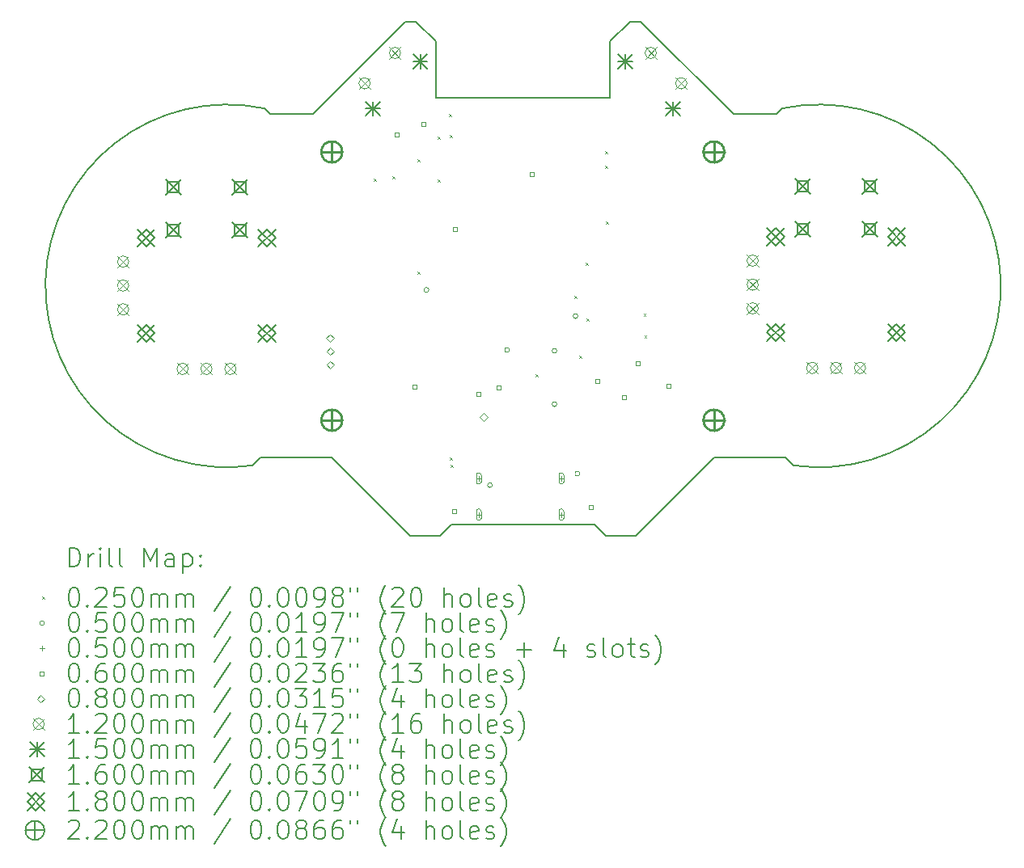
<source format=gbr>
%TF.GenerationSoftware,KiCad,Pcbnew,8.0.2*%
%TF.CreationDate,2024-07-05T22:45:18+08:00*%
%TF.ProjectId,controller,636f6e74-726f-46c6-9c65-722e6b696361,rev?*%
%TF.SameCoordinates,Original*%
%TF.FileFunction,Drillmap*%
%TF.FilePolarity,Positive*%
%FSLAX45Y45*%
G04 Gerber Fmt 4.5, Leading zero omitted, Abs format (unit mm)*
G04 Created by KiCad (PCBNEW 8.0.2) date 2024-07-05 22:45:18*
%MOMM*%
%LPD*%
G01*
G04 APERTURE LIST*
%ADD10C,0.200000*%
%ADD11C,0.100000*%
%ADD12C,0.120000*%
%ADD13C,0.150000*%
%ADD14C,0.160000*%
%ADD15C,0.180000*%
%ADD16C,0.220000*%
G04 APERTURE END LIST*
D10*
X13561989Y-5323001D02*
X13451991Y-5323001D01*
X11420000Y-6120000D02*
X11420000Y-5530000D01*
X13451991Y-5323001D02*
X13240000Y-5530000D01*
X15041417Y-6233582D02*
X14981996Y-6293001D01*
X11211986Y-5323001D02*
X11101991Y-5323001D01*
X14531989Y-6293001D02*
X13561989Y-5323001D01*
X9501145Y-9973842D02*
X9501151Y-9973841D01*
X11461994Y-10713008D02*
X11581986Y-10593001D01*
X13081991Y-10593001D02*
X13201996Y-10713008D01*
X9501145Y-9973842D02*
G75*
G02*
X9622568Y-6233575I-269145J1880842D01*
G01*
X15041422Y-6233575D02*
X15041417Y-6233582D01*
X14332001Y-9893001D02*
X15081996Y-9893001D01*
X11420000Y-5530000D02*
X11211986Y-5323001D01*
X11581986Y-10593001D02*
X12331996Y-10593001D01*
X13201996Y-10713008D02*
X13511994Y-10713008D01*
X9501143Y-9973844D02*
X9501145Y-9973842D01*
X12331996Y-10593001D02*
X13081991Y-10593001D01*
X14981996Y-6293001D02*
X14531989Y-6293001D01*
X11151984Y-10713008D02*
X11461994Y-10713008D01*
X9581981Y-9893001D02*
X10331989Y-9893001D01*
X15081996Y-9893001D02*
X15162834Y-9973841D01*
X9681981Y-6293001D02*
X9622563Y-6233582D01*
X15041422Y-6233575D02*
G75*
G02*
X15162833Y-9973841I390582J-1859425D01*
G01*
X10331989Y-9893001D02*
X11151984Y-10713008D01*
X13511994Y-10713008D02*
X14332001Y-9893001D01*
X9622563Y-6233582D02*
X9622568Y-6233575D01*
X13240000Y-6120000D02*
X11420000Y-6120000D01*
X9501151Y-9973841D02*
X9501143Y-9973844D01*
X11101991Y-5323001D02*
X10131989Y-6293001D01*
X10131989Y-6293001D02*
X9681981Y-6293001D01*
X9501145Y-9973842D02*
X9581981Y-9893001D01*
X13240000Y-5530000D02*
X13240000Y-6120000D01*
D11*
X10767500Y-6967500D02*
X10792500Y-6992500D01*
X10792500Y-6967500D02*
X10767500Y-6992500D01*
X10962500Y-6947500D02*
X10987500Y-6972500D01*
X10987500Y-6947500D02*
X10962500Y-6972500D01*
X11227500Y-6767500D02*
X11252500Y-6792500D01*
X11252500Y-6767500D02*
X11227500Y-6792500D01*
X11227500Y-7943750D02*
X11252500Y-7968750D01*
X11252500Y-7943750D02*
X11227500Y-7968750D01*
X11440011Y-6530782D02*
X11465011Y-6555782D01*
X11465011Y-6530782D02*
X11440011Y-6555782D01*
X11440011Y-6980782D02*
X11465011Y-7005782D01*
X11465011Y-6980782D02*
X11440011Y-7005782D01*
X11556238Y-6292279D02*
X11581238Y-6317279D01*
X11581238Y-6292279D02*
X11556238Y-6317279D01*
X11567500Y-6508817D02*
X11592500Y-6533817D01*
X11592500Y-6508817D02*
X11567500Y-6533817D01*
X11567500Y-9887500D02*
X11592500Y-9912500D01*
X11592500Y-9887500D02*
X11567500Y-9912500D01*
X11573158Y-9963159D02*
X11598158Y-9988159D01*
X11598158Y-9963159D02*
X11573158Y-9988159D01*
X12463750Y-9015000D02*
X12488750Y-9040000D01*
X12488750Y-9015000D02*
X12463750Y-9040000D01*
X12867500Y-8197500D02*
X12892500Y-8222500D01*
X12892500Y-8197500D02*
X12867500Y-8222500D01*
X12915000Y-8827500D02*
X12940000Y-8852500D01*
X12940000Y-8827500D02*
X12915000Y-8852500D01*
X12987749Y-7847375D02*
X13012749Y-7872375D01*
X13012749Y-7847375D02*
X12987749Y-7872375D01*
X12991386Y-8437452D02*
X13016386Y-8462452D01*
X13016386Y-8437452D02*
X12991386Y-8462452D01*
X13190011Y-6680782D02*
X13215011Y-6705782D01*
X13215011Y-6680782D02*
X13190011Y-6705782D01*
X13190011Y-6830782D02*
X13215011Y-6855782D01*
X13215011Y-6830782D02*
X13190011Y-6855782D01*
X13197500Y-7417500D02*
X13222500Y-7442500D01*
X13222500Y-7417500D02*
X13197500Y-7442500D01*
X13591976Y-8383024D02*
X13616976Y-8408024D01*
X13616976Y-8383024D02*
X13591976Y-8408024D01*
X13600591Y-8608159D02*
X13625591Y-8633159D01*
X13625591Y-8608159D02*
X13600591Y-8633159D01*
X11345000Y-8135000D02*
G75*
G02*
X11295000Y-8135000I-25000J0D01*
G01*
X11295000Y-8135000D02*
G75*
G02*
X11345000Y-8135000I25000J0D01*
G01*
X12009862Y-10179364D02*
G75*
G02*
X11959862Y-10179364I-25000J0D01*
G01*
X11959862Y-10179364D02*
G75*
G02*
X12009862Y-10179364I25000J0D01*
G01*
X12188452Y-8764500D02*
G75*
G02*
X12138452Y-8764500I-25000J0D01*
G01*
X12138452Y-8764500D02*
G75*
G02*
X12188452Y-8764500I25000J0D01*
G01*
X12686250Y-8772500D02*
G75*
G02*
X12636250Y-8772500I-25000J0D01*
G01*
X12636250Y-8772500D02*
G75*
G02*
X12686250Y-8772500I25000J0D01*
G01*
X12686250Y-9332500D02*
G75*
G02*
X12636250Y-9332500I-25000J0D01*
G01*
X12636250Y-9332500D02*
G75*
G02*
X12686250Y-9332500I25000J0D01*
G01*
X12905000Y-8410000D02*
G75*
G02*
X12855000Y-8410000I-25000J0D01*
G01*
X12855000Y-8410000D02*
G75*
G02*
X12905000Y-8410000I25000J0D01*
G01*
X12925000Y-10060000D02*
G75*
G02*
X12875000Y-10060000I-25000J0D01*
G01*
X12875000Y-10060000D02*
G75*
G02*
X12925000Y-10060000I25000J0D01*
G01*
X11868000Y-10085000D02*
X11868000Y-10135000D01*
X11843000Y-10110000D02*
X11893000Y-10110000D01*
X11893000Y-10145000D02*
X11893000Y-10075000D01*
X11843000Y-10075000D02*
G75*
G02*
X11893000Y-10075000I25000J0D01*
G01*
X11843000Y-10075000D02*
X11843000Y-10145000D01*
X11843000Y-10145000D02*
G75*
G03*
X11893000Y-10145000I25000J0D01*
G01*
X11868000Y-10465000D02*
X11868000Y-10515000D01*
X11843000Y-10490000D02*
X11893000Y-10490000D01*
X11893000Y-10525000D02*
X11893000Y-10455000D01*
X11843000Y-10455000D02*
G75*
G02*
X11893000Y-10455000I25000J0D01*
G01*
X11843000Y-10455000D02*
X11843000Y-10525000D01*
X11843000Y-10525000D02*
G75*
G03*
X11893000Y-10525000I25000J0D01*
G01*
X12732000Y-10085000D02*
X12732000Y-10135000D01*
X12707000Y-10110000D02*
X12757000Y-10110000D01*
X12757000Y-10145000D02*
X12757000Y-10075000D01*
X12707000Y-10075000D02*
G75*
G02*
X12757000Y-10075000I25000J0D01*
G01*
X12707000Y-10075000D02*
X12707000Y-10145000D01*
X12707000Y-10145000D02*
G75*
G03*
X12757000Y-10145000I25000J0D01*
G01*
X12732000Y-10465000D02*
X12732000Y-10515000D01*
X12707000Y-10490000D02*
X12757000Y-10490000D01*
X12757000Y-10525000D02*
X12757000Y-10455000D01*
X12707000Y-10455000D02*
G75*
G02*
X12757000Y-10455000I25000J0D01*
G01*
X12707000Y-10455000D02*
X12707000Y-10525000D01*
X12707000Y-10525000D02*
G75*
G03*
X12757000Y-10525000I25000J0D01*
G01*
X11031213Y-6527463D02*
X11031213Y-6485037D01*
X10988787Y-6485037D01*
X10988787Y-6527463D01*
X11031213Y-6527463D01*
X11219366Y-9170616D02*
X11219366Y-9128189D01*
X11176939Y-9128189D01*
X11176939Y-9170616D01*
X11219366Y-9170616D01*
X11311213Y-6417463D02*
X11311213Y-6375037D01*
X11268787Y-6375037D01*
X11268787Y-6417463D01*
X11311213Y-6417463D01*
X11631213Y-10471213D02*
X11631213Y-10428787D01*
X11588787Y-10428787D01*
X11588787Y-10471213D01*
X11631213Y-10471213D01*
X11641213Y-7521213D02*
X11641213Y-7478787D01*
X11598787Y-7478787D01*
X11598787Y-7521213D01*
X11641213Y-7521213D01*
X11886248Y-9250842D02*
X11886248Y-9208416D01*
X11843822Y-9208416D01*
X11843822Y-9250842D01*
X11886248Y-9250842D01*
X12094963Y-9181940D02*
X12094963Y-9139513D01*
X12052537Y-9139513D01*
X12052537Y-9181940D01*
X12094963Y-9181940D01*
X12442213Y-6941213D02*
X12442213Y-6898787D01*
X12399787Y-6898787D01*
X12399787Y-6941213D01*
X12442213Y-6941213D01*
X13061213Y-10431213D02*
X13061213Y-10388787D01*
X13018787Y-10388787D01*
X13018787Y-10431213D01*
X13061213Y-10431213D01*
X13132463Y-9111213D02*
X13132463Y-9068787D01*
X13090037Y-9068787D01*
X13090037Y-9111213D01*
X13132463Y-9111213D01*
X13413531Y-9282060D02*
X13413531Y-9239633D01*
X13371104Y-9239633D01*
X13371104Y-9282060D01*
X13413531Y-9282060D01*
X13557342Y-8927859D02*
X13557342Y-8885432D01*
X13514915Y-8885432D01*
X13514915Y-8927859D01*
X13557342Y-8927859D01*
X13872463Y-9159963D02*
X13872463Y-9117537D01*
X13830037Y-9117537D01*
X13830037Y-9159963D01*
X13872463Y-9159963D01*
X10310000Y-8680000D02*
X10350000Y-8640000D01*
X10310000Y-8600000D01*
X10270000Y-8640000D01*
X10310000Y-8680000D01*
X10313000Y-8817500D02*
X10353000Y-8777500D01*
X10313000Y-8737500D01*
X10273000Y-8777500D01*
X10313000Y-8817500D01*
X10313000Y-8960000D02*
X10353000Y-8920000D01*
X10313000Y-8880000D01*
X10273000Y-8920000D01*
X10313000Y-8960000D01*
X11921250Y-9505000D02*
X11961250Y-9465000D01*
X11921250Y-9425000D01*
X11881250Y-9465000D01*
X11921250Y-9505000D01*
D12*
X8085100Y-7779200D02*
X8205100Y-7899200D01*
X8205100Y-7779200D02*
X8085100Y-7899200D01*
X8205100Y-7839200D02*
G75*
G02*
X8085100Y-7839200I-60000J0D01*
G01*
X8085100Y-7839200D02*
G75*
G02*
X8205100Y-7839200I60000J0D01*
G01*
X8085100Y-8029200D02*
X8205100Y-8149200D01*
X8205100Y-8029200D02*
X8085100Y-8149200D01*
X8205100Y-8089200D02*
G75*
G02*
X8085100Y-8089200I-60000J0D01*
G01*
X8085100Y-8089200D02*
G75*
G02*
X8205100Y-8089200I60000J0D01*
G01*
X8085100Y-8279200D02*
X8205100Y-8399200D01*
X8205100Y-8279200D02*
X8085100Y-8399200D01*
X8205100Y-8339200D02*
G75*
G02*
X8085100Y-8339200I-60000J0D01*
G01*
X8085100Y-8339200D02*
G75*
G02*
X8205100Y-8339200I60000J0D01*
G01*
X8708100Y-8902200D02*
X8828100Y-9022200D01*
X8828100Y-8902200D02*
X8708100Y-9022200D01*
X8828100Y-8962200D02*
G75*
G02*
X8708100Y-8962200I-60000J0D01*
G01*
X8708100Y-8962200D02*
G75*
G02*
X8828100Y-8962200I60000J0D01*
G01*
X8958000Y-8902200D02*
X9078000Y-9022200D01*
X9078000Y-8902200D02*
X8958000Y-9022200D01*
X9078000Y-8962200D02*
G75*
G02*
X8958000Y-8962200I-60000J0D01*
G01*
X8958000Y-8962200D02*
G75*
G02*
X9078000Y-8962200I60000J0D01*
G01*
X9208100Y-8902200D02*
X9328100Y-9022200D01*
X9328100Y-8902200D02*
X9208100Y-9022200D01*
X9328100Y-8962200D02*
G75*
G02*
X9208100Y-8962200I-60000J0D01*
G01*
X9208100Y-8962200D02*
G75*
G02*
X9328100Y-8962200I60000J0D01*
G01*
X10612513Y-5910711D02*
X10732513Y-6030711D01*
X10732513Y-5910711D02*
X10612513Y-6030711D01*
X10732513Y-5970711D02*
G75*
G02*
X10612513Y-5970711I-60000J0D01*
G01*
X10612513Y-5970711D02*
G75*
G02*
X10732513Y-5970711I60000J0D01*
G01*
X10930711Y-5592513D02*
X11050711Y-5712513D01*
X11050711Y-5592513D02*
X10930711Y-5712513D01*
X11050711Y-5652513D02*
G75*
G02*
X10930711Y-5652513I-60000J0D01*
G01*
X10930711Y-5652513D02*
G75*
G02*
X11050711Y-5652513I60000J0D01*
G01*
X13609289Y-5592513D02*
X13729289Y-5712513D01*
X13729289Y-5592513D02*
X13609289Y-5712513D01*
X13729289Y-5652513D02*
G75*
G02*
X13609289Y-5652513I-60000J0D01*
G01*
X13609289Y-5652513D02*
G75*
G02*
X13729289Y-5652513I60000J0D01*
G01*
X13927487Y-5910711D02*
X14047487Y-6030711D01*
X14047487Y-5910711D02*
X13927487Y-6030711D01*
X14047487Y-5970711D02*
G75*
G02*
X13927487Y-5970711I-60000J0D01*
G01*
X13927487Y-5970711D02*
G75*
G02*
X14047487Y-5970711I60000J0D01*
G01*
X14675100Y-7769200D02*
X14795100Y-7889200D01*
X14795100Y-7769200D02*
X14675100Y-7889200D01*
X14795100Y-7829200D02*
G75*
G02*
X14675100Y-7829200I-60000J0D01*
G01*
X14675100Y-7829200D02*
G75*
G02*
X14795100Y-7829200I60000J0D01*
G01*
X14675100Y-8019200D02*
X14795100Y-8139200D01*
X14795100Y-8019200D02*
X14675100Y-8139200D01*
X14795100Y-8079200D02*
G75*
G02*
X14675100Y-8079200I-60000J0D01*
G01*
X14675100Y-8079200D02*
G75*
G02*
X14795100Y-8079200I60000J0D01*
G01*
X14675100Y-8269200D02*
X14795100Y-8389200D01*
X14795100Y-8269200D02*
X14675100Y-8389200D01*
X14795100Y-8329200D02*
G75*
G02*
X14675100Y-8329200I-60000J0D01*
G01*
X14675100Y-8329200D02*
G75*
G02*
X14795100Y-8329200I60000J0D01*
G01*
X15298100Y-8892200D02*
X15418100Y-9012200D01*
X15418100Y-8892200D02*
X15298100Y-9012200D01*
X15418100Y-8952200D02*
G75*
G02*
X15298100Y-8952200I-60000J0D01*
G01*
X15298100Y-8952200D02*
G75*
G02*
X15418100Y-8952200I60000J0D01*
G01*
X15548000Y-8892200D02*
X15668000Y-9012200D01*
X15668000Y-8892200D02*
X15548000Y-9012200D01*
X15668000Y-8952200D02*
G75*
G02*
X15548000Y-8952200I-60000J0D01*
G01*
X15548000Y-8952200D02*
G75*
G02*
X15668000Y-8952200I60000J0D01*
G01*
X15798100Y-8892200D02*
X15918100Y-9012200D01*
X15918100Y-8892200D02*
X15798100Y-9012200D01*
X15918100Y-8952200D02*
G75*
G02*
X15798100Y-8952200I-60000J0D01*
G01*
X15798100Y-8952200D02*
G75*
G02*
X15918100Y-8952200I60000J0D01*
G01*
D13*
X10685901Y-6160876D02*
X10835901Y-6310876D01*
X10835901Y-6160876D02*
X10685901Y-6310876D01*
X10760901Y-6160876D02*
X10760901Y-6310876D01*
X10685901Y-6235876D02*
X10835901Y-6235876D01*
X11180876Y-5665901D02*
X11330876Y-5815901D01*
X11330876Y-5665901D02*
X11180876Y-5815901D01*
X11255876Y-5665901D02*
X11255876Y-5815901D01*
X11180876Y-5740901D02*
X11330876Y-5740901D01*
X13329124Y-5665901D02*
X13479124Y-5815901D01*
X13479124Y-5665901D02*
X13329124Y-5815901D01*
X13404124Y-5665901D02*
X13404124Y-5815901D01*
X13329124Y-5740901D02*
X13479124Y-5740901D01*
X13824099Y-6160876D02*
X13974099Y-6310876D01*
X13974099Y-6160876D02*
X13824099Y-6310876D01*
X13899099Y-6160876D02*
X13899099Y-6310876D01*
X13824099Y-6235876D02*
X13974099Y-6235876D01*
D14*
X8590000Y-6980000D02*
X8750000Y-7140000D01*
X8750000Y-6980000D02*
X8590000Y-7140000D01*
X8726569Y-7116569D02*
X8726569Y-7003431D01*
X8613431Y-7003431D01*
X8613431Y-7116569D01*
X8726569Y-7116569D01*
X8590000Y-7430000D02*
X8750000Y-7590000D01*
X8750000Y-7430000D02*
X8590000Y-7590000D01*
X8726569Y-7566569D02*
X8726569Y-7453431D01*
X8613431Y-7453431D01*
X8613431Y-7566569D01*
X8726569Y-7566569D01*
X9290000Y-6980000D02*
X9450000Y-7140000D01*
X9450000Y-6980000D02*
X9290000Y-7140000D01*
X9426569Y-7116569D02*
X9426569Y-7003431D01*
X9313431Y-7003431D01*
X9313431Y-7116569D01*
X9426569Y-7116569D01*
X9290000Y-7430000D02*
X9450000Y-7590000D01*
X9450000Y-7430000D02*
X9290000Y-7590000D01*
X9426569Y-7566569D02*
X9426569Y-7453431D01*
X9313431Y-7453431D01*
X9313431Y-7566569D01*
X9426569Y-7566569D01*
X15180000Y-6970000D02*
X15340000Y-7130000D01*
X15340000Y-6970000D02*
X15180000Y-7130000D01*
X15316569Y-7106569D02*
X15316569Y-6993431D01*
X15203431Y-6993431D01*
X15203431Y-7106569D01*
X15316569Y-7106569D01*
X15180000Y-7420000D02*
X15340000Y-7580000D01*
X15340000Y-7420000D02*
X15180000Y-7580000D01*
X15316569Y-7556569D02*
X15316569Y-7443431D01*
X15203431Y-7443431D01*
X15203431Y-7556569D01*
X15316569Y-7556569D01*
X15880000Y-6970000D02*
X16040000Y-7130000D01*
X16040000Y-6970000D02*
X15880000Y-7130000D01*
X16016569Y-7106569D02*
X16016569Y-6993431D01*
X15903431Y-6993431D01*
X15903431Y-7106569D01*
X16016569Y-7106569D01*
X15880000Y-7420000D02*
X16040000Y-7580000D01*
X16040000Y-7420000D02*
X15880000Y-7580000D01*
X16016569Y-7556569D02*
X16016569Y-7443431D01*
X15903431Y-7443431D01*
X15903431Y-7556569D01*
X16016569Y-7556569D01*
D15*
X8295500Y-7499200D02*
X8475500Y-7679200D01*
X8475500Y-7499200D02*
X8295500Y-7679200D01*
X8385500Y-7679200D02*
X8475500Y-7589200D01*
X8385500Y-7499200D01*
X8295500Y-7589200D01*
X8385500Y-7679200D01*
X8295500Y-8499200D02*
X8475500Y-8679200D01*
X8475500Y-8499200D02*
X8295500Y-8679200D01*
X8385500Y-8679200D02*
X8475500Y-8589200D01*
X8385500Y-8499200D01*
X8295500Y-8589200D01*
X8385500Y-8679200D01*
X9560500Y-7499200D02*
X9740500Y-7679200D01*
X9740500Y-7499200D02*
X9560500Y-7679200D01*
X9650500Y-7679200D02*
X9740500Y-7589200D01*
X9650500Y-7499200D01*
X9560500Y-7589200D01*
X9650500Y-7679200D01*
X9560500Y-8499200D02*
X9740500Y-8679200D01*
X9740500Y-8499200D02*
X9560500Y-8679200D01*
X9650500Y-8679200D02*
X9740500Y-8589200D01*
X9650500Y-8499200D01*
X9560500Y-8589200D01*
X9650500Y-8679200D01*
X14885500Y-7489200D02*
X15065500Y-7669200D01*
X15065500Y-7489200D02*
X14885500Y-7669200D01*
X14975500Y-7669200D02*
X15065500Y-7579200D01*
X14975500Y-7489200D01*
X14885500Y-7579200D01*
X14975500Y-7669200D01*
X14885500Y-8489200D02*
X15065500Y-8669200D01*
X15065500Y-8489200D02*
X14885500Y-8669200D01*
X14975500Y-8669200D02*
X15065500Y-8579200D01*
X14975500Y-8489200D01*
X14885500Y-8579200D01*
X14975500Y-8669200D01*
X16150500Y-7489200D02*
X16330500Y-7669200D01*
X16330500Y-7489200D02*
X16150500Y-7669200D01*
X16240500Y-7669200D02*
X16330500Y-7579200D01*
X16240500Y-7489200D01*
X16150500Y-7579200D01*
X16240500Y-7669200D01*
X16150500Y-8489200D02*
X16330500Y-8669200D01*
X16330500Y-8489200D02*
X16150500Y-8669200D01*
X16240500Y-8669200D02*
X16330500Y-8579200D01*
X16240500Y-8489200D01*
X16150500Y-8579200D01*
X16240500Y-8669200D01*
D16*
X10330000Y-6580000D02*
X10330000Y-6800000D01*
X10220000Y-6690000D02*
X10440000Y-6690000D01*
X10440000Y-6690000D02*
G75*
G02*
X10220000Y-6690000I-110000J0D01*
G01*
X10220000Y-6690000D02*
G75*
G02*
X10440000Y-6690000I110000J0D01*
G01*
X10330000Y-9390000D02*
X10330000Y-9610000D01*
X10220000Y-9500000D02*
X10440000Y-9500000D01*
X10440000Y-9500000D02*
G75*
G02*
X10220000Y-9500000I-110000J0D01*
G01*
X10220000Y-9500000D02*
G75*
G02*
X10440000Y-9500000I110000J0D01*
G01*
X14330000Y-6580000D02*
X14330000Y-6800000D01*
X14220000Y-6690000D02*
X14440000Y-6690000D01*
X14440000Y-6690000D02*
G75*
G02*
X14220000Y-6690000I-110000J0D01*
G01*
X14220000Y-6690000D02*
G75*
G02*
X14440000Y-6690000I110000J0D01*
G01*
X14330000Y-9390000D02*
X14330000Y-9610000D01*
X14220000Y-9500000D02*
X14440000Y-9500000D01*
X14440000Y-9500000D02*
G75*
G02*
X14220000Y-9500000I-110000J0D01*
G01*
X14220000Y-9500000D02*
G75*
G02*
X14440000Y-9500000I110000J0D01*
G01*
D10*
X7582775Y-11034492D02*
X7582775Y-10834492D01*
X7582775Y-10834492D02*
X7630394Y-10834492D01*
X7630394Y-10834492D02*
X7658966Y-10844016D01*
X7658966Y-10844016D02*
X7678013Y-10863063D01*
X7678013Y-10863063D02*
X7687537Y-10882111D01*
X7687537Y-10882111D02*
X7697061Y-10920206D01*
X7697061Y-10920206D02*
X7697061Y-10948778D01*
X7697061Y-10948778D02*
X7687537Y-10986873D01*
X7687537Y-10986873D02*
X7678013Y-11005921D01*
X7678013Y-11005921D02*
X7658966Y-11024968D01*
X7658966Y-11024968D02*
X7630394Y-11034492D01*
X7630394Y-11034492D02*
X7582775Y-11034492D01*
X7782775Y-11034492D02*
X7782775Y-10901159D01*
X7782775Y-10939254D02*
X7792299Y-10920206D01*
X7792299Y-10920206D02*
X7801823Y-10910682D01*
X7801823Y-10910682D02*
X7820871Y-10901159D01*
X7820871Y-10901159D02*
X7839918Y-10901159D01*
X7906585Y-11034492D02*
X7906585Y-10901159D01*
X7906585Y-10834492D02*
X7897061Y-10844016D01*
X7897061Y-10844016D02*
X7906585Y-10853540D01*
X7906585Y-10853540D02*
X7916109Y-10844016D01*
X7916109Y-10844016D02*
X7906585Y-10834492D01*
X7906585Y-10834492D02*
X7906585Y-10853540D01*
X8030394Y-11034492D02*
X8011347Y-11024968D01*
X8011347Y-11024968D02*
X8001823Y-11005921D01*
X8001823Y-11005921D02*
X8001823Y-10834492D01*
X8135156Y-11034492D02*
X8116109Y-11024968D01*
X8116109Y-11024968D02*
X8106585Y-11005921D01*
X8106585Y-11005921D02*
X8106585Y-10834492D01*
X8363728Y-11034492D02*
X8363728Y-10834492D01*
X8363728Y-10834492D02*
X8430395Y-10977349D01*
X8430395Y-10977349D02*
X8497061Y-10834492D01*
X8497061Y-10834492D02*
X8497061Y-11034492D01*
X8678014Y-11034492D02*
X8678014Y-10929730D01*
X8678014Y-10929730D02*
X8668490Y-10910682D01*
X8668490Y-10910682D02*
X8649442Y-10901159D01*
X8649442Y-10901159D02*
X8611347Y-10901159D01*
X8611347Y-10901159D02*
X8592299Y-10910682D01*
X8678014Y-11024968D02*
X8658966Y-11034492D01*
X8658966Y-11034492D02*
X8611347Y-11034492D01*
X8611347Y-11034492D02*
X8592299Y-11024968D01*
X8592299Y-11024968D02*
X8582775Y-11005921D01*
X8582775Y-11005921D02*
X8582775Y-10986873D01*
X8582775Y-10986873D02*
X8592299Y-10967825D01*
X8592299Y-10967825D02*
X8611347Y-10958302D01*
X8611347Y-10958302D02*
X8658966Y-10958302D01*
X8658966Y-10958302D02*
X8678014Y-10948778D01*
X8773252Y-10901159D02*
X8773252Y-11101159D01*
X8773252Y-10910682D02*
X8792299Y-10901159D01*
X8792299Y-10901159D02*
X8830395Y-10901159D01*
X8830395Y-10901159D02*
X8849442Y-10910682D01*
X8849442Y-10910682D02*
X8858966Y-10920206D01*
X8858966Y-10920206D02*
X8868490Y-10939254D01*
X8868490Y-10939254D02*
X8868490Y-10996397D01*
X8868490Y-10996397D02*
X8858966Y-11015444D01*
X8858966Y-11015444D02*
X8849442Y-11024968D01*
X8849442Y-11024968D02*
X8830395Y-11034492D01*
X8830395Y-11034492D02*
X8792299Y-11034492D01*
X8792299Y-11034492D02*
X8773252Y-11024968D01*
X8954204Y-11015444D02*
X8963728Y-11024968D01*
X8963728Y-11024968D02*
X8954204Y-11034492D01*
X8954204Y-11034492D02*
X8944680Y-11024968D01*
X8944680Y-11024968D02*
X8954204Y-11015444D01*
X8954204Y-11015444D02*
X8954204Y-11034492D01*
X8954204Y-10910682D02*
X8963728Y-10920206D01*
X8963728Y-10920206D02*
X8954204Y-10929730D01*
X8954204Y-10929730D02*
X8944680Y-10920206D01*
X8944680Y-10920206D02*
X8954204Y-10910682D01*
X8954204Y-10910682D02*
X8954204Y-10929730D01*
D11*
X7296999Y-11350508D02*
X7321999Y-11375508D01*
X7321999Y-11350508D02*
X7296999Y-11375508D01*
D10*
X7620871Y-11254492D02*
X7639918Y-11254492D01*
X7639918Y-11254492D02*
X7658966Y-11264016D01*
X7658966Y-11264016D02*
X7668490Y-11273540D01*
X7668490Y-11273540D02*
X7678013Y-11292587D01*
X7678013Y-11292587D02*
X7687537Y-11330682D01*
X7687537Y-11330682D02*
X7687537Y-11378301D01*
X7687537Y-11378301D02*
X7678013Y-11416397D01*
X7678013Y-11416397D02*
X7668490Y-11435444D01*
X7668490Y-11435444D02*
X7658966Y-11444968D01*
X7658966Y-11444968D02*
X7639918Y-11454492D01*
X7639918Y-11454492D02*
X7620871Y-11454492D01*
X7620871Y-11454492D02*
X7601823Y-11444968D01*
X7601823Y-11444968D02*
X7592299Y-11435444D01*
X7592299Y-11435444D02*
X7582775Y-11416397D01*
X7582775Y-11416397D02*
X7573252Y-11378301D01*
X7573252Y-11378301D02*
X7573252Y-11330682D01*
X7573252Y-11330682D02*
X7582775Y-11292587D01*
X7582775Y-11292587D02*
X7592299Y-11273540D01*
X7592299Y-11273540D02*
X7601823Y-11264016D01*
X7601823Y-11264016D02*
X7620871Y-11254492D01*
X7773252Y-11435444D02*
X7782775Y-11444968D01*
X7782775Y-11444968D02*
X7773252Y-11454492D01*
X7773252Y-11454492D02*
X7763728Y-11444968D01*
X7763728Y-11444968D02*
X7773252Y-11435444D01*
X7773252Y-11435444D02*
X7773252Y-11454492D01*
X7858966Y-11273540D02*
X7868490Y-11264016D01*
X7868490Y-11264016D02*
X7887537Y-11254492D01*
X7887537Y-11254492D02*
X7935156Y-11254492D01*
X7935156Y-11254492D02*
X7954204Y-11264016D01*
X7954204Y-11264016D02*
X7963728Y-11273540D01*
X7963728Y-11273540D02*
X7973252Y-11292587D01*
X7973252Y-11292587D02*
X7973252Y-11311635D01*
X7973252Y-11311635D02*
X7963728Y-11340206D01*
X7963728Y-11340206D02*
X7849442Y-11454492D01*
X7849442Y-11454492D02*
X7973252Y-11454492D01*
X8154204Y-11254492D02*
X8058966Y-11254492D01*
X8058966Y-11254492D02*
X8049442Y-11349730D01*
X8049442Y-11349730D02*
X8058966Y-11340206D01*
X8058966Y-11340206D02*
X8078013Y-11330682D01*
X8078013Y-11330682D02*
X8125633Y-11330682D01*
X8125633Y-11330682D02*
X8144680Y-11340206D01*
X8144680Y-11340206D02*
X8154204Y-11349730D01*
X8154204Y-11349730D02*
X8163728Y-11368778D01*
X8163728Y-11368778D02*
X8163728Y-11416397D01*
X8163728Y-11416397D02*
X8154204Y-11435444D01*
X8154204Y-11435444D02*
X8144680Y-11444968D01*
X8144680Y-11444968D02*
X8125633Y-11454492D01*
X8125633Y-11454492D02*
X8078013Y-11454492D01*
X8078013Y-11454492D02*
X8058966Y-11444968D01*
X8058966Y-11444968D02*
X8049442Y-11435444D01*
X8287537Y-11254492D02*
X8306585Y-11254492D01*
X8306585Y-11254492D02*
X8325633Y-11264016D01*
X8325633Y-11264016D02*
X8335156Y-11273540D01*
X8335156Y-11273540D02*
X8344680Y-11292587D01*
X8344680Y-11292587D02*
X8354204Y-11330682D01*
X8354204Y-11330682D02*
X8354204Y-11378301D01*
X8354204Y-11378301D02*
X8344680Y-11416397D01*
X8344680Y-11416397D02*
X8335156Y-11435444D01*
X8335156Y-11435444D02*
X8325633Y-11444968D01*
X8325633Y-11444968D02*
X8306585Y-11454492D01*
X8306585Y-11454492D02*
X8287537Y-11454492D01*
X8287537Y-11454492D02*
X8268490Y-11444968D01*
X8268490Y-11444968D02*
X8258966Y-11435444D01*
X8258966Y-11435444D02*
X8249442Y-11416397D01*
X8249442Y-11416397D02*
X8239918Y-11378301D01*
X8239918Y-11378301D02*
X8239918Y-11330682D01*
X8239918Y-11330682D02*
X8249442Y-11292587D01*
X8249442Y-11292587D02*
X8258966Y-11273540D01*
X8258966Y-11273540D02*
X8268490Y-11264016D01*
X8268490Y-11264016D02*
X8287537Y-11254492D01*
X8439918Y-11454492D02*
X8439918Y-11321159D01*
X8439918Y-11340206D02*
X8449442Y-11330682D01*
X8449442Y-11330682D02*
X8468490Y-11321159D01*
X8468490Y-11321159D02*
X8497061Y-11321159D01*
X8497061Y-11321159D02*
X8516109Y-11330682D01*
X8516109Y-11330682D02*
X8525633Y-11349730D01*
X8525633Y-11349730D02*
X8525633Y-11454492D01*
X8525633Y-11349730D02*
X8535156Y-11330682D01*
X8535156Y-11330682D02*
X8554204Y-11321159D01*
X8554204Y-11321159D02*
X8582775Y-11321159D01*
X8582775Y-11321159D02*
X8601823Y-11330682D01*
X8601823Y-11330682D02*
X8611347Y-11349730D01*
X8611347Y-11349730D02*
X8611347Y-11454492D01*
X8706585Y-11454492D02*
X8706585Y-11321159D01*
X8706585Y-11340206D02*
X8716109Y-11330682D01*
X8716109Y-11330682D02*
X8735156Y-11321159D01*
X8735156Y-11321159D02*
X8763728Y-11321159D01*
X8763728Y-11321159D02*
X8782776Y-11330682D01*
X8782776Y-11330682D02*
X8792299Y-11349730D01*
X8792299Y-11349730D02*
X8792299Y-11454492D01*
X8792299Y-11349730D02*
X8801823Y-11330682D01*
X8801823Y-11330682D02*
X8820871Y-11321159D01*
X8820871Y-11321159D02*
X8849442Y-11321159D01*
X8849442Y-11321159D02*
X8868490Y-11330682D01*
X8868490Y-11330682D02*
X8878014Y-11349730D01*
X8878014Y-11349730D02*
X8878014Y-11454492D01*
X9268490Y-11244968D02*
X9097061Y-11502111D01*
X9525633Y-11254492D02*
X9544680Y-11254492D01*
X9544680Y-11254492D02*
X9563728Y-11264016D01*
X9563728Y-11264016D02*
X9573252Y-11273540D01*
X9573252Y-11273540D02*
X9582776Y-11292587D01*
X9582776Y-11292587D02*
X9592299Y-11330682D01*
X9592299Y-11330682D02*
X9592299Y-11378301D01*
X9592299Y-11378301D02*
X9582776Y-11416397D01*
X9582776Y-11416397D02*
X9573252Y-11435444D01*
X9573252Y-11435444D02*
X9563728Y-11444968D01*
X9563728Y-11444968D02*
X9544680Y-11454492D01*
X9544680Y-11454492D02*
X9525633Y-11454492D01*
X9525633Y-11454492D02*
X9506585Y-11444968D01*
X9506585Y-11444968D02*
X9497061Y-11435444D01*
X9497061Y-11435444D02*
X9487538Y-11416397D01*
X9487538Y-11416397D02*
X9478014Y-11378301D01*
X9478014Y-11378301D02*
X9478014Y-11330682D01*
X9478014Y-11330682D02*
X9487538Y-11292587D01*
X9487538Y-11292587D02*
X9497061Y-11273540D01*
X9497061Y-11273540D02*
X9506585Y-11264016D01*
X9506585Y-11264016D02*
X9525633Y-11254492D01*
X9678014Y-11435444D02*
X9687538Y-11444968D01*
X9687538Y-11444968D02*
X9678014Y-11454492D01*
X9678014Y-11454492D02*
X9668490Y-11444968D01*
X9668490Y-11444968D02*
X9678014Y-11435444D01*
X9678014Y-11435444D02*
X9678014Y-11454492D01*
X9811347Y-11254492D02*
X9830395Y-11254492D01*
X9830395Y-11254492D02*
X9849442Y-11264016D01*
X9849442Y-11264016D02*
X9858966Y-11273540D01*
X9858966Y-11273540D02*
X9868490Y-11292587D01*
X9868490Y-11292587D02*
X9878014Y-11330682D01*
X9878014Y-11330682D02*
X9878014Y-11378301D01*
X9878014Y-11378301D02*
X9868490Y-11416397D01*
X9868490Y-11416397D02*
X9858966Y-11435444D01*
X9858966Y-11435444D02*
X9849442Y-11444968D01*
X9849442Y-11444968D02*
X9830395Y-11454492D01*
X9830395Y-11454492D02*
X9811347Y-11454492D01*
X9811347Y-11454492D02*
X9792299Y-11444968D01*
X9792299Y-11444968D02*
X9782776Y-11435444D01*
X9782776Y-11435444D02*
X9773252Y-11416397D01*
X9773252Y-11416397D02*
X9763728Y-11378301D01*
X9763728Y-11378301D02*
X9763728Y-11330682D01*
X9763728Y-11330682D02*
X9773252Y-11292587D01*
X9773252Y-11292587D02*
X9782776Y-11273540D01*
X9782776Y-11273540D02*
X9792299Y-11264016D01*
X9792299Y-11264016D02*
X9811347Y-11254492D01*
X10001823Y-11254492D02*
X10020871Y-11254492D01*
X10020871Y-11254492D02*
X10039919Y-11264016D01*
X10039919Y-11264016D02*
X10049442Y-11273540D01*
X10049442Y-11273540D02*
X10058966Y-11292587D01*
X10058966Y-11292587D02*
X10068490Y-11330682D01*
X10068490Y-11330682D02*
X10068490Y-11378301D01*
X10068490Y-11378301D02*
X10058966Y-11416397D01*
X10058966Y-11416397D02*
X10049442Y-11435444D01*
X10049442Y-11435444D02*
X10039919Y-11444968D01*
X10039919Y-11444968D02*
X10020871Y-11454492D01*
X10020871Y-11454492D02*
X10001823Y-11454492D01*
X10001823Y-11454492D02*
X9982776Y-11444968D01*
X9982776Y-11444968D02*
X9973252Y-11435444D01*
X9973252Y-11435444D02*
X9963728Y-11416397D01*
X9963728Y-11416397D02*
X9954204Y-11378301D01*
X9954204Y-11378301D02*
X9954204Y-11330682D01*
X9954204Y-11330682D02*
X9963728Y-11292587D01*
X9963728Y-11292587D02*
X9973252Y-11273540D01*
X9973252Y-11273540D02*
X9982776Y-11264016D01*
X9982776Y-11264016D02*
X10001823Y-11254492D01*
X10163728Y-11454492D02*
X10201823Y-11454492D01*
X10201823Y-11454492D02*
X10220871Y-11444968D01*
X10220871Y-11444968D02*
X10230395Y-11435444D01*
X10230395Y-11435444D02*
X10249442Y-11406873D01*
X10249442Y-11406873D02*
X10258966Y-11368778D01*
X10258966Y-11368778D02*
X10258966Y-11292587D01*
X10258966Y-11292587D02*
X10249442Y-11273540D01*
X10249442Y-11273540D02*
X10239919Y-11264016D01*
X10239919Y-11264016D02*
X10220871Y-11254492D01*
X10220871Y-11254492D02*
X10182776Y-11254492D01*
X10182776Y-11254492D02*
X10163728Y-11264016D01*
X10163728Y-11264016D02*
X10154204Y-11273540D01*
X10154204Y-11273540D02*
X10144680Y-11292587D01*
X10144680Y-11292587D02*
X10144680Y-11340206D01*
X10144680Y-11340206D02*
X10154204Y-11359254D01*
X10154204Y-11359254D02*
X10163728Y-11368778D01*
X10163728Y-11368778D02*
X10182776Y-11378301D01*
X10182776Y-11378301D02*
X10220871Y-11378301D01*
X10220871Y-11378301D02*
X10239919Y-11368778D01*
X10239919Y-11368778D02*
X10249442Y-11359254D01*
X10249442Y-11359254D02*
X10258966Y-11340206D01*
X10373252Y-11340206D02*
X10354204Y-11330682D01*
X10354204Y-11330682D02*
X10344680Y-11321159D01*
X10344680Y-11321159D02*
X10335157Y-11302111D01*
X10335157Y-11302111D02*
X10335157Y-11292587D01*
X10335157Y-11292587D02*
X10344680Y-11273540D01*
X10344680Y-11273540D02*
X10354204Y-11264016D01*
X10354204Y-11264016D02*
X10373252Y-11254492D01*
X10373252Y-11254492D02*
X10411347Y-11254492D01*
X10411347Y-11254492D02*
X10430395Y-11264016D01*
X10430395Y-11264016D02*
X10439919Y-11273540D01*
X10439919Y-11273540D02*
X10449442Y-11292587D01*
X10449442Y-11292587D02*
X10449442Y-11302111D01*
X10449442Y-11302111D02*
X10439919Y-11321159D01*
X10439919Y-11321159D02*
X10430395Y-11330682D01*
X10430395Y-11330682D02*
X10411347Y-11340206D01*
X10411347Y-11340206D02*
X10373252Y-11340206D01*
X10373252Y-11340206D02*
X10354204Y-11349730D01*
X10354204Y-11349730D02*
X10344680Y-11359254D01*
X10344680Y-11359254D02*
X10335157Y-11378301D01*
X10335157Y-11378301D02*
X10335157Y-11416397D01*
X10335157Y-11416397D02*
X10344680Y-11435444D01*
X10344680Y-11435444D02*
X10354204Y-11444968D01*
X10354204Y-11444968D02*
X10373252Y-11454492D01*
X10373252Y-11454492D02*
X10411347Y-11454492D01*
X10411347Y-11454492D02*
X10430395Y-11444968D01*
X10430395Y-11444968D02*
X10439919Y-11435444D01*
X10439919Y-11435444D02*
X10449442Y-11416397D01*
X10449442Y-11416397D02*
X10449442Y-11378301D01*
X10449442Y-11378301D02*
X10439919Y-11359254D01*
X10439919Y-11359254D02*
X10430395Y-11349730D01*
X10430395Y-11349730D02*
X10411347Y-11340206D01*
X10525633Y-11254492D02*
X10525633Y-11292587D01*
X10601823Y-11254492D02*
X10601823Y-11292587D01*
X10897062Y-11530682D02*
X10887538Y-11521159D01*
X10887538Y-11521159D02*
X10868490Y-11492587D01*
X10868490Y-11492587D02*
X10858966Y-11473540D01*
X10858966Y-11473540D02*
X10849442Y-11444968D01*
X10849442Y-11444968D02*
X10839919Y-11397349D01*
X10839919Y-11397349D02*
X10839919Y-11359254D01*
X10839919Y-11359254D02*
X10849442Y-11311635D01*
X10849442Y-11311635D02*
X10858966Y-11283063D01*
X10858966Y-11283063D02*
X10868490Y-11264016D01*
X10868490Y-11264016D02*
X10887538Y-11235444D01*
X10887538Y-11235444D02*
X10897062Y-11225920D01*
X10963728Y-11273540D02*
X10973252Y-11264016D01*
X10973252Y-11264016D02*
X10992300Y-11254492D01*
X10992300Y-11254492D02*
X11039919Y-11254492D01*
X11039919Y-11254492D02*
X11058966Y-11264016D01*
X11058966Y-11264016D02*
X11068490Y-11273540D01*
X11068490Y-11273540D02*
X11078014Y-11292587D01*
X11078014Y-11292587D02*
X11078014Y-11311635D01*
X11078014Y-11311635D02*
X11068490Y-11340206D01*
X11068490Y-11340206D02*
X10954204Y-11454492D01*
X10954204Y-11454492D02*
X11078014Y-11454492D01*
X11201823Y-11254492D02*
X11220871Y-11254492D01*
X11220871Y-11254492D02*
X11239919Y-11264016D01*
X11239919Y-11264016D02*
X11249442Y-11273540D01*
X11249442Y-11273540D02*
X11258966Y-11292587D01*
X11258966Y-11292587D02*
X11268490Y-11330682D01*
X11268490Y-11330682D02*
X11268490Y-11378301D01*
X11268490Y-11378301D02*
X11258966Y-11416397D01*
X11258966Y-11416397D02*
X11249442Y-11435444D01*
X11249442Y-11435444D02*
X11239919Y-11444968D01*
X11239919Y-11444968D02*
X11220871Y-11454492D01*
X11220871Y-11454492D02*
X11201823Y-11454492D01*
X11201823Y-11454492D02*
X11182776Y-11444968D01*
X11182776Y-11444968D02*
X11173252Y-11435444D01*
X11173252Y-11435444D02*
X11163728Y-11416397D01*
X11163728Y-11416397D02*
X11154204Y-11378301D01*
X11154204Y-11378301D02*
X11154204Y-11330682D01*
X11154204Y-11330682D02*
X11163728Y-11292587D01*
X11163728Y-11292587D02*
X11173252Y-11273540D01*
X11173252Y-11273540D02*
X11182776Y-11264016D01*
X11182776Y-11264016D02*
X11201823Y-11254492D01*
X11506585Y-11454492D02*
X11506585Y-11254492D01*
X11592300Y-11454492D02*
X11592300Y-11349730D01*
X11592300Y-11349730D02*
X11582776Y-11330682D01*
X11582776Y-11330682D02*
X11563728Y-11321159D01*
X11563728Y-11321159D02*
X11535157Y-11321159D01*
X11535157Y-11321159D02*
X11516109Y-11330682D01*
X11516109Y-11330682D02*
X11506585Y-11340206D01*
X11716109Y-11454492D02*
X11697061Y-11444968D01*
X11697061Y-11444968D02*
X11687538Y-11435444D01*
X11687538Y-11435444D02*
X11678014Y-11416397D01*
X11678014Y-11416397D02*
X11678014Y-11359254D01*
X11678014Y-11359254D02*
X11687538Y-11340206D01*
X11687538Y-11340206D02*
X11697061Y-11330682D01*
X11697061Y-11330682D02*
X11716109Y-11321159D01*
X11716109Y-11321159D02*
X11744681Y-11321159D01*
X11744681Y-11321159D02*
X11763728Y-11330682D01*
X11763728Y-11330682D02*
X11773252Y-11340206D01*
X11773252Y-11340206D02*
X11782776Y-11359254D01*
X11782776Y-11359254D02*
X11782776Y-11416397D01*
X11782776Y-11416397D02*
X11773252Y-11435444D01*
X11773252Y-11435444D02*
X11763728Y-11444968D01*
X11763728Y-11444968D02*
X11744681Y-11454492D01*
X11744681Y-11454492D02*
X11716109Y-11454492D01*
X11897061Y-11454492D02*
X11878014Y-11444968D01*
X11878014Y-11444968D02*
X11868490Y-11425920D01*
X11868490Y-11425920D02*
X11868490Y-11254492D01*
X12049442Y-11444968D02*
X12030395Y-11454492D01*
X12030395Y-11454492D02*
X11992300Y-11454492D01*
X11992300Y-11454492D02*
X11973252Y-11444968D01*
X11973252Y-11444968D02*
X11963728Y-11425920D01*
X11963728Y-11425920D02*
X11963728Y-11349730D01*
X11963728Y-11349730D02*
X11973252Y-11330682D01*
X11973252Y-11330682D02*
X11992300Y-11321159D01*
X11992300Y-11321159D02*
X12030395Y-11321159D01*
X12030395Y-11321159D02*
X12049442Y-11330682D01*
X12049442Y-11330682D02*
X12058966Y-11349730D01*
X12058966Y-11349730D02*
X12058966Y-11368778D01*
X12058966Y-11368778D02*
X11963728Y-11387825D01*
X12135157Y-11444968D02*
X12154204Y-11454492D01*
X12154204Y-11454492D02*
X12192300Y-11454492D01*
X12192300Y-11454492D02*
X12211347Y-11444968D01*
X12211347Y-11444968D02*
X12220871Y-11425920D01*
X12220871Y-11425920D02*
X12220871Y-11416397D01*
X12220871Y-11416397D02*
X12211347Y-11397349D01*
X12211347Y-11397349D02*
X12192300Y-11387825D01*
X12192300Y-11387825D02*
X12163728Y-11387825D01*
X12163728Y-11387825D02*
X12144681Y-11378301D01*
X12144681Y-11378301D02*
X12135157Y-11359254D01*
X12135157Y-11359254D02*
X12135157Y-11349730D01*
X12135157Y-11349730D02*
X12144681Y-11330682D01*
X12144681Y-11330682D02*
X12163728Y-11321159D01*
X12163728Y-11321159D02*
X12192300Y-11321159D01*
X12192300Y-11321159D02*
X12211347Y-11330682D01*
X12287538Y-11530682D02*
X12297062Y-11521159D01*
X12297062Y-11521159D02*
X12316109Y-11492587D01*
X12316109Y-11492587D02*
X12325633Y-11473540D01*
X12325633Y-11473540D02*
X12335157Y-11444968D01*
X12335157Y-11444968D02*
X12344681Y-11397349D01*
X12344681Y-11397349D02*
X12344681Y-11359254D01*
X12344681Y-11359254D02*
X12335157Y-11311635D01*
X12335157Y-11311635D02*
X12325633Y-11283063D01*
X12325633Y-11283063D02*
X12316109Y-11264016D01*
X12316109Y-11264016D02*
X12297062Y-11235444D01*
X12297062Y-11235444D02*
X12287538Y-11225920D01*
D11*
X7321999Y-11627008D02*
G75*
G02*
X7271999Y-11627008I-25000J0D01*
G01*
X7271999Y-11627008D02*
G75*
G02*
X7321999Y-11627008I25000J0D01*
G01*
D10*
X7620871Y-11518492D02*
X7639918Y-11518492D01*
X7639918Y-11518492D02*
X7658966Y-11528016D01*
X7658966Y-11528016D02*
X7668490Y-11537540D01*
X7668490Y-11537540D02*
X7678013Y-11556587D01*
X7678013Y-11556587D02*
X7687537Y-11594682D01*
X7687537Y-11594682D02*
X7687537Y-11642301D01*
X7687537Y-11642301D02*
X7678013Y-11680397D01*
X7678013Y-11680397D02*
X7668490Y-11699444D01*
X7668490Y-11699444D02*
X7658966Y-11708968D01*
X7658966Y-11708968D02*
X7639918Y-11718492D01*
X7639918Y-11718492D02*
X7620871Y-11718492D01*
X7620871Y-11718492D02*
X7601823Y-11708968D01*
X7601823Y-11708968D02*
X7592299Y-11699444D01*
X7592299Y-11699444D02*
X7582775Y-11680397D01*
X7582775Y-11680397D02*
X7573252Y-11642301D01*
X7573252Y-11642301D02*
X7573252Y-11594682D01*
X7573252Y-11594682D02*
X7582775Y-11556587D01*
X7582775Y-11556587D02*
X7592299Y-11537540D01*
X7592299Y-11537540D02*
X7601823Y-11528016D01*
X7601823Y-11528016D02*
X7620871Y-11518492D01*
X7773252Y-11699444D02*
X7782775Y-11708968D01*
X7782775Y-11708968D02*
X7773252Y-11718492D01*
X7773252Y-11718492D02*
X7763728Y-11708968D01*
X7763728Y-11708968D02*
X7773252Y-11699444D01*
X7773252Y-11699444D02*
X7773252Y-11718492D01*
X7963728Y-11518492D02*
X7868490Y-11518492D01*
X7868490Y-11518492D02*
X7858966Y-11613730D01*
X7858966Y-11613730D02*
X7868490Y-11604206D01*
X7868490Y-11604206D02*
X7887537Y-11594682D01*
X7887537Y-11594682D02*
X7935156Y-11594682D01*
X7935156Y-11594682D02*
X7954204Y-11604206D01*
X7954204Y-11604206D02*
X7963728Y-11613730D01*
X7963728Y-11613730D02*
X7973252Y-11632778D01*
X7973252Y-11632778D02*
X7973252Y-11680397D01*
X7973252Y-11680397D02*
X7963728Y-11699444D01*
X7963728Y-11699444D02*
X7954204Y-11708968D01*
X7954204Y-11708968D02*
X7935156Y-11718492D01*
X7935156Y-11718492D02*
X7887537Y-11718492D01*
X7887537Y-11718492D02*
X7868490Y-11708968D01*
X7868490Y-11708968D02*
X7858966Y-11699444D01*
X8097061Y-11518492D02*
X8116109Y-11518492D01*
X8116109Y-11518492D02*
X8135156Y-11528016D01*
X8135156Y-11528016D02*
X8144680Y-11537540D01*
X8144680Y-11537540D02*
X8154204Y-11556587D01*
X8154204Y-11556587D02*
X8163728Y-11594682D01*
X8163728Y-11594682D02*
X8163728Y-11642301D01*
X8163728Y-11642301D02*
X8154204Y-11680397D01*
X8154204Y-11680397D02*
X8144680Y-11699444D01*
X8144680Y-11699444D02*
X8135156Y-11708968D01*
X8135156Y-11708968D02*
X8116109Y-11718492D01*
X8116109Y-11718492D02*
X8097061Y-11718492D01*
X8097061Y-11718492D02*
X8078013Y-11708968D01*
X8078013Y-11708968D02*
X8068490Y-11699444D01*
X8068490Y-11699444D02*
X8058966Y-11680397D01*
X8058966Y-11680397D02*
X8049442Y-11642301D01*
X8049442Y-11642301D02*
X8049442Y-11594682D01*
X8049442Y-11594682D02*
X8058966Y-11556587D01*
X8058966Y-11556587D02*
X8068490Y-11537540D01*
X8068490Y-11537540D02*
X8078013Y-11528016D01*
X8078013Y-11528016D02*
X8097061Y-11518492D01*
X8287537Y-11518492D02*
X8306585Y-11518492D01*
X8306585Y-11518492D02*
X8325633Y-11528016D01*
X8325633Y-11528016D02*
X8335156Y-11537540D01*
X8335156Y-11537540D02*
X8344680Y-11556587D01*
X8344680Y-11556587D02*
X8354204Y-11594682D01*
X8354204Y-11594682D02*
X8354204Y-11642301D01*
X8354204Y-11642301D02*
X8344680Y-11680397D01*
X8344680Y-11680397D02*
X8335156Y-11699444D01*
X8335156Y-11699444D02*
X8325633Y-11708968D01*
X8325633Y-11708968D02*
X8306585Y-11718492D01*
X8306585Y-11718492D02*
X8287537Y-11718492D01*
X8287537Y-11718492D02*
X8268490Y-11708968D01*
X8268490Y-11708968D02*
X8258966Y-11699444D01*
X8258966Y-11699444D02*
X8249442Y-11680397D01*
X8249442Y-11680397D02*
X8239918Y-11642301D01*
X8239918Y-11642301D02*
X8239918Y-11594682D01*
X8239918Y-11594682D02*
X8249442Y-11556587D01*
X8249442Y-11556587D02*
X8258966Y-11537540D01*
X8258966Y-11537540D02*
X8268490Y-11528016D01*
X8268490Y-11528016D02*
X8287537Y-11518492D01*
X8439918Y-11718492D02*
X8439918Y-11585159D01*
X8439918Y-11604206D02*
X8449442Y-11594682D01*
X8449442Y-11594682D02*
X8468490Y-11585159D01*
X8468490Y-11585159D02*
X8497061Y-11585159D01*
X8497061Y-11585159D02*
X8516109Y-11594682D01*
X8516109Y-11594682D02*
X8525633Y-11613730D01*
X8525633Y-11613730D02*
X8525633Y-11718492D01*
X8525633Y-11613730D02*
X8535156Y-11594682D01*
X8535156Y-11594682D02*
X8554204Y-11585159D01*
X8554204Y-11585159D02*
X8582775Y-11585159D01*
X8582775Y-11585159D02*
X8601823Y-11594682D01*
X8601823Y-11594682D02*
X8611347Y-11613730D01*
X8611347Y-11613730D02*
X8611347Y-11718492D01*
X8706585Y-11718492D02*
X8706585Y-11585159D01*
X8706585Y-11604206D02*
X8716109Y-11594682D01*
X8716109Y-11594682D02*
X8735156Y-11585159D01*
X8735156Y-11585159D02*
X8763728Y-11585159D01*
X8763728Y-11585159D02*
X8782776Y-11594682D01*
X8782776Y-11594682D02*
X8792299Y-11613730D01*
X8792299Y-11613730D02*
X8792299Y-11718492D01*
X8792299Y-11613730D02*
X8801823Y-11594682D01*
X8801823Y-11594682D02*
X8820871Y-11585159D01*
X8820871Y-11585159D02*
X8849442Y-11585159D01*
X8849442Y-11585159D02*
X8868490Y-11594682D01*
X8868490Y-11594682D02*
X8878014Y-11613730D01*
X8878014Y-11613730D02*
X8878014Y-11718492D01*
X9268490Y-11508968D02*
X9097061Y-11766111D01*
X9525633Y-11518492D02*
X9544680Y-11518492D01*
X9544680Y-11518492D02*
X9563728Y-11528016D01*
X9563728Y-11528016D02*
X9573252Y-11537540D01*
X9573252Y-11537540D02*
X9582776Y-11556587D01*
X9582776Y-11556587D02*
X9592299Y-11594682D01*
X9592299Y-11594682D02*
X9592299Y-11642301D01*
X9592299Y-11642301D02*
X9582776Y-11680397D01*
X9582776Y-11680397D02*
X9573252Y-11699444D01*
X9573252Y-11699444D02*
X9563728Y-11708968D01*
X9563728Y-11708968D02*
X9544680Y-11718492D01*
X9544680Y-11718492D02*
X9525633Y-11718492D01*
X9525633Y-11718492D02*
X9506585Y-11708968D01*
X9506585Y-11708968D02*
X9497061Y-11699444D01*
X9497061Y-11699444D02*
X9487538Y-11680397D01*
X9487538Y-11680397D02*
X9478014Y-11642301D01*
X9478014Y-11642301D02*
X9478014Y-11594682D01*
X9478014Y-11594682D02*
X9487538Y-11556587D01*
X9487538Y-11556587D02*
X9497061Y-11537540D01*
X9497061Y-11537540D02*
X9506585Y-11528016D01*
X9506585Y-11528016D02*
X9525633Y-11518492D01*
X9678014Y-11699444D02*
X9687538Y-11708968D01*
X9687538Y-11708968D02*
X9678014Y-11718492D01*
X9678014Y-11718492D02*
X9668490Y-11708968D01*
X9668490Y-11708968D02*
X9678014Y-11699444D01*
X9678014Y-11699444D02*
X9678014Y-11718492D01*
X9811347Y-11518492D02*
X9830395Y-11518492D01*
X9830395Y-11518492D02*
X9849442Y-11528016D01*
X9849442Y-11528016D02*
X9858966Y-11537540D01*
X9858966Y-11537540D02*
X9868490Y-11556587D01*
X9868490Y-11556587D02*
X9878014Y-11594682D01*
X9878014Y-11594682D02*
X9878014Y-11642301D01*
X9878014Y-11642301D02*
X9868490Y-11680397D01*
X9868490Y-11680397D02*
X9858966Y-11699444D01*
X9858966Y-11699444D02*
X9849442Y-11708968D01*
X9849442Y-11708968D02*
X9830395Y-11718492D01*
X9830395Y-11718492D02*
X9811347Y-11718492D01*
X9811347Y-11718492D02*
X9792299Y-11708968D01*
X9792299Y-11708968D02*
X9782776Y-11699444D01*
X9782776Y-11699444D02*
X9773252Y-11680397D01*
X9773252Y-11680397D02*
X9763728Y-11642301D01*
X9763728Y-11642301D02*
X9763728Y-11594682D01*
X9763728Y-11594682D02*
X9773252Y-11556587D01*
X9773252Y-11556587D02*
X9782776Y-11537540D01*
X9782776Y-11537540D02*
X9792299Y-11528016D01*
X9792299Y-11528016D02*
X9811347Y-11518492D01*
X10068490Y-11718492D02*
X9954204Y-11718492D01*
X10011347Y-11718492D02*
X10011347Y-11518492D01*
X10011347Y-11518492D02*
X9992299Y-11547063D01*
X9992299Y-11547063D02*
X9973252Y-11566111D01*
X9973252Y-11566111D02*
X9954204Y-11575635D01*
X10163728Y-11718492D02*
X10201823Y-11718492D01*
X10201823Y-11718492D02*
X10220871Y-11708968D01*
X10220871Y-11708968D02*
X10230395Y-11699444D01*
X10230395Y-11699444D02*
X10249442Y-11670873D01*
X10249442Y-11670873D02*
X10258966Y-11632778D01*
X10258966Y-11632778D02*
X10258966Y-11556587D01*
X10258966Y-11556587D02*
X10249442Y-11537540D01*
X10249442Y-11537540D02*
X10239919Y-11528016D01*
X10239919Y-11528016D02*
X10220871Y-11518492D01*
X10220871Y-11518492D02*
X10182776Y-11518492D01*
X10182776Y-11518492D02*
X10163728Y-11528016D01*
X10163728Y-11528016D02*
X10154204Y-11537540D01*
X10154204Y-11537540D02*
X10144680Y-11556587D01*
X10144680Y-11556587D02*
X10144680Y-11604206D01*
X10144680Y-11604206D02*
X10154204Y-11623254D01*
X10154204Y-11623254D02*
X10163728Y-11632778D01*
X10163728Y-11632778D02*
X10182776Y-11642301D01*
X10182776Y-11642301D02*
X10220871Y-11642301D01*
X10220871Y-11642301D02*
X10239919Y-11632778D01*
X10239919Y-11632778D02*
X10249442Y-11623254D01*
X10249442Y-11623254D02*
X10258966Y-11604206D01*
X10325633Y-11518492D02*
X10458966Y-11518492D01*
X10458966Y-11518492D02*
X10373252Y-11718492D01*
X10525633Y-11518492D02*
X10525633Y-11556587D01*
X10601823Y-11518492D02*
X10601823Y-11556587D01*
X10897062Y-11794682D02*
X10887538Y-11785159D01*
X10887538Y-11785159D02*
X10868490Y-11756587D01*
X10868490Y-11756587D02*
X10858966Y-11737540D01*
X10858966Y-11737540D02*
X10849442Y-11708968D01*
X10849442Y-11708968D02*
X10839919Y-11661349D01*
X10839919Y-11661349D02*
X10839919Y-11623254D01*
X10839919Y-11623254D02*
X10849442Y-11575635D01*
X10849442Y-11575635D02*
X10858966Y-11547063D01*
X10858966Y-11547063D02*
X10868490Y-11528016D01*
X10868490Y-11528016D02*
X10887538Y-11499444D01*
X10887538Y-11499444D02*
X10897062Y-11489920D01*
X10954204Y-11518492D02*
X11087538Y-11518492D01*
X11087538Y-11518492D02*
X11001823Y-11718492D01*
X11316109Y-11718492D02*
X11316109Y-11518492D01*
X11401823Y-11718492D02*
X11401823Y-11613730D01*
X11401823Y-11613730D02*
X11392300Y-11594682D01*
X11392300Y-11594682D02*
X11373252Y-11585159D01*
X11373252Y-11585159D02*
X11344680Y-11585159D01*
X11344680Y-11585159D02*
X11325633Y-11594682D01*
X11325633Y-11594682D02*
X11316109Y-11604206D01*
X11525633Y-11718492D02*
X11506585Y-11708968D01*
X11506585Y-11708968D02*
X11497061Y-11699444D01*
X11497061Y-11699444D02*
X11487538Y-11680397D01*
X11487538Y-11680397D02*
X11487538Y-11623254D01*
X11487538Y-11623254D02*
X11497061Y-11604206D01*
X11497061Y-11604206D02*
X11506585Y-11594682D01*
X11506585Y-11594682D02*
X11525633Y-11585159D01*
X11525633Y-11585159D02*
X11554204Y-11585159D01*
X11554204Y-11585159D02*
X11573252Y-11594682D01*
X11573252Y-11594682D02*
X11582776Y-11604206D01*
X11582776Y-11604206D02*
X11592300Y-11623254D01*
X11592300Y-11623254D02*
X11592300Y-11680397D01*
X11592300Y-11680397D02*
X11582776Y-11699444D01*
X11582776Y-11699444D02*
X11573252Y-11708968D01*
X11573252Y-11708968D02*
X11554204Y-11718492D01*
X11554204Y-11718492D02*
X11525633Y-11718492D01*
X11706585Y-11718492D02*
X11687538Y-11708968D01*
X11687538Y-11708968D02*
X11678014Y-11689920D01*
X11678014Y-11689920D02*
X11678014Y-11518492D01*
X11858966Y-11708968D02*
X11839919Y-11718492D01*
X11839919Y-11718492D02*
X11801823Y-11718492D01*
X11801823Y-11718492D02*
X11782776Y-11708968D01*
X11782776Y-11708968D02*
X11773252Y-11689920D01*
X11773252Y-11689920D02*
X11773252Y-11613730D01*
X11773252Y-11613730D02*
X11782776Y-11594682D01*
X11782776Y-11594682D02*
X11801823Y-11585159D01*
X11801823Y-11585159D02*
X11839919Y-11585159D01*
X11839919Y-11585159D02*
X11858966Y-11594682D01*
X11858966Y-11594682D02*
X11868490Y-11613730D01*
X11868490Y-11613730D02*
X11868490Y-11632778D01*
X11868490Y-11632778D02*
X11773252Y-11651825D01*
X11944681Y-11708968D02*
X11963728Y-11718492D01*
X11963728Y-11718492D02*
X12001823Y-11718492D01*
X12001823Y-11718492D02*
X12020871Y-11708968D01*
X12020871Y-11708968D02*
X12030395Y-11689920D01*
X12030395Y-11689920D02*
X12030395Y-11680397D01*
X12030395Y-11680397D02*
X12020871Y-11661349D01*
X12020871Y-11661349D02*
X12001823Y-11651825D01*
X12001823Y-11651825D02*
X11973252Y-11651825D01*
X11973252Y-11651825D02*
X11954204Y-11642301D01*
X11954204Y-11642301D02*
X11944681Y-11623254D01*
X11944681Y-11623254D02*
X11944681Y-11613730D01*
X11944681Y-11613730D02*
X11954204Y-11594682D01*
X11954204Y-11594682D02*
X11973252Y-11585159D01*
X11973252Y-11585159D02*
X12001823Y-11585159D01*
X12001823Y-11585159D02*
X12020871Y-11594682D01*
X12097062Y-11794682D02*
X12106585Y-11785159D01*
X12106585Y-11785159D02*
X12125633Y-11756587D01*
X12125633Y-11756587D02*
X12135157Y-11737540D01*
X12135157Y-11737540D02*
X12144681Y-11708968D01*
X12144681Y-11708968D02*
X12154204Y-11661349D01*
X12154204Y-11661349D02*
X12154204Y-11623254D01*
X12154204Y-11623254D02*
X12144681Y-11575635D01*
X12144681Y-11575635D02*
X12135157Y-11547063D01*
X12135157Y-11547063D02*
X12125633Y-11528016D01*
X12125633Y-11528016D02*
X12106585Y-11499444D01*
X12106585Y-11499444D02*
X12097062Y-11489920D01*
D11*
X7296999Y-11866008D02*
X7296999Y-11916008D01*
X7271999Y-11891008D02*
X7321999Y-11891008D01*
D10*
X7620871Y-11782492D02*
X7639918Y-11782492D01*
X7639918Y-11782492D02*
X7658966Y-11792016D01*
X7658966Y-11792016D02*
X7668490Y-11801540D01*
X7668490Y-11801540D02*
X7678013Y-11820587D01*
X7678013Y-11820587D02*
X7687537Y-11858682D01*
X7687537Y-11858682D02*
X7687537Y-11906301D01*
X7687537Y-11906301D02*
X7678013Y-11944397D01*
X7678013Y-11944397D02*
X7668490Y-11963444D01*
X7668490Y-11963444D02*
X7658966Y-11972968D01*
X7658966Y-11972968D02*
X7639918Y-11982492D01*
X7639918Y-11982492D02*
X7620871Y-11982492D01*
X7620871Y-11982492D02*
X7601823Y-11972968D01*
X7601823Y-11972968D02*
X7592299Y-11963444D01*
X7592299Y-11963444D02*
X7582775Y-11944397D01*
X7582775Y-11944397D02*
X7573252Y-11906301D01*
X7573252Y-11906301D02*
X7573252Y-11858682D01*
X7573252Y-11858682D02*
X7582775Y-11820587D01*
X7582775Y-11820587D02*
X7592299Y-11801540D01*
X7592299Y-11801540D02*
X7601823Y-11792016D01*
X7601823Y-11792016D02*
X7620871Y-11782492D01*
X7773252Y-11963444D02*
X7782775Y-11972968D01*
X7782775Y-11972968D02*
X7773252Y-11982492D01*
X7773252Y-11982492D02*
X7763728Y-11972968D01*
X7763728Y-11972968D02*
X7773252Y-11963444D01*
X7773252Y-11963444D02*
X7773252Y-11982492D01*
X7963728Y-11782492D02*
X7868490Y-11782492D01*
X7868490Y-11782492D02*
X7858966Y-11877730D01*
X7858966Y-11877730D02*
X7868490Y-11868206D01*
X7868490Y-11868206D02*
X7887537Y-11858682D01*
X7887537Y-11858682D02*
X7935156Y-11858682D01*
X7935156Y-11858682D02*
X7954204Y-11868206D01*
X7954204Y-11868206D02*
X7963728Y-11877730D01*
X7963728Y-11877730D02*
X7973252Y-11896778D01*
X7973252Y-11896778D02*
X7973252Y-11944397D01*
X7973252Y-11944397D02*
X7963728Y-11963444D01*
X7963728Y-11963444D02*
X7954204Y-11972968D01*
X7954204Y-11972968D02*
X7935156Y-11982492D01*
X7935156Y-11982492D02*
X7887537Y-11982492D01*
X7887537Y-11982492D02*
X7868490Y-11972968D01*
X7868490Y-11972968D02*
X7858966Y-11963444D01*
X8097061Y-11782492D02*
X8116109Y-11782492D01*
X8116109Y-11782492D02*
X8135156Y-11792016D01*
X8135156Y-11792016D02*
X8144680Y-11801540D01*
X8144680Y-11801540D02*
X8154204Y-11820587D01*
X8154204Y-11820587D02*
X8163728Y-11858682D01*
X8163728Y-11858682D02*
X8163728Y-11906301D01*
X8163728Y-11906301D02*
X8154204Y-11944397D01*
X8154204Y-11944397D02*
X8144680Y-11963444D01*
X8144680Y-11963444D02*
X8135156Y-11972968D01*
X8135156Y-11972968D02*
X8116109Y-11982492D01*
X8116109Y-11982492D02*
X8097061Y-11982492D01*
X8097061Y-11982492D02*
X8078013Y-11972968D01*
X8078013Y-11972968D02*
X8068490Y-11963444D01*
X8068490Y-11963444D02*
X8058966Y-11944397D01*
X8058966Y-11944397D02*
X8049442Y-11906301D01*
X8049442Y-11906301D02*
X8049442Y-11858682D01*
X8049442Y-11858682D02*
X8058966Y-11820587D01*
X8058966Y-11820587D02*
X8068490Y-11801540D01*
X8068490Y-11801540D02*
X8078013Y-11792016D01*
X8078013Y-11792016D02*
X8097061Y-11782492D01*
X8287537Y-11782492D02*
X8306585Y-11782492D01*
X8306585Y-11782492D02*
X8325633Y-11792016D01*
X8325633Y-11792016D02*
X8335156Y-11801540D01*
X8335156Y-11801540D02*
X8344680Y-11820587D01*
X8344680Y-11820587D02*
X8354204Y-11858682D01*
X8354204Y-11858682D02*
X8354204Y-11906301D01*
X8354204Y-11906301D02*
X8344680Y-11944397D01*
X8344680Y-11944397D02*
X8335156Y-11963444D01*
X8335156Y-11963444D02*
X8325633Y-11972968D01*
X8325633Y-11972968D02*
X8306585Y-11982492D01*
X8306585Y-11982492D02*
X8287537Y-11982492D01*
X8287537Y-11982492D02*
X8268490Y-11972968D01*
X8268490Y-11972968D02*
X8258966Y-11963444D01*
X8258966Y-11963444D02*
X8249442Y-11944397D01*
X8249442Y-11944397D02*
X8239918Y-11906301D01*
X8239918Y-11906301D02*
X8239918Y-11858682D01*
X8239918Y-11858682D02*
X8249442Y-11820587D01*
X8249442Y-11820587D02*
X8258966Y-11801540D01*
X8258966Y-11801540D02*
X8268490Y-11792016D01*
X8268490Y-11792016D02*
X8287537Y-11782492D01*
X8439918Y-11982492D02*
X8439918Y-11849159D01*
X8439918Y-11868206D02*
X8449442Y-11858682D01*
X8449442Y-11858682D02*
X8468490Y-11849159D01*
X8468490Y-11849159D02*
X8497061Y-11849159D01*
X8497061Y-11849159D02*
X8516109Y-11858682D01*
X8516109Y-11858682D02*
X8525633Y-11877730D01*
X8525633Y-11877730D02*
X8525633Y-11982492D01*
X8525633Y-11877730D02*
X8535156Y-11858682D01*
X8535156Y-11858682D02*
X8554204Y-11849159D01*
X8554204Y-11849159D02*
X8582775Y-11849159D01*
X8582775Y-11849159D02*
X8601823Y-11858682D01*
X8601823Y-11858682D02*
X8611347Y-11877730D01*
X8611347Y-11877730D02*
X8611347Y-11982492D01*
X8706585Y-11982492D02*
X8706585Y-11849159D01*
X8706585Y-11868206D02*
X8716109Y-11858682D01*
X8716109Y-11858682D02*
X8735156Y-11849159D01*
X8735156Y-11849159D02*
X8763728Y-11849159D01*
X8763728Y-11849159D02*
X8782776Y-11858682D01*
X8782776Y-11858682D02*
X8792299Y-11877730D01*
X8792299Y-11877730D02*
X8792299Y-11982492D01*
X8792299Y-11877730D02*
X8801823Y-11858682D01*
X8801823Y-11858682D02*
X8820871Y-11849159D01*
X8820871Y-11849159D02*
X8849442Y-11849159D01*
X8849442Y-11849159D02*
X8868490Y-11858682D01*
X8868490Y-11858682D02*
X8878014Y-11877730D01*
X8878014Y-11877730D02*
X8878014Y-11982492D01*
X9268490Y-11772968D02*
X9097061Y-12030111D01*
X9525633Y-11782492D02*
X9544680Y-11782492D01*
X9544680Y-11782492D02*
X9563728Y-11792016D01*
X9563728Y-11792016D02*
X9573252Y-11801540D01*
X9573252Y-11801540D02*
X9582776Y-11820587D01*
X9582776Y-11820587D02*
X9592299Y-11858682D01*
X9592299Y-11858682D02*
X9592299Y-11906301D01*
X9592299Y-11906301D02*
X9582776Y-11944397D01*
X9582776Y-11944397D02*
X9573252Y-11963444D01*
X9573252Y-11963444D02*
X9563728Y-11972968D01*
X9563728Y-11972968D02*
X9544680Y-11982492D01*
X9544680Y-11982492D02*
X9525633Y-11982492D01*
X9525633Y-11982492D02*
X9506585Y-11972968D01*
X9506585Y-11972968D02*
X9497061Y-11963444D01*
X9497061Y-11963444D02*
X9487538Y-11944397D01*
X9487538Y-11944397D02*
X9478014Y-11906301D01*
X9478014Y-11906301D02*
X9478014Y-11858682D01*
X9478014Y-11858682D02*
X9487538Y-11820587D01*
X9487538Y-11820587D02*
X9497061Y-11801540D01*
X9497061Y-11801540D02*
X9506585Y-11792016D01*
X9506585Y-11792016D02*
X9525633Y-11782492D01*
X9678014Y-11963444D02*
X9687538Y-11972968D01*
X9687538Y-11972968D02*
X9678014Y-11982492D01*
X9678014Y-11982492D02*
X9668490Y-11972968D01*
X9668490Y-11972968D02*
X9678014Y-11963444D01*
X9678014Y-11963444D02*
X9678014Y-11982492D01*
X9811347Y-11782492D02*
X9830395Y-11782492D01*
X9830395Y-11782492D02*
X9849442Y-11792016D01*
X9849442Y-11792016D02*
X9858966Y-11801540D01*
X9858966Y-11801540D02*
X9868490Y-11820587D01*
X9868490Y-11820587D02*
X9878014Y-11858682D01*
X9878014Y-11858682D02*
X9878014Y-11906301D01*
X9878014Y-11906301D02*
X9868490Y-11944397D01*
X9868490Y-11944397D02*
X9858966Y-11963444D01*
X9858966Y-11963444D02*
X9849442Y-11972968D01*
X9849442Y-11972968D02*
X9830395Y-11982492D01*
X9830395Y-11982492D02*
X9811347Y-11982492D01*
X9811347Y-11982492D02*
X9792299Y-11972968D01*
X9792299Y-11972968D02*
X9782776Y-11963444D01*
X9782776Y-11963444D02*
X9773252Y-11944397D01*
X9773252Y-11944397D02*
X9763728Y-11906301D01*
X9763728Y-11906301D02*
X9763728Y-11858682D01*
X9763728Y-11858682D02*
X9773252Y-11820587D01*
X9773252Y-11820587D02*
X9782776Y-11801540D01*
X9782776Y-11801540D02*
X9792299Y-11792016D01*
X9792299Y-11792016D02*
X9811347Y-11782492D01*
X10068490Y-11982492D02*
X9954204Y-11982492D01*
X10011347Y-11982492D02*
X10011347Y-11782492D01*
X10011347Y-11782492D02*
X9992299Y-11811063D01*
X9992299Y-11811063D02*
X9973252Y-11830111D01*
X9973252Y-11830111D02*
X9954204Y-11839635D01*
X10163728Y-11982492D02*
X10201823Y-11982492D01*
X10201823Y-11982492D02*
X10220871Y-11972968D01*
X10220871Y-11972968D02*
X10230395Y-11963444D01*
X10230395Y-11963444D02*
X10249442Y-11934873D01*
X10249442Y-11934873D02*
X10258966Y-11896778D01*
X10258966Y-11896778D02*
X10258966Y-11820587D01*
X10258966Y-11820587D02*
X10249442Y-11801540D01*
X10249442Y-11801540D02*
X10239919Y-11792016D01*
X10239919Y-11792016D02*
X10220871Y-11782492D01*
X10220871Y-11782492D02*
X10182776Y-11782492D01*
X10182776Y-11782492D02*
X10163728Y-11792016D01*
X10163728Y-11792016D02*
X10154204Y-11801540D01*
X10154204Y-11801540D02*
X10144680Y-11820587D01*
X10144680Y-11820587D02*
X10144680Y-11868206D01*
X10144680Y-11868206D02*
X10154204Y-11887254D01*
X10154204Y-11887254D02*
X10163728Y-11896778D01*
X10163728Y-11896778D02*
X10182776Y-11906301D01*
X10182776Y-11906301D02*
X10220871Y-11906301D01*
X10220871Y-11906301D02*
X10239919Y-11896778D01*
X10239919Y-11896778D02*
X10249442Y-11887254D01*
X10249442Y-11887254D02*
X10258966Y-11868206D01*
X10325633Y-11782492D02*
X10458966Y-11782492D01*
X10458966Y-11782492D02*
X10373252Y-11982492D01*
X10525633Y-11782492D02*
X10525633Y-11820587D01*
X10601823Y-11782492D02*
X10601823Y-11820587D01*
X10897062Y-12058682D02*
X10887538Y-12049159D01*
X10887538Y-12049159D02*
X10868490Y-12020587D01*
X10868490Y-12020587D02*
X10858966Y-12001540D01*
X10858966Y-12001540D02*
X10849442Y-11972968D01*
X10849442Y-11972968D02*
X10839919Y-11925349D01*
X10839919Y-11925349D02*
X10839919Y-11887254D01*
X10839919Y-11887254D02*
X10849442Y-11839635D01*
X10849442Y-11839635D02*
X10858966Y-11811063D01*
X10858966Y-11811063D02*
X10868490Y-11792016D01*
X10868490Y-11792016D02*
X10887538Y-11763444D01*
X10887538Y-11763444D02*
X10897062Y-11753920D01*
X11011347Y-11782492D02*
X11030395Y-11782492D01*
X11030395Y-11782492D02*
X11049442Y-11792016D01*
X11049442Y-11792016D02*
X11058966Y-11801540D01*
X11058966Y-11801540D02*
X11068490Y-11820587D01*
X11068490Y-11820587D02*
X11078014Y-11858682D01*
X11078014Y-11858682D02*
X11078014Y-11906301D01*
X11078014Y-11906301D02*
X11068490Y-11944397D01*
X11068490Y-11944397D02*
X11058966Y-11963444D01*
X11058966Y-11963444D02*
X11049442Y-11972968D01*
X11049442Y-11972968D02*
X11030395Y-11982492D01*
X11030395Y-11982492D02*
X11011347Y-11982492D01*
X11011347Y-11982492D02*
X10992300Y-11972968D01*
X10992300Y-11972968D02*
X10982776Y-11963444D01*
X10982776Y-11963444D02*
X10973252Y-11944397D01*
X10973252Y-11944397D02*
X10963728Y-11906301D01*
X10963728Y-11906301D02*
X10963728Y-11858682D01*
X10963728Y-11858682D02*
X10973252Y-11820587D01*
X10973252Y-11820587D02*
X10982776Y-11801540D01*
X10982776Y-11801540D02*
X10992300Y-11792016D01*
X10992300Y-11792016D02*
X11011347Y-11782492D01*
X11316109Y-11982492D02*
X11316109Y-11782492D01*
X11401823Y-11982492D02*
X11401823Y-11877730D01*
X11401823Y-11877730D02*
X11392300Y-11858682D01*
X11392300Y-11858682D02*
X11373252Y-11849159D01*
X11373252Y-11849159D02*
X11344680Y-11849159D01*
X11344680Y-11849159D02*
X11325633Y-11858682D01*
X11325633Y-11858682D02*
X11316109Y-11868206D01*
X11525633Y-11982492D02*
X11506585Y-11972968D01*
X11506585Y-11972968D02*
X11497061Y-11963444D01*
X11497061Y-11963444D02*
X11487538Y-11944397D01*
X11487538Y-11944397D02*
X11487538Y-11887254D01*
X11487538Y-11887254D02*
X11497061Y-11868206D01*
X11497061Y-11868206D02*
X11506585Y-11858682D01*
X11506585Y-11858682D02*
X11525633Y-11849159D01*
X11525633Y-11849159D02*
X11554204Y-11849159D01*
X11554204Y-11849159D02*
X11573252Y-11858682D01*
X11573252Y-11858682D02*
X11582776Y-11868206D01*
X11582776Y-11868206D02*
X11592300Y-11887254D01*
X11592300Y-11887254D02*
X11592300Y-11944397D01*
X11592300Y-11944397D02*
X11582776Y-11963444D01*
X11582776Y-11963444D02*
X11573252Y-11972968D01*
X11573252Y-11972968D02*
X11554204Y-11982492D01*
X11554204Y-11982492D02*
X11525633Y-11982492D01*
X11706585Y-11982492D02*
X11687538Y-11972968D01*
X11687538Y-11972968D02*
X11678014Y-11953920D01*
X11678014Y-11953920D02*
X11678014Y-11782492D01*
X11858966Y-11972968D02*
X11839919Y-11982492D01*
X11839919Y-11982492D02*
X11801823Y-11982492D01*
X11801823Y-11982492D02*
X11782776Y-11972968D01*
X11782776Y-11972968D02*
X11773252Y-11953920D01*
X11773252Y-11953920D02*
X11773252Y-11877730D01*
X11773252Y-11877730D02*
X11782776Y-11858682D01*
X11782776Y-11858682D02*
X11801823Y-11849159D01*
X11801823Y-11849159D02*
X11839919Y-11849159D01*
X11839919Y-11849159D02*
X11858966Y-11858682D01*
X11858966Y-11858682D02*
X11868490Y-11877730D01*
X11868490Y-11877730D02*
X11868490Y-11896778D01*
X11868490Y-11896778D02*
X11773252Y-11915825D01*
X11944681Y-11972968D02*
X11963728Y-11982492D01*
X11963728Y-11982492D02*
X12001823Y-11982492D01*
X12001823Y-11982492D02*
X12020871Y-11972968D01*
X12020871Y-11972968D02*
X12030395Y-11953920D01*
X12030395Y-11953920D02*
X12030395Y-11944397D01*
X12030395Y-11944397D02*
X12020871Y-11925349D01*
X12020871Y-11925349D02*
X12001823Y-11915825D01*
X12001823Y-11915825D02*
X11973252Y-11915825D01*
X11973252Y-11915825D02*
X11954204Y-11906301D01*
X11954204Y-11906301D02*
X11944681Y-11887254D01*
X11944681Y-11887254D02*
X11944681Y-11877730D01*
X11944681Y-11877730D02*
X11954204Y-11858682D01*
X11954204Y-11858682D02*
X11973252Y-11849159D01*
X11973252Y-11849159D02*
X12001823Y-11849159D01*
X12001823Y-11849159D02*
X12020871Y-11858682D01*
X12268490Y-11906301D02*
X12420871Y-11906301D01*
X12344681Y-11982492D02*
X12344681Y-11830111D01*
X12754204Y-11849159D02*
X12754204Y-11982492D01*
X12706585Y-11772968D02*
X12658966Y-11915825D01*
X12658966Y-11915825D02*
X12782776Y-11915825D01*
X13001824Y-11972968D02*
X13020871Y-11982492D01*
X13020871Y-11982492D02*
X13058966Y-11982492D01*
X13058966Y-11982492D02*
X13078014Y-11972968D01*
X13078014Y-11972968D02*
X13087538Y-11953920D01*
X13087538Y-11953920D02*
X13087538Y-11944397D01*
X13087538Y-11944397D02*
X13078014Y-11925349D01*
X13078014Y-11925349D02*
X13058966Y-11915825D01*
X13058966Y-11915825D02*
X13030395Y-11915825D01*
X13030395Y-11915825D02*
X13011347Y-11906301D01*
X13011347Y-11906301D02*
X13001824Y-11887254D01*
X13001824Y-11887254D02*
X13001824Y-11877730D01*
X13001824Y-11877730D02*
X13011347Y-11858682D01*
X13011347Y-11858682D02*
X13030395Y-11849159D01*
X13030395Y-11849159D02*
X13058966Y-11849159D01*
X13058966Y-11849159D02*
X13078014Y-11858682D01*
X13201824Y-11982492D02*
X13182776Y-11972968D01*
X13182776Y-11972968D02*
X13173252Y-11953920D01*
X13173252Y-11953920D02*
X13173252Y-11782492D01*
X13306585Y-11982492D02*
X13287538Y-11972968D01*
X13287538Y-11972968D02*
X13278014Y-11963444D01*
X13278014Y-11963444D02*
X13268490Y-11944397D01*
X13268490Y-11944397D02*
X13268490Y-11887254D01*
X13268490Y-11887254D02*
X13278014Y-11868206D01*
X13278014Y-11868206D02*
X13287538Y-11858682D01*
X13287538Y-11858682D02*
X13306585Y-11849159D01*
X13306585Y-11849159D02*
X13335157Y-11849159D01*
X13335157Y-11849159D02*
X13354205Y-11858682D01*
X13354205Y-11858682D02*
X13363728Y-11868206D01*
X13363728Y-11868206D02*
X13373252Y-11887254D01*
X13373252Y-11887254D02*
X13373252Y-11944397D01*
X13373252Y-11944397D02*
X13363728Y-11963444D01*
X13363728Y-11963444D02*
X13354205Y-11972968D01*
X13354205Y-11972968D02*
X13335157Y-11982492D01*
X13335157Y-11982492D02*
X13306585Y-11982492D01*
X13430395Y-11849159D02*
X13506585Y-11849159D01*
X13458966Y-11782492D02*
X13458966Y-11953920D01*
X13458966Y-11953920D02*
X13468490Y-11972968D01*
X13468490Y-11972968D02*
X13487538Y-11982492D01*
X13487538Y-11982492D02*
X13506585Y-11982492D01*
X13563728Y-11972968D02*
X13582776Y-11982492D01*
X13582776Y-11982492D02*
X13620871Y-11982492D01*
X13620871Y-11982492D02*
X13639919Y-11972968D01*
X13639919Y-11972968D02*
X13649443Y-11953920D01*
X13649443Y-11953920D02*
X13649443Y-11944397D01*
X13649443Y-11944397D02*
X13639919Y-11925349D01*
X13639919Y-11925349D02*
X13620871Y-11915825D01*
X13620871Y-11915825D02*
X13592300Y-11915825D01*
X13592300Y-11915825D02*
X13573252Y-11906301D01*
X13573252Y-11906301D02*
X13563728Y-11887254D01*
X13563728Y-11887254D02*
X13563728Y-11877730D01*
X13563728Y-11877730D02*
X13573252Y-11858682D01*
X13573252Y-11858682D02*
X13592300Y-11849159D01*
X13592300Y-11849159D02*
X13620871Y-11849159D01*
X13620871Y-11849159D02*
X13639919Y-11858682D01*
X13716109Y-12058682D02*
X13725633Y-12049159D01*
X13725633Y-12049159D02*
X13744681Y-12020587D01*
X13744681Y-12020587D02*
X13754205Y-12001540D01*
X13754205Y-12001540D02*
X13763728Y-11972968D01*
X13763728Y-11972968D02*
X13773252Y-11925349D01*
X13773252Y-11925349D02*
X13773252Y-11887254D01*
X13773252Y-11887254D02*
X13763728Y-11839635D01*
X13763728Y-11839635D02*
X13754205Y-11811063D01*
X13754205Y-11811063D02*
X13744681Y-11792016D01*
X13744681Y-11792016D02*
X13725633Y-11763444D01*
X13725633Y-11763444D02*
X13716109Y-11753920D01*
D11*
X7313212Y-12176222D02*
X7313212Y-12133795D01*
X7270785Y-12133795D01*
X7270785Y-12176222D01*
X7313212Y-12176222D01*
D10*
X7620871Y-12046492D02*
X7639918Y-12046492D01*
X7639918Y-12046492D02*
X7658966Y-12056016D01*
X7658966Y-12056016D02*
X7668490Y-12065540D01*
X7668490Y-12065540D02*
X7678013Y-12084587D01*
X7678013Y-12084587D02*
X7687537Y-12122682D01*
X7687537Y-12122682D02*
X7687537Y-12170301D01*
X7687537Y-12170301D02*
X7678013Y-12208397D01*
X7678013Y-12208397D02*
X7668490Y-12227444D01*
X7668490Y-12227444D02*
X7658966Y-12236968D01*
X7658966Y-12236968D02*
X7639918Y-12246492D01*
X7639918Y-12246492D02*
X7620871Y-12246492D01*
X7620871Y-12246492D02*
X7601823Y-12236968D01*
X7601823Y-12236968D02*
X7592299Y-12227444D01*
X7592299Y-12227444D02*
X7582775Y-12208397D01*
X7582775Y-12208397D02*
X7573252Y-12170301D01*
X7573252Y-12170301D02*
X7573252Y-12122682D01*
X7573252Y-12122682D02*
X7582775Y-12084587D01*
X7582775Y-12084587D02*
X7592299Y-12065540D01*
X7592299Y-12065540D02*
X7601823Y-12056016D01*
X7601823Y-12056016D02*
X7620871Y-12046492D01*
X7773252Y-12227444D02*
X7782775Y-12236968D01*
X7782775Y-12236968D02*
X7773252Y-12246492D01*
X7773252Y-12246492D02*
X7763728Y-12236968D01*
X7763728Y-12236968D02*
X7773252Y-12227444D01*
X7773252Y-12227444D02*
X7773252Y-12246492D01*
X7954204Y-12046492D02*
X7916109Y-12046492D01*
X7916109Y-12046492D02*
X7897061Y-12056016D01*
X7897061Y-12056016D02*
X7887537Y-12065540D01*
X7887537Y-12065540D02*
X7868490Y-12094111D01*
X7868490Y-12094111D02*
X7858966Y-12132206D01*
X7858966Y-12132206D02*
X7858966Y-12208397D01*
X7858966Y-12208397D02*
X7868490Y-12227444D01*
X7868490Y-12227444D02*
X7878013Y-12236968D01*
X7878013Y-12236968D02*
X7897061Y-12246492D01*
X7897061Y-12246492D02*
X7935156Y-12246492D01*
X7935156Y-12246492D02*
X7954204Y-12236968D01*
X7954204Y-12236968D02*
X7963728Y-12227444D01*
X7963728Y-12227444D02*
X7973252Y-12208397D01*
X7973252Y-12208397D02*
X7973252Y-12160778D01*
X7973252Y-12160778D02*
X7963728Y-12141730D01*
X7963728Y-12141730D02*
X7954204Y-12132206D01*
X7954204Y-12132206D02*
X7935156Y-12122682D01*
X7935156Y-12122682D02*
X7897061Y-12122682D01*
X7897061Y-12122682D02*
X7878013Y-12132206D01*
X7878013Y-12132206D02*
X7868490Y-12141730D01*
X7868490Y-12141730D02*
X7858966Y-12160778D01*
X8097061Y-12046492D02*
X8116109Y-12046492D01*
X8116109Y-12046492D02*
X8135156Y-12056016D01*
X8135156Y-12056016D02*
X8144680Y-12065540D01*
X8144680Y-12065540D02*
X8154204Y-12084587D01*
X8154204Y-12084587D02*
X8163728Y-12122682D01*
X8163728Y-12122682D02*
X8163728Y-12170301D01*
X8163728Y-12170301D02*
X8154204Y-12208397D01*
X8154204Y-12208397D02*
X8144680Y-12227444D01*
X8144680Y-12227444D02*
X8135156Y-12236968D01*
X8135156Y-12236968D02*
X8116109Y-12246492D01*
X8116109Y-12246492D02*
X8097061Y-12246492D01*
X8097061Y-12246492D02*
X8078013Y-12236968D01*
X8078013Y-12236968D02*
X8068490Y-12227444D01*
X8068490Y-12227444D02*
X8058966Y-12208397D01*
X8058966Y-12208397D02*
X8049442Y-12170301D01*
X8049442Y-12170301D02*
X8049442Y-12122682D01*
X8049442Y-12122682D02*
X8058966Y-12084587D01*
X8058966Y-12084587D02*
X8068490Y-12065540D01*
X8068490Y-12065540D02*
X8078013Y-12056016D01*
X8078013Y-12056016D02*
X8097061Y-12046492D01*
X8287537Y-12046492D02*
X8306585Y-12046492D01*
X8306585Y-12046492D02*
X8325633Y-12056016D01*
X8325633Y-12056016D02*
X8335156Y-12065540D01*
X8335156Y-12065540D02*
X8344680Y-12084587D01*
X8344680Y-12084587D02*
X8354204Y-12122682D01*
X8354204Y-12122682D02*
X8354204Y-12170301D01*
X8354204Y-12170301D02*
X8344680Y-12208397D01*
X8344680Y-12208397D02*
X8335156Y-12227444D01*
X8335156Y-12227444D02*
X8325633Y-12236968D01*
X8325633Y-12236968D02*
X8306585Y-12246492D01*
X8306585Y-12246492D02*
X8287537Y-12246492D01*
X8287537Y-12246492D02*
X8268490Y-12236968D01*
X8268490Y-12236968D02*
X8258966Y-12227444D01*
X8258966Y-12227444D02*
X8249442Y-12208397D01*
X8249442Y-12208397D02*
X8239918Y-12170301D01*
X8239918Y-12170301D02*
X8239918Y-12122682D01*
X8239918Y-12122682D02*
X8249442Y-12084587D01*
X8249442Y-12084587D02*
X8258966Y-12065540D01*
X8258966Y-12065540D02*
X8268490Y-12056016D01*
X8268490Y-12056016D02*
X8287537Y-12046492D01*
X8439918Y-12246492D02*
X8439918Y-12113159D01*
X8439918Y-12132206D02*
X8449442Y-12122682D01*
X8449442Y-12122682D02*
X8468490Y-12113159D01*
X8468490Y-12113159D02*
X8497061Y-12113159D01*
X8497061Y-12113159D02*
X8516109Y-12122682D01*
X8516109Y-12122682D02*
X8525633Y-12141730D01*
X8525633Y-12141730D02*
X8525633Y-12246492D01*
X8525633Y-12141730D02*
X8535156Y-12122682D01*
X8535156Y-12122682D02*
X8554204Y-12113159D01*
X8554204Y-12113159D02*
X8582775Y-12113159D01*
X8582775Y-12113159D02*
X8601823Y-12122682D01*
X8601823Y-12122682D02*
X8611347Y-12141730D01*
X8611347Y-12141730D02*
X8611347Y-12246492D01*
X8706585Y-12246492D02*
X8706585Y-12113159D01*
X8706585Y-12132206D02*
X8716109Y-12122682D01*
X8716109Y-12122682D02*
X8735156Y-12113159D01*
X8735156Y-12113159D02*
X8763728Y-12113159D01*
X8763728Y-12113159D02*
X8782776Y-12122682D01*
X8782776Y-12122682D02*
X8792299Y-12141730D01*
X8792299Y-12141730D02*
X8792299Y-12246492D01*
X8792299Y-12141730D02*
X8801823Y-12122682D01*
X8801823Y-12122682D02*
X8820871Y-12113159D01*
X8820871Y-12113159D02*
X8849442Y-12113159D01*
X8849442Y-12113159D02*
X8868490Y-12122682D01*
X8868490Y-12122682D02*
X8878014Y-12141730D01*
X8878014Y-12141730D02*
X8878014Y-12246492D01*
X9268490Y-12036968D02*
X9097061Y-12294111D01*
X9525633Y-12046492D02*
X9544680Y-12046492D01*
X9544680Y-12046492D02*
X9563728Y-12056016D01*
X9563728Y-12056016D02*
X9573252Y-12065540D01*
X9573252Y-12065540D02*
X9582776Y-12084587D01*
X9582776Y-12084587D02*
X9592299Y-12122682D01*
X9592299Y-12122682D02*
X9592299Y-12170301D01*
X9592299Y-12170301D02*
X9582776Y-12208397D01*
X9582776Y-12208397D02*
X9573252Y-12227444D01*
X9573252Y-12227444D02*
X9563728Y-12236968D01*
X9563728Y-12236968D02*
X9544680Y-12246492D01*
X9544680Y-12246492D02*
X9525633Y-12246492D01*
X9525633Y-12246492D02*
X9506585Y-12236968D01*
X9506585Y-12236968D02*
X9497061Y-12227444D01*
X9497061Y-12227444D02*
X9487538Y-12208397D01*
X9487538Y-12208397D02*
X9478014Y-12170301D01*
X9478014Y-12170301D02*
X9478014Y-12122682D01*
X9478014Y-12122682D02*
X9487538Y-12084587D01*
X9487538Y-12084587D02*
X9497061Y-12065540D01*
X9497061Y-12065540D02*
X9506585Y-12056016D01*
X9506585Y-12056016D02*
X9525633Y-12046492D01*
X9678014Y-12227444D02*
X9687538Y-12236968D01*
X9687538Y-12236968D02*
X9678014Y-12246492D01*
X9678014Y-12246492D02*
X9668490Y-12236968D01*
X9668490Y-12236968D02*
X9678014Y-12227444D01*
X9678014Y-12227444D02*
X9678014Y-12246492D01*
X9811347Y-12046492D02*
X9830395Y-12046492D01*
X9830395Y-12046492D02*
X9849442Y-12056016D01*
X9849442Y-12056016D02*
X9858966Y-12065540D01*
X9858966Y-12065540D02*
X9868490Y-12084587D01*
X9868490Y-12084587D02*
X9878014Y-12122682D01*
X9878014Y-12122682D02*
X9878014Y-12170301D01*
X9878014Y-12170301D02*
X9868490Y-12208397D01*
X9868490Y-12208397D02*
X9858966Y-12227444D01*
X9858966Y-12227444D02*
X9849442Y-12236968D01*
X9849442Y-12236968D02*
X9830395Y-12246492D01*
X9830395Y-12246492D02*
X9811347Y-12246492D01*
X9811347Y-12246492D02*
X9792299Y-12236968D01*
X9792299Y-12236968D02*
X9782776Y-12227444D01*
X9782776Y-12227444D02*
X9773252Y-12208397D01*
X9773252Y-12208397D02*
X9763728Y-12170301D01*
X9763728Y-12170301D02*
X9763728Y-12122682D01*
X9763728Y-12122682D02*
X9773252Y-12084587D01*
X9773252Y-12084587D02*
X9782776Y-12065540D01*
X9782776Y-12065540D02*
X9792299Y-12056016D01*
X9792299Y-12056016D02*
X9811347Y-12046492D01*
X9954204Y-12065540D02*
X9963728Y-12056016D01*
X9963728Y-12056016D02*
X9982776Y-12046492D01*
X9982776Y-12046492D02*
X10030395Y-12046492D01*
X10030395Y-12046492D02*
X10049442Y-12056016D01*
X10049442Y-12056016D02*
X10058966Y-12065540D01*
X10058966Y-12065540D02*
X10068490Y-12084587D01*
X10068490Y-12084587D02*
X10068490Y-12103635D01*
X10068490Y-12103635D02*
X10058966Y-12132206D01*
X10058966Y-12132206D02*
X9944680Y-12246492D01*
X9944680Y-12246492D02*
X10068490Y-12246492D01*
X10135157Y-12046492D02*
X10258966Y-12046492D01*
X10258966Y-12046492D02*
X10192299Y-12122682D01*
X10192299Y-12122682D02*
X10220871Y-12122682D01*
X10220871Y-12122682D02*
X10239919Y-12132206D01*
X10239919Y-12132206D02*
X10249442Y-12141730D01*
X10249442Y-12141730D02*
X10258966Y-12160778D01*
X10258966Y-12160778D02*
X10258966Y-12208397D01*
X10258966Y-12208397D02*
X10249442Y-12227444D01*
X10249442Y-12227444D02*
X10239919Y-12236968D01*
X10239919Y-12236968D02*
X10220871Y-12246492D01*
X10220871Y-12246492D02*
X10163728Y-12246492D01*
X10163728Y-12246492D02*
X10144680Y-12236968D01*
X10144680Y-12236968D02*
X10135157Y-12227444D01*
X10430395Y-12046492D02*
X10392299Y-12046492D01*
X10392299Y-12046492D02*
X10373252Y-12056016D01*
X10373252Y-12056016D02*
X10363728Y-12065540D01*
X10363728Y-12065540D02*
X10344680Y-12094111D01*
X10344680Y-12094111D02*
X10335157Y-12132206D01*
X10335157Y-12132206D02*
X10335157Y-12208397D01*
X10335157Y-12208397D02*
X10344680Y-12227444D01*
X10344680Y-12227444D02*
X10354204Y-12236968D01*
X10354204Y-12236968D02*
X10373252Y-12246492D01*
X10373252Y-12246492D02*
X10411347Y-12246492D01*
X10411347Y-12246492D02*
X10430395Y-12236968D01*
X10430395Y-12236968D02*
X10439919Y-12227444D01*
X10439919Y-12227444D02*
X10449442Y-12208397D01*
X10449442Y-12208397D02*
X10449442Y-12160778D01*
X10449442Y-12160778D02*
X10439919Y-12141730D01*
X10439919Y-12141730D02*
X10430395Y-12132206D01*
X10430395Y-12132206D02*
X10411347Y-12122682D01*
X10411347Y-12122682D02*
X10373252Y-12122682D01*
X10373252Y-12122682D02*
X10354204Y-12132206D01*
X10354204Y-12132206D02*
X10344680Y-12141730D01*
X10344680Y-12141730D02*
X10335157Y-12160778D01*
X10525633Y-12046492D02*
X10525633Y-12084587D01*
X10601823Y-12046492D02*
X10601823Y-12084587D01*
X10897062Y-12322682D02*
X10887538Y-12313159D01*
X10887538Y-12313159D02*
X10868490Y-12284587D01*
X10868490Y-12284587D02*
X10858966Y-12265540D01*
X10858966Y-12265540D02*
X10849442Y-12236968D01*
X10849442Y-12236968D02*
X10839919Y-12189349D01*
X10839919Y-12189349D02*
X10839919Y-12151254D01*
X10839919Y-12151254D02*
X10849442Y-12103635D01*
X10849442Y-12103635D02*
X10858966Y-12075063D01*
X10858966Y-12075063D02*
X10868490Y-12056016D01*
X10868490Y-12056016D02*
X10887538Y-12027444D01*
X10887538Y-12027444D02*
X10897062Y-12017920D01*
X11078014Y-12246492D02*
X10963728Y-12246492D01*
X11020871Y-12246492D02*
X11020871Y-12046492D01*
X11020871Y-12046492D02*
X11001823Y-12075063D01*
X11001823Y-12075063D02*
X10982776Y-12094111D01*
X10982776Y-12094111D02*
X10963728Y-12103635D01*
X11144681Y-12046492D02*
X11268490Y-12046492D01*
X11268490Y-12046492D02*
X11201823Y-12122682D01*
X11201823Y-12122682D02*
X11230395Y-12122682D01*
X11230395Y-12122682D02*
X11249442Y-12132206D01*
X11249442Y-12132206D02*
X11258966Y-12141730D01*
X11258966Y-12141730D02*
X11268490Y-12160778D01*
X11268490Y-12160778D02*
X11268490Y-12208397D01*
X11268490Y-12208397D02*
X11258966Y-12227444D01*
X11258966Y-12227444D02*
X11249442Y-12236968D01*
X11249442Y-12236968D02*
X11230395Y-12246492D01*
X11230395Y-12246492D02*
X11173252Y-12246492D01*
X11173252Y-12246492D02*
X11154204Y-12236968D01*
X11154204Y-12236968D02*
X11144681Y-12227444D01*
X11506585Y-12246492D02*
X11506585Y-12046492D01*
X11592300Y-12246492D02*
X11592300Y-12141730D01*
X11592300Y-12141730D02*
X11582776Y-12122682D01*
X11582776Y-12122682D02*
X11563728Y-12113159D01*
X11563728Y-12113159D02*
X11535157Y-12113159D01*
X11535157Y-12113159D02*
X11516109Y-12122682D01*
X11516109Y-12122682D02*
X11506585Y-12132206D01*
X11716109Y-12246492D02*
X11697061Y-12236968D01*
X11697061Y-12236968D02*
X11687538Y-12227444D01*
X11687538Y-12227444D02*
X11678014Y-12208397D01*
X11678014Y-12208397D02*
X11678014Y-12151254D01*
X11678014Y-12151254D02*
X11687538Y-12132206D01*
X11687538Y-12132206D02*
X11697061Y-12122682D01*
X11697061Y-12122682D02*
X11716109Y-12113159D01*
X11716109Y-12113159D02*
X11744681Y-12113159D01*
X11744681Y-12113159D02*
X11763728Y-12122682D01*
X11763728Y-12122682D02*
X11773252Y-12132206D01*
X11773252Y-12132206D02*
X11782776Y-12151254D01*
X11782776Y-12151254D02*
X11782776Y-12208397D01*
X11782776Y-12208397D02*
X11773252Y-12227444D01*
X11773252Y-12227444D02*
X11763728Y-12236968D01*
X11763728Y-12236968D02*
X11744681Y-12246492D01*
X11744681Y-12246492D02*
X11716109Y-12246492D01*
X11897061Y-12246492D02*
X11878014Y-12236968D01*
X11878014Y-12236968D02*
X11868490Y-12217920D01*
X11868490Y-12217920D02*
X11868490Y-12046492D01*
X12049442Y-12236968D02*
X12030395Y-12246492D01*
X12030395Y-12246492D02*
X11992300Y-12246492D01*
X11992300Y-12246492D02*
X11973252Y-12236968D01*
X11973252Y-12236968D02*
X11963728Y-12217920D01*
X11963728Y-12217920D02*
X11963728Y-12141730D01*
X11963728Y-12141730D02*
X11973252Y-12122682D01*
X11973252Y-12122682D02*
X11992300Y-12113159D01*
X11992300Y-12113159D02*
X12030395Y-12113159D01*
X12030395Y-12113159D02*
X12049442Y-12122682D01*
X12049442Y-12122682D02*
X12058966Y-12141730D01*
X12058966Y-12141730D02*
X12058966Y-12160778D01*
X12058966Y-12160778D02*
X11963728Y-12179825D01*
X12135157Y-12236968D02*
X12154204Y-12246492D01*
X12154204Y-12246492D02*
X12192300Y-12246492D01*
X12192300Y-12246492D02*
X12211347Y-12236968D01*
X12211347Y-12236968D02*
X12220871Y-12217920D01*
X12220871Y-12217920D02*
X12220871Y-12208397D01*
X12220871Y-12208397D02*
X12211347Y-12189349D01*
X12211347Y-12189349D02*
X12192300Y-12179825D01*
X12192300Y-12179825D02*
X12163728Y-12179825D01*
X12163728Y-12179825D02*
X12144681Y-12170301D01*
X12144681Y-12170301D02*
X12135157Y-12151254D01*
X12135157Y-12151254D02*
X12135157Y-12141730D01*
X12135157Y-12141730D02*
X12144681Y-12122682D01*
X12144681Y-12122682D02*
X12163728Y-12113159D01*
X12163728Y-12113159D02*
X12192300Y-12113159D01*
X12192300Y-12113159D02*
X12211347Y-12122682D01*
X12287538Y-12322682D02*
X12297062Y-12313159D01*
X12297062Y-12313159D02*
X12316109Y-12284587D01*
X12316109Y-12284587D02*
X12325633Y-12265540D01*
X12325633Y-12265540D02*
X12335157Y-12236968D01*
X12335157Y-12236968D02*
X12344681Y-12189349D01*
X12344681Y-12189349D02*
X12344681Y-12151254D01*
X12344681Y-12151254D02*
X12335157Y-12103635D01*
X12335157Y-12103635D02*
X12325633Y-12075063D01*
X12325633Y-12075063D02*
X12316109Y-12056016D01*
X12316109Y-12056016D02*
X12297062Y-12027444D01*
X12297062Y-12027444D02*
X12287538Y-12017920D01*
D11*
X7281999Y-12459008D02*
X7321999Y-12419008D01*
X7281999Y-12379008D01*
X7241999Y-12419008D01*
X7281999Y-12459008D01*
D10*
X7620871Y-12310492D02*
X7639918Y-12310492D01*
X7639918Y-12310492D02*
X7658966Y-12320016D01*
X7658966Y-12320016D02*
X7668490Y-12329540D01*
X7668490Y-12329540D02*
X7678013Y-12348587D01*
X7678013Y-12348587D02*
X7687537Y-12386682D01*
X7687537Y-12386682D02*
X7687537Y-12434301D01*
X7687537Y-12434301D02*
X7678013Y-12472397D01*
X7678013Y-12472397D02*
X7668490Y-12491444D01*
X7668490Y-12491444D02*
X7658966Y-12500968D01*
X7658966Y-12500968D02*
X7639918Y-12510492D01*
X7639918Y-12510492D02*
X7620871Y-12510492D01*
X7620871Y-12510492D02*
X7601823Y-12500968D01*
X7601823Y-12500968D02*
X7592299Y-12491444D01*
X7592299Y-12491444D02*
X7582775Y-12472397D01*
X7582775Y-12472397D02*
X7573252Y-12434301D01*
X7573252Y-12434301D02*
X7573252Y-12386682D01*
X7573252Y-12386682D02*
X7582775Y-12348587D01*
X7582775Y-12348587D02*
X7592299Y-12329540D01*
X7592299Y-12329540D02*
X7601823Y-12320016D01*
X7601823Y-12320016D02*
X7620871Y-12310492D01*
X7773252Y-12491444D02*
X7782775Y-12500968D01*
X7782775Y-12500968D02*
X7773252Y-12510492D01*
X7773252Y-12510492D02*
X7763728Y-12500968D01*
X7763728Y-12500968D02*
X7773252Y-12491444D01*
X7773252Y-12491444D02*
X7773252Y-12510492D01*
X7897061Y-12396206D02*
X7878013Y-12386682D01*
X7878013Y-12386682D02*
X7868490Y-12377159D01*
X7868490Y-12377159D02*
X7858966Y-12358111D01*
X7858966Y-12358111D02*
X7858966Y-12348587D01*
X7858966Y-12348587D02*
X7868490Y-12329540D01*
X7868490Y-12329540D02*
X7878013Y-12320016D01*
X7878013Y-12320016D02*
X7897061Y-12310492D01*
X7897061Y-12310492D02*
X7935156Y-12310492D01*
X7935156Y-12310492D02*
X7954204Y-12320016D01*
X7954204Y-12320016D02*
X7963728Y-12329540D01*
X7963728Y-12329540D02*
X7973252Y-12348587D01*
X7973252Y-12348587D02*
X7973252Y-12358111D01*
X7973252Y-12358111D02*
X7963728Y-12377159D01*
X7963728Y-12377159D02*
X7954204Y-12386682D01*
X7954204Y-12386682D02*
X7935156Y-12396206D01*
X7935156Y-12396206D02*
X7897061Y-12396206D01*
X7897061Y-12396206D02*
X7878013Y-12405730D01*
X7878013Y-12405730D02*
X7868490Y-12415254D01*
X7868490Y-12415254D02*
X7858966Y-12434301D01*
X7858966Y-12434301D02*
X7858966Y-12472397D01*
X7858966Y-12472397D02*
X7868490Y-12491444D01*
X7868490Y-12491444D02*
X7878013Y-12500968D01*
X7878013Y-12500968D02*
X7897061Y-12510492D01*
X7897061Y-12510492D02*
X7935156Y-12510492D01*
X7935156Y-12510492D02*
X7954204Y-12500968D01*
X7954204Y-12500968D02*
X7963728Y-12491444D01*
X7963728Y-12491444D02*
X7973252Y-12472397D01*
X7973252Y-12472397D02*
X7973252Y-12434301D01*
X7973252Y-12434301D02*
X7963728Y-12415254D01*
X7963728Y-12415254D02*
X7954204Y-12405730D01*
X7954204Y-12405730D02*
X7935156Y-12396206D01*
X8097061Y-12310492D02*
X8116109Y-12310492D01*
X8116109Y-12310492D02*
X8135156Y-12320016D01*
X8135156Y-12320016D02*
X8144680Y-12329540D01*
X8144680Y-12329540D02*
X8154204Y-12348587D01*
X8154204Y-12348587D02*
X8163728Y-12386682D01*
X8163728Y-12386682D02*
X8163728Y-12434301D01*
X8163728Y-12434301D02*
X8154204Y-12472397D01*
X8154204Y-12472397D02*
X8144680Y-12491444D01*
X8144680Y-12491444D02*
X8135156Y-12500968D01*
X8135156Y-12500968D02*
X8116109Y-12510492D01*
X8116109Y-12510492D02*
X8097061Y-12510492D01*
X8097061Y-12510492D02*
X8078013Y-12500968D01*
X8078013Y-12500968D02*
X8068490Y-12491444D01*
X8068490Y-12491444D02*
X8058966Y-12472397D01*
X8058966Y-12472397D02*
X8049442Y-12434301D01*
X8049442Y-12434301D02*
X8049442Y-12386682D01*
X8049442Y-12386682D02*
X8058966Y-12348587D01*
X8058966Y-12348587D02*
X8068490Y-12329540D01*
X8068490Y-12329540D02*
X8078013Y-12320016D01*
X8078013Y-12320016D02*
X8097061Y-12310492D01*
X8287537Y-12310492D02*
X8306585Y-12310492D01*
X8306585Y-12310492D02*
X8325633Y-12320016D01*
X8325633Y-12320016D02*
X8335156Y-12329540D01*
X8335156Y-12329540D02*
X8344680Y-12348587D01*
X8344680Y-12348587D02*
X8354204Y-12386682D01*
X8354204Y-12386682D02*
X8354204Y-12434301D01*
X8354204Y-12434301D02*
X8344680Y-12472397D01*
X8344680Y-12472397D02*
X8335156Y-12491444D01*
X8335156Y-12491444D02*
X8325633Y-12500968D01*
X8325633Y-12500968D02*
X8306585Y-12510492D01*
X8306585Y-12510492D02*
X8287537Y-12510492D01*
X8287537Y-12510492D02*
X8268490Y-12500968D01*
X8268490Y-12500968D02*
X8258966Y-12491444D01*
X8258966Y-12491444D02*
X8249442Y-12472397D01*
X8249442Y-12472397D02*
X8239918Y-12434301D01*
X8239918Y-12434301D02*
X8239918Y-12386682D01*
X8239918Y-12386682D02*
X8249442Y-12348587D01*
X8249442Y-12348587D02*
X8258966Y-12329540D01*
X8258966Y-12329540D02*
X8268490Y-12320016D01*
X8268490Y-12320016D02*
X8287537Y-12310492D01*
X8439918Y-12510492D02*
X8439918Y-12377159D01*
X8439918Y-12396206D02*
X8449442Y-12386682D01*
X8449442Y-12386682D02*
X8468490Y-12377159D01*
X8468490Y-12377159D02*
X8497061Y-12377159D01*
X8497061Y-12377159D02*
X8516109Y-12386682D01*
X8516109Y-12386682D02*
X8525633Y-12405730D01*
X8525633Y-12405730D02*
X8525633Y-12510492D01*
X8525633Y-12405730D02*
X8535156Y-12386682D01*
X8535156Y-12386682D02*
X8554204Y-12377159D01*
X8554204Y-12377159D02*
X8582775Y-12377159D01*
X8582775Y-12377159D02*
X8601823Y-12386682D01*
X8601823Y-12386682D02*
X8611347Y-12405730D01*
X8611347Y-12405730D02*
X8611347Y-12510492D01*
X8706585Y-12510492D02*
X8706585Y-12377159D01*
X8706585Y-12396206D02*
X8716109Y-12386682D01*
X8716109Y-12386682D02*
X8735156Y-12377159D01*
X8735156Y-12377159D02*
X8763728Y-12377159D01*
X8763728Y-12377159D02*
X8782776Y-12386682D01*
X8782776Y-12386682D02*
X8792299Y-12405730D01*
X8792299Y-12405730D02*
X8792299Y-12510492D01*
X8792299Y-12405730D02*
X8801823Y-12386682D01*
X8801823Y-12386682D02*
X8820871Y-12377159D01*
X8820871Y-12377159D02*
X8849442Y-12377159D01*
X8849442Y-12377159D02*
X8868490Y-12386682D01*
X8868490Y-12386682D02*
X8878014Y-12405730D01*
X8878014Y-12405730D02*
X8878014Y-12510492D01*
X9268490Y-12300968D02*
X9097061Y-12558111D01*
X9525633Y-12310492D02*
X9544680Y-12310492D01*
X9544680Y-12310492D02*
X9563728Y-12320016D01*
X9563728Y-12320016D02*
X9573252Y-12329540D01*
X9573252Y-12329540D02*
X9582776Y-12348587D01*
X9582776Y-12348587D02*
X9592299Y-12386682D01*
X9592299Y-12386682D02*
X9592299Y-12434301D01*
X9592299Y-12434301D02*
X9582776Y-12472397D01*
X9582776Y-12472397D02*
X9573252Y-12491444D01*
X9573252Y-12491444D02*
X9563728Y-12500968D01*
X9563728Y-12500968D02*
X9544680Y-12510492D01*
X9544680Y-12510492D02*
X9525633Y-12510492D01*
X9525633Y-12510492D02*
X9506585Y-12500968D01*
X9506585Y-12500968D02*
X9497061Y-12491444D01*
X9497061Y-12491444D02*
X9487538Y-12472397D01*
X9487538Y-12472397D02*
X9478014Y-12434301D01*
X9478014Y-12434301D02*
X9478014Y-12386682D01*
X9478014Y-12386682D02*
X9487538Y-12348587D01*
X9487538Y-12348587D02*
X9497061Y-12329540D01*
X9497061Y-12329540D02*
X9506585Y-12320016D01*
X9506585Y-12320016D02*
X9525633Y-12310492D01*
X9678014Y-12491444D02*
X9687538Y-12500968D01*
X9687538Y-12500968D02*
X9678014Y-12510492D01*
X9678014Y-12510492D02*
X9668490Y-12500968D01*
X9668490Y-12500968D02*
X9678014Y-12491444D01*
X9678014Y-12491444D02*
X9678014Y-12510492D01*
X9811347Y-12310492D02*
X9830395Y-12310492D01*
X9830395Y-12310492D02*
X9849442Y-12320016D01*
X9849442Y-12320016D02*
X9858966Y-12329540D01*
X9858966Y-12329540D02*
X9868490Y-12348587D01*
X9868490Y-12348587D02*
X9878014Y-12386682D01*
X9878014Y-12386682D02*
X9878014Y-12434301D01*
X9878014Y-12434301D02*
X9868490Y-12472397D01*
X9868490Y-12472397D02*
X9858966Y-12491444D01*
X9858966Y-12491444D02*
X9849442Y-12500968D01*
X9849442Y-12500968D02*
X9830395Y-12510492D01*
X9830395Y-12510492D02*
X9811347Y-12510492D01*
X9811347Y-12510492D02*
X9792299Y-12500968D01*
X9792299Y-12500968D02*
X9782776Y-12491444D01*
X9782776Y-12491444D02*
X9773252Y-12472397D01*
X9773252Y-12472397D02*
X9763728Y-12434301D01*
X9763728Y-12434301D02*
X9763728Y-12386682D01*
X9763728Y-12386682D02*
X9773252Y-12348587D01*
X9773252Y-12348587D02*
X9782776Y-12329540D01*
X9782776Y-12329540D02*
X9792299Y-12320016D01*
X9792299Y-12320016D02*
X9811347Y-12310492D01*
X9944680Y-12310492D02*
X10068490Y-12310492D01*
X10068490Y-12310492D02*
X10001823Y-12386682D01*
X10001823Y-12386682D02*
X10030395Y-12386682D01*
X10030395Y-12386682D02*
X10049442Y-12396206D01*
X10049442Y-12396206D02*
X10058966Y-12405730D01*
X10058966Y-12405730D02*
X10068490Y-12424778D01*
X10068490Y-12424778D02*
X10068490Y-12472397D01*
X10068490Y-12472397D02*
X10058966Y-12491444D01*
X10058966Y-12491444D02*
X10049442Y-12500968D01*
X10049442Y-12500968D02*
X10030395Y-12510492D01*
X10030395Y-12510492D02*
X9973252Y-12510492D01*
X9973252Y-12510492D02*
X9954204Y-12500968D01*
X9954204Y-12500968D02*
X9944680Y-12491444D01*
X10258966Y-12510492D02*
X10144680Y-12510492D01*
X10201823Y-12510492D02*
X10201823Y-12310492D01*
X10201823Y-12310492D02*
X10182776Y-12339063D01*
X10182776Y-12339063D02*
X10163728Y-12358111D01*
X10163728Y-12358111D02*
X10144680Y-12367635D01*
X10439919Y-12310492D02*
X10344680Y-12310492D01*
X10344680Y-12310492D02*
X10335157Y-12405730D01*
X10335157Y-12405730D02*
X10344680Y-12396206D01*
X10344680Y-12396206D02*
X10363728Y-12386682D01*
X10363728Y-12386682D02*
X10411347Y-12386682D01*
X10411347Y-12386682D02*
X10430395Y-12396206D01*
X10430395Y-12396206D02*
X10439919Y-12405730D01*
X10439919Y-12405730D02*
X10449442Y-12424778D01*
X10449442Y-12424778D02*
X10449442Y-12472397D01*
X10449442Y-12472397D02*
X10439919Y-12491444D01*
X10439919Y-12491444D02*
X10430395Y-12500968D01*
X10430395Y-12500968D02*
X10411347Y-12510492D01*
X10411347Y-12510492D02*
X10363728Y-12510492D01*
X10363728Y-12510492D02*
X10344680Y-12500968D01*
X10344680Y-12500968D02*
X10335157Y-12491444D01*
X10525633Y-12310492D02*
X10525633Y-12348587D01*
X10601823Y-12310492D02*
X10601823Y-12348587D01*
X10897062Y-12586682D02*
X10887538Y-12577159D01*
X10887538Y-12577159D02*
X10868490Y-12548587D01*
X10868490Y-12548587D02*
X10858966Y-12529540D01*
X10858966Y-12529540D02*
X10849442Y-12500968D01*
X10849442Y-12500968D02*
X10839919Y-12453349D01*
X10839919Y-12453349D02*
X10839919Y-12415254D01*
X10839919Y-12415254D02*
X10849442Y-12367635D01*
X10849442Y-12367635D02*
X10858966Y-12339063D01*
X10858966Y-12339063D02*
X10868490Y-12320016D01*
X10868490Y-12320016D02*
X10887538Y-12291444D01*
X10887538Y-12291444D02*
X10897062Y-12281920D01*
X11058966Y-12377159D02*
X11058966Y-12510492D01*
X11011347Y-12300968D02*
X10963728Y-12443825D01*
X10963728Y-12443825D02*
X11087538Y-12443825D01*
X11316109Y-12510492D02*
X11316109Y-12310492D01*
X11401823Y-12510492D02*
X11401823Y-12405730D01*
X11401823Y-12405730D02*
X11392300Y-12386682D01*
X11392300Y-12386682D02*
X11373252Y-12377159D01*
X11373252Y-12377159D02*
X11344680Y-12377159D01*
X11344680Y-12377159D02*
X11325633Y-12386682D01*
X11325633Y-12386682D02*
X11316109Y-12396206D01*
X11525633Y-12510492D02*
X11506585Y-12500968D01*
X11506585Y-12500968D02*
X11497061Y-12491444D01*
X11497061Y-12491444D02*
X11487538Y-12472397D01*
X11487538Y-12472397D02*
X11487538Y-12415254D01*
X11487538Y-12415254D02*
X11497061Y-12396206D01*
X11497061Y-12396206D02*
X11506585Y-12386682D01*
X11506585Y-12386682D02*
X11525633Y-12377159D01*
X11525633Y-12377159D02*
X11554204Y-12377159D01*
X11554204Y-12377159D02*
X11573252Y-12386682D01*
X11573252Y-12386682D02*
X11582776Y-12396206D01*
X11582776Y-12396206D02*
X11592300Y-12415254D01*
X11592300Y-12415254D02*
X11592300Y-12472397D01*
X11592300Y-12472397D02*
X11582776Y-12491444D01*
X11582776Y-12491444D02*
X11573252Y-12500968D01*
X11573252Y-12500968D02*
X11554204Y-12510492D01*
X11554204Y-12510492D02*
X11525633Y-12510492D01*
X11706585Y-12510492D02*
X11687538Y-12500968D01*
X11687538Y-12500968D02*
X11678014Y-12481920D01*
X11678014Y-12481920D02*
X11678014Y-12310492D01*
X11858966Y-12500968D02*
X11839919Y-12510492D01*
X11839919Y-12510492D02*
X11801823Y-12510492D01*
X11801823Y-12510492D02*
X11782776Y-12500968D01*
X11782776Y-12500968D02*
X11773252Y-12481920D01*
X11773252Y-12481920D02*
X11773252Y-12405730D01*
X11773252Y-12405730D02*
X11782776Y-12386682D01*
X11782776Y-12386682D02*
X11801823Y-12377159D01*
X11801823Y-12377159D02*
X11839919Y-12377159D01*
X11839919Y-12377159D02*
X11858966Y-12386682D01*
X11858966Y-12386682D02*
X11868490Y-12405730D01*
X11868490Y-12405730D02*
X11868490Y-12424778D01*
X11868490Y-12424778D02*
X11773252Y-12443825D01*
X11944681Y-12500968D02*
X11963728Y-12510492D01*
X11963728Y-12510492D02*
X12001823Y-12510492D01*
X12001823Y-12510492D02*
X12020871Y-12500968D01*
X12020871Y-12500968D02*
X12030395Y-12481920D01*
X12030395Y-12481920D02*
X12030395Y-12472397D01*
X12030395Y-12472397D02*
X12020871Y-12453349D01*
X12020871Y-12453349D02*
X12001823Y-12443825D01*
X12001823Y-12443825D02*
X11973252Y-12443825D01*
X11973252Y-12443825D02*
X11954204Y-12434301D01*
X11954204Y-12434301D02*
X11944681Y-12415254D01*
X11944681Y-12415254D02*
X11944681Y-12405730D01*
X11944681Y-12405730D02*
X11954204Y-12386682D01*
X11954204Y-12386682D02*
X11973252Y-12377159D01*
X11973252Y-12377159D02*
X12001823Y-12377159D01*
X12001823Y-12377159D02*
X12020871Y-12386682D01*
X12097062Y-12586682D02*
X12106585Y-12577159D01*
X12106585Y-12577159D02*
X12125633Y-12548587D01*
X12125633Y-12548587D02*
X12135157Y-12529540D01*
X12135157Y-12529540D02*
X12144681Y-12500968D01*
X12144681Y-12500968D02*
X12154204Y-12453349D01*
X12154204Y-12453349D02*
X12154204Y-12415254D01*
X12154204Y-12415254D02*
X12144681Y-12367635D01*
X12144681Y-12367635D02*
X12135157Y-12339063D01*
X12135157Y-12339063D02*
X12125633Y-12320016D01*
X12125633Y-12320016D02*
X12106585Y-12291444D01*
X12106585Y-12291444D02*
X12097062Y-12281920D01*
D12*
X7201999Y-12623008D02*
X7321999Y-12743008D01*
X7321999Y-12623008D02*
X7201999Y-12743008D01*
X7321999Y-12683008D02*
G75*
G02*
X7201999Y-12683008I-60000J0D01*
G01*
X7201999Y-12683008D02*
G75*
G02*
X7321999Y-12683008I60000J0D01*
G01*
D10*
X7687537Y-12774492D02*
X7573252Y-12774492D01*
X7630394Y-12774492D02*
X7630394Y-12574492D01*
X7630394Y-12574492D02*
X7611347Y-12603063D01*
X7611347Y-12603063D02*
X7592299Y-12622111D01*
X7592299Y-12622111D02*
X7573252Y-12631635D01*
X7773252Y-12755444D02*
X7782775Y-12764968D01*
X7782775Y-12764968D02*
X7773252Y-12774492D01*
X7773252Y-12774492D02*
X7763728Y-12764968D01*
X7763728Y-12764968D02*
X7773252Y-12755444D01*
X7773252Y-12755444D02*
X7773252Y-12774492D01*
X7858966Y-12593540D02*
X7868490Y-12584016D01*
X7868490Y-12584016D02*
X7887537Y-12574492D01*
X7887537Y-12574492D02*
X7935156Y-12574492D01*
X7935156Y-12574492D02*
X7954204Y-12584016D01*
X7954204Y-12584016D02*
X7963728Y-12593540D01*
X7963728Y-12593540D02*
X7973252Y-12612587D01*
X7973252Y-12612587D02*
X7973252Y-12631635D01*
X7973252Y-12631635D02*
X7963728Y-12660206D01*
X7963728Y-12660206D02*
X7849442Y-12774492D01*
X7849442Y-12774492D02*
X7973252Y-12774492D01*
X8097061Y-12574492D02*
X8116109Y-12574492D01*
X8116109Y-12574492D02*
X8135156Y-12584016D01*
X8135156Y-12584016D02*
X8144680Y-12593540D01*
X8144680Y-12593540D02*
X8154204Y-12612587D01*
X8154204Y-12612587D02*
X8163728Y-12650682D01*
X8163728Y-12650682D02*
X8163728Y-12698301D01*
X8163728Y-12698301D02*
X8154204Y-12736397D01*
X8154204Y-12736397D02*
X8144680Y-12755444D01*
X8144680Y-12755444D02*
X8135156Y-12764968D01*
X8135156Y-12764968D02*
X8116109Y-12774492D01*
X8116109Y-12774492D02*
X8097061Y-12774492D01*
X8097061Y-12774492D02*
X8078013Y-12764968D01*
X8078013Y-12764968D02*
X8068490Y-12755444D01*
X8068490Y-12755444D02*
X8058966Y-12736397D01*
X8058966Y-12736397D02*
X8049442Y-12698301D01*
X8049442Y-12698301D02*
X8049442Y-12650682D01*
X8049442Y-12650682D02*
X8058966Y-12612587D01*
X8058966Y-12612587D02*
X8068490Y-12593540D01*
X8068490Y-12593540D02*
X8078013Y-12584016D01*
X8078013Y-12584016D02*
X8097061Y-12574492D01*
X8287537Y-12574492D02*
X8306585Y-12574492D01*
X8306585Y-12574492D02*
X8325633Y-12584016D01*
X8325633Y-12584016D02*
X8335156Y-12593540D01*
X8335156Y-12593540D02*
X8344680Y-12612587D01*
X8344680Y-12612587D02*
X8354204Y-12650682D01*
X8354204Y-12650682D02*
X8354204Y-12698301D01*
X8354204Y-12698301D02*
X8344680Y-12736397D01*
X8344680Y-12736397D02*
X8335156Y-12755444D01*
X8335156Y-12755444D02*
X8325633Y-12764968D01*
X8325633Y-12764968D02*
X8306585Y-12774492D01*
X8306585Y-12774492D02*
X8287537Y-12774492D01*
X8287537Y-12774492D02*
X8268490Y-12764968D01*
X8268490Y-12764968D02*
X8258966Y-12755444D01*
X8258966Y-12755444D02*
X8249442Y-12736397D01*
X8249442Y-12736397D02*
X8239918Y-12698301D01*
X8239918Y-12698301D02*
X8239918Y-12650682D01*
X8239918Y-12650682D02*
X8249442Y-12612587D01*
X8249442Y-12612587D02*
X8258966Y-12593540D01*
X8258966Y-12593540D02*
X8268490Y-12584016D01*
X8268490Y-12584016D02*
X8287537Y-12574492D01*
X8439918Y-12774492D02*
X8439918Y-12641159D01*
X8439918Y-12660206D02*
X8449442Y-12650682D01*
X8449442Y-12650682D02*
X8468490Y-12641159D01*
X8468490Y-12641159D02*
X8497061Y-12641159D01*
X8497061Y-12641159D02*
X8516109Y-12650682D01*
X8516109Y-12650682D02*
X8525633Y-12669730D01*
X8525633Y-12669730D02*
X8525633Y-12774492D01*
X8525633Y-12669730D02*
X8535156Y-12650682D01*
X8535156Y-12650682D02*
X8554204Y-12641159D01*
X8554204Y-12641159D02*
X8582775Y-12641159D01*
X8582775Y-12641159D02*
X8601823Y-12650682D01*
X8601823Y-12650682D02*
X8611347Y-12669730D01*
X8611347Y-12669730D02*
X8611347Y-12774492D01*
X8706585Y-12774492D02*
X8706585Y-12641159D01*
X8706585Y-12660206D02*
X8716109Y-12650682D01*
X8716109Y-12650682D02*
X8735156Y-12641159D01*
X8735156Y-12641159D02*
X8763728Y-12641159D01*
X8763728Y-12641159D02*
X8782776Y-12650682D01*
X8782776Y-12650682D02*
X8792299Y-12669730D01*
X8792299Y-12669730D02*
X8792299Y-12774492D01*
X8792299Y-12669730D02*
X8801823Y-12650682D01*
X8801823Y-12650682D02*
X8820871Y-12641159D01*
X8820871Y-12641159D02*
X8849442Y-12641159D01*
X8849442Y-12641159D02*
X8868490Y-12650682D01*
X8868490Y-12650682D02*
X8878014Y-12669730D01*
X8878014Y-12669730D02*
X8878014Y-12774492D01*
X9268490Y-12564968D02*
X9097061Y-12822111D01*
X9525633Y-12574492D02*
X9544680Y-12574492D01*
X9544680Y-12574492D02*
X9563728Y-12584016D01*
X9563728Y-12584016D02*
X9573252Y-12593540D01*
X9573252Y-12593540D02*
X9582776Y-12612587D01*
X9582776Y-12612587D02*
X9592299Y-12650682D01*
X9592299Y-12650682D02*
X9592299Y-12698301D01*
X9592299Y-12698301D02*
X9582776Y-12736397D01*
X9582776Y-12736397D02*
X9573252Y-12755444D01*
X9573252Y-12755444D02*
X9563728Y-12764968D01*
X9563728Y-12764968D02*
X9544680Y-12774492D01*
X9544680Y-12774492D02*
X9525633Y-12774492D01*
X9525633Y-12774492D02*
X9506585Y-12764968D01*
X9506585Y-12764968D02*
X9497061Y-12755444D01*
X9497061Y-12755444D02*
X9487538Y-12736397D01*
X9487538Y-12736397D02*
X9478014Y-12698301D01*
X9478014Y-12698301D02*
X9478014Y-12650682D01*
X9478014Y-12650682D02*
X9487538Y-12612587D01*
X9487538Y-12612587D02*
X9497061Y-12593540D01*
X9497061Y-12593540D02*
X9506585Y-12584016D01*
X9506585Y-12584016D02*
X9525633Y-12574492D01*
X9678014Y-12755444D02*
X9687538Y-12764968D01*
X9687538Y-12764968D02*
X9678014Y-12774492D01*
X9678014Y-12774492D02*
X9668490Y-12764968D01*
X9668490Y-12764968D02*
X9678014Y-12755444D01*
X9678014Y-12755444D02*
X9678014Y-12774492D01*
X9811347Y-12574492D02*
X9830395Y-12574492D01*
X9830395Y-12574492D02*
X9849442Y-12584016D01*
X9849442Y-12584016D02*
X9858966Y-12593540D01*
X9858966Y-12593540D02*
X9868490Y-12612587D01*
X9868490Y-12612587D02*
X9878014Y-12650682D01*
X9878014Y-12650682D02*
X9878014Y-12698301D01*
X9878014Y-12698301D02*
X9868490Y-12736397D01*
X9868490Y-12736397D02*
X9858966Y-12755444D01*
X9858966Y-12755444D02*
X9849442Y-12764968D01*
X9849442Y-12764968D02*
X9830395Y-12774492D01*
X9830395Y-12774492D02*
X9811347Y-12774492D01*
X9811347Y-12774492D02*
X9792299Y-12764968D01*
X9792299Y-12764968D02*
X9782776Y-12755444D01*
X9782776Y-12755444D02*
X9773252Y-12736397D01*
X9773252Y-12736397D02*
X9763728Y-12698301D01*
X9763728Y-12698301D02*
X9763728Y-12650682D01*
X9763728Y-12650682D02*
X9773252Y-12612587D01*
X9773252Y-12612587D02*
X9782776Y-12593540D01*
X9782776Y-12593540D02*
X9792299Y-12584016D01*
X9792299Y-12584016D02*
X9811347Y-12574492D01*
X10049442Y-12641159D02*
X10049442Y-12774492D01*
X10001823Y-12564968D02*
X9954204Y-12707825D01*
X9954204Y-12707825D02*
X10078014Y-12707825D01*
X10135157Y-12574492D02*
X10268490Y-12574492D01*
X10268490Y-12574492D02*
X10182776Y-12774492D01*
X10335157Y-12593540D02*
X10344680Y-12584016D01*
X10344680Y-12584016D02*
X10363728Y-12574492D01*
X10363728Y-12574492D02*
X10411347Y-12574492D01*
X10411347Y-12574492D02*
X10430395Y-12584016D01*
X10430395Y-12584016D02*
X10439919Y-12593540D01*
X10439919Y-12593540D02*
X10449442Y-12612587D01*
X10449442Y-12612587D02*
X10449442Y-12631635D01*
X10449442Y-12631635D02*
X10439919Y-12660206D01*
X10439919Y-12660206D02*
X10325633Y-12774492D01*
X10325633Y-12774492D02*
X10449442Y-12774492D01*
X10525633Y-12574492D02*
X10525633Y-12612587D01*
X10601823Y-12574492D02*
X10601823Y-12612587D01*
X10897062Y-12850682D02*
X10887538Y-12841159D01*
X10887538Y-12841159D02*
X10868490Y-12812587D01*
X10868490Y-12812587D02*
X10858966Y-12793540D01*
X10858966Y-12793540D02*
X10849442Y-12764968D01*
X10849442Y-12764968D02*
X10839919Y-12717349D01*
X10839919Y-12717349D02*
X10839919Y-12679254D01*
X10839919Y-12679254D02*
X10849442Y-12631635D01*
X10849442Y-12631635D02*
X10858966Y-12603063D01*
X10858966Y-12603063D02*
X10868490Y-12584016D01*
X10868490Y-12584016D02*
X10887538Y-12555444D01*
X10887538Y-12555444D02*
X10897062Y-12545920D01*
X11078014Y-12774492D02*
X10963728Y-12774492D01*
X11020871Y-12774492D02*
X11020871Y-12574492D01*
X11020871Y-12574492D02*
X11001823Y-12603063D01*
X11001823Y-12603063D02*
X10982776Y-12622111D01*
X10982776Y-12622111D02*
X10963728Y-12631635D01*
X11249442Y-12574492D02*
X11211347Y-12574492D01*
X11211347Y-12574492D02*
X11192299Y-12584016D01*
X11192299Y-12584016D02*
X11182776Y-12593540D01*
X11182776Y-12593540D02*
X11163728Y-12622111D01*
X11163728Y-12622111D02*
X11154204Y-12660206D01*
X11154204Y-12660206D02*
X11154204Y-12736397D01*
X11154204Y-12736397D02*
X11163728Y-12755444D01*
X11163728Y-12755444D02*
X11173252Y-12764968D01*
X11173252Y-12764968D02*
X11192299Y-12774492D01*
X11192299Y-12774492D02*
X11230395Y-12774492D01*
X11230395Y-12774492D02*
X11249442Y-12764968D01*
X11249442Y-12764968D02*
X11258966Y-12755444D01*
X11258966Y-12755444D02*
X11268490Y-12736397D01*
X11268490Y-12736397D02*
X11268490Y-12688778D01*
X11268490Y-12688778D02*
X11258966Y-12669730D01*
X11258966Y-12669730D02*
X11249442Y-12660206D01*
X11249442Y-12660206D02*
X11230395Y-12650682D01*
X11230395Y-12650682D02*
X11192299Y-12650682D01*
X11192299Y-12650682D02*
X11173252Y-12660206D01*
X11173252Y-12660206D02*
X11163728Y-12669730D01*
X11163728Y-12669730D02*
X11154204Y-12688778D01*
X11506585Y-12774492D02*
X11506585Y-12574492D01*
X11592300Y-12774492D02*
X11592300Y-12669730D01*
X11592300Y-12669730D02*
X11582776Y-12650682D01*
X11582776Y-12650682D02*
X11563728Y-12641159D01*
X11563728Y-12641159D02*
X11535157Y-12641159D01*
X11535157Y-12641159D02*
X11516109Y-12650682D01*
X11516109Y-12650682D02*
X11506585Y-12660206D01*
X11716109Y-12774492D02*
X11697061Y-12764968D01*
X11697061Y-12764968D02*
X11687538Y-12755444D01*
X11687538Y-12755444D02*
X11678014Y-12736397D01*
X11678014Y-12736397D02*
X11678014Y-12679254D01*
X11678014Y-12679254D02*
X11687538Y-12660206D01*
X11687538Y-12660206D02*
X11697061Y-12650682D01*
X11697061Y-12650682D02*
X11716109Y-12641159D01*
X11716109Y-12641159D02*
X11744681Y-12641159D01*
X11744681Y-12641159D02*
X11763728Y-12650682D01*
X11763728Y-12650682D02*
X11773252Y-12660206D01*
X11773252Y-12660206D02*
X11782776Y-12679254D01*
X11782776Y-12679254D02*
X11782776Y-12736397D01*
X11782776Y-12736397D02*
X11773252Y-12755444D01*
X11773252Y-12755444D02*
X11763728Y-12764968D01*
X11763728Y-12764968D02*
X11744681Y-12774492D01*
X11744681Y-12774492D02*
X11716109Y-12774492D01*
X11897061Y-12774492D02*
X11878014Y-12764968D01*
X11878014Y-12764968D02*
X11868490Y-12745920D01*
X11868490Y-12745920D02*
X11868490Y-12574492D01*
X12049442Y-12764968D02*
X12030395Y-12774492D01*
X12030395Y-12774492D02*
X11992300Y-12774492D01*
X11992300Y-12774492D02*
X11973252Y-12764968D01*
X11973252Y-12764968D02*
X11963728Y-12745920D01*
X11963728Y-12745920D02*
X11963728Y-12669730D01*
X11963728Y-12669730D02*
X11973252Y-12650682D01*
X11973252Y-12650682D02*
X11992300Y-12641159D01*
X11992300Y-12641159D02*
X12030395Y-12641159D01*
X12030395Y-12641159D02*
X12049442Y-12650682D01*
X12049442Y-12650682D02*
X12058966Y-12669730D01*
X12058966Y-12669730D02*
X12058966Y-12688778D01*
X12058966Y-12688778D02*
X11963728Y-12707825D01*
X12135157Y-12764968D02*
X12154204Y-12774492D01*
X12154204Y-12774492D02*
X12192300Y-12774492D01*
X12192300Y-12774492D02*
X12211347Y-12764968D01*
X12211347Y-12764968D02*
X12220871Y-12745920D01*
X12220871Y-12745920D02*
X12220871Y-12736397D01*
X12220871Y-12736397D02*
X12211347Y-12717349D01*
X12211347Y-12717349D02*
X12192300Y-12707825D01*
X12192300Y-12707825D02*
X12163728Y-12707825D01*
X12163728Y-12707825D02*
X12144681Y-12698301D01*
X12144681Y-12698301D02*
X12135157Y-12679254D01*
X12135157Y-12679254D02*
X12135157Y-12669730D01*
X12135157Y-12669730D02*
X12144681Y-12650682D01*
X12144681Y-12650682D02*
X12163728Y-12641159D01*
X12163728Y-12641159D02*
X12192300Y-12641159D01*
X12192300Y-12641159D02*
X12211347Y-12650682D01*
X12287538Y-12850682D02*
X12297062Y-12841159D01*
X12297062Y-12841159D02*
X12316109Y-12812587D01*
X12316109Y-12812587D02*
X12325633Y-12793540D01*
X12325633Y-12793540D02*
X12335157Y-12764968D01*
X12335157Y-12764968D02*
X12344681Y-12717349D01*
X12344681Y-12717349D02*
X12344681Y-12679254D01*
X12344681Y-12679254D02*
X12335157Y-12631635D01*
X12335157Y-12631635D02*
X12325633Y-12603063D01*
X12325633Y-12603063D02*
X12316109Y-12584016D01*
X12316109Y-12584016D02*
X12297062Y-12555444D01*
X12297062Y-12555444D02*
X12287538Y-12545920D01*
D13*
X7171999Y-12872008D02*
X7321999Y-13022008D01*
X7321999Y-12872008D02*
X7171999Y-13022008D01*
X7246999Y-12872008D02*
X7246999Y-13022008D01*
X7171999Y-12947008D02*
X7321999Y-12947008D01*
D10*
X7687537Y-13038492D02*
X7573252Y-13038492D01*
X7630394Y-13038492D02*
X7630394Y-12838492D01*
X7630394Y-12838492D02*
X7611347Y-12867063D01*
X7611347Y-12867063D02*
X7592299Y-12886111D01*
X7592299Y-12886111D02*
X7573252Y-12895635D01*
X7773252Y-13019444D02*
X7782775Y-13028968D01*
X7782775Y-13028968D02*
X7773252Y-13038492D01*
X7773252Y-13038492D02*
X7763728Y-13028968D01*
X7763728Y-13028968D02*
X7773252Y-13019444D01*
X7773252Y-13019444D02*
X7773252Y-13038492D01*
X7963728Y-12838492D02*
X7868490Y-12838492D01*
X7868490Y-12838492D02*
X7858966Y-12933730D01*
X7858966Y-12933730D02*
X7868490Y-12924206D01*
X7868490Y-12924206D02*
X7887537Y-12914682D01*
X7887537Y-12914682D02*
X7935156Y-12914682D01*
X7935156Y-12914682D02*
X7954204Y-12924206D01*
X7954204Y-12924206D02*
X7963728Y-12933730D01*
X7963728Y-12933730D02*
X7973252Y-12952778D01*
X7973252Y-12952778D02*
X7973252Y-13000397D01*
X7973252Y-13000397D02*
X7963728Y-13019444D01*
X7963728Y-13019444D02*
X7954204Y-13028968D01*
X7954204Y-13028968D02*
X7935156Y-13038492D01*
X7935156Y-13038492D02*
X7887537Y-13038492D01*
X7887537Y-13038492D02*
X7868490Y-13028968D01*
X7868490Y-13028968D02*
X7858966Y-13019444D01*
X8097061Y-12838492D02*
X8116109Y-12838492D01*
X8116109Y-12838492D02*
X8135156Y-12848016D01*
X8135156Y-12848016D02*
X8144680Y-12857540D01*
X8144680Y-12857540D02*
X8154204Y-12876587D01*
X8154204Y-12876587D02*
X8163728Y-12914682D01*
X8163728Y-12914682D02*
X8163728Y-12962301D01*
X8163728Y-12962301D02*
X8154204Y-13000397D01*
X8154204Y-13000397D02*
X8144680Y-13019444D01*
X8144680Y-13019444D02*
X8135156Y-13028968D01*
X8135156Y-13028968D02*
X8116109Y-13038492D01*
X8116109Y-13038492D02*
X8097061Y-13038492D01*
X8097061Y-13038492D02*
X8078013Y-13028968D01*
X8078013Y-13028968D02*
X8068490Y-13019444D01*
X8068490Y-13019444D02*
X8058966Y-13000397D01*
X8058966Y-13000397D02*
X8049442Y-12962301D01*
X8049442Y-12962301D02*
X8049442Y-12914682D01*
X8049442Y-12914682D02*
X8058966Y-12876587D01*
X8058966Y-12876587D02*
X8068490Y-12857540D01*
X8068490Y-12857540D02*
X8078013Y-12848016D01*
X8078013Y-12848016D02*
X8097061Y-12838492D01*
X8287537Y-12838492D02*
X8306585Y-12838492D01*
X8306585Y-12838492D02*
X8325633Y-12848016D01*
X8325633Y-12848016D02*
X8335156Y-12857540D01*
X8335156Y-12857540D02*
X8344680Y-12876587D01*
X8344680Y-12876587D02*
X8354204Y-12914682D01*
X8354204Y-12914682D02*
X8354204Y-12962301D01*
X8354204Y-12962301D02*
X8344680Y-13000397D01*
X8344680Y-13000397D02*
X8335156Y-13019444D01*
X8335156Y-13019444D02*
X8325633Y-13028968D01*
X8325633Y-13028968D02*
X8306585Y-13038492D01*
X8306585Y-13038492D02*
X8287537Y-13038492D01*
X8287537Y-13038492D02*
X8268490Y-13028968D01*
X8268490Y-13028968D02*
X8258966Y-13019444D01*
X8258966Y-13019444D02*
X8249442Y-13000397D01*
X8249442Y-13000397D02*
X8239918Y-12962301D01*
X8239918Y-12962301D02*
X8239918Y-12914682D01*
X8239918Y-12914682D02*
X8249442Y-12876587D01*
X8249442Y-12876587D02*
X8258966Y-12857540D01*
X8258966Y-12857540D02*
X8268490Y-12848016D01*
X8268490Y-12848016D02*
X8287537Y-12838492D01*
X8439918Y-13038492D02*
X8439918Y-12905159D01*
X8439918Y-12924206D02*
X8449442Y-12914682D01*
X8449442Y-12914682D02*
X8468490Y-12905159D01*
X8468490Y-12905159D02*
X8497061Y-12905159D01*
X8497061Y-12905159D02*
X8516109Y-12914682D01*
X8516109Y-12914682D02*
X8525633Y-12933730D01*
X8525633Y-12933730D02*
X8525633Y-13038492D01*
X8525633Y-12933730D02*
X8535156Y-12914682D01*
X8535156Y-12914682D02*
X8554204Y-12905159D01*
X8554204Y-12905159D02*
X8582775Y-12905159D01*
X8582775Y-12905159D02*
X8601823Y-12914682D01*
X8601823Y-12914682D02*
X8611347Y-12933730D01*
X8611347Y-12933730D02*
X8611347Y-13038492D01*
X8706585Y-13038492D02*
X8706585Y-12905159D01*
X8706585Y-12924206D02*
X8716109Y-12914682D01*
X8716109Y-12914682D02*
X8735156Y-12905159D01*
X8735156Y-12905159D02*
X8763728Y-12905159D01*
X8763728Y-12905159D02*
X8782776Y-12914682D01*
X8782776Y-12914682D02*
X8792299Y-12933730D01*
X8792299Y-12933730D02*
X8792299Y-13038492D01*
X8792299Y-12933730D02*
X8801823Y-12914682D01*
X8801823Y-12914682D02*
X8820871Y-12905159D01*
X8820871Y-12905159D02*
X8849442Y-12905159D01*
X8849442Y-12905159D02*
X8868490Y-12914682D01*
X8868490Y-12914682D02*
X8878014Y-12933730D01*
X8878014Y-12933730D02*
X8878014Y-13038492D01*
X9268490Y-12828968D02*
X9097061Y-13086111D01*
X9525633Y-12838492D02*
X9544680Y-12838492D01*
X9544680Y-12838492D02*
X9563728Y-12848016D01*
X9563728Y-12848016D02*
X9573252Y-12857540D01*
X9573252Y-12857540D02*
X9582776Y-12876587D01*
X9582776Y-12876587D02*
X9592299Y-12914682D01*
X9592299Y-12914682D02*
X9592299Y-12962301D01*
X9592299Y-12962301D02*
X9582776Y-13000397D01*
X9582776Y-13000397D02*
X9573252Y-13019444D01*
X9573252Y-13019444D02*
X9563728Y-13028968D01*
X9563728Y-13028968D02*
X9544680Y-13038492D01*
X9544680Y-13038492D02*
X9525633Y-13038492D01*
X9525633Y-13038492D02*
X9506585Y-13028968D01*
X9506585Y-13028968D02*
X9497061Y-13019444D01*
X9497061Y-13019444D02*
X9487538Y-13000397D01*
X9487538Y-13000397D02*
X9478014Y-12962301D01*
X9478014Y-12962301D02*
X9478014Y-12914682D01*
X9478014Y-12914682D02*
X9487538Y-12876587D01*
X9487538Y-12876587D02*
X9497061Y-12857540D01*
X9497061Y-12857540D02*
X9506585Y-12848016D01*
X9506585Y-12848016D02*
X9525633Y-12838492D01*
X9678014Y-13019444D02*
X9687538Y-13028968D01*
X9687538Y-13028968D02*
X9678014Y-13038492D01*
X9678014Y-13038492D02*
X9668490Y-13028968D01*
X9668490Y-13028968D02*
X9678014Y-13019444D01*
X9678014Y-13019444D02*
X9678014Y-13038492D01*
X9811347Y-12838492D02*
X9830395Y-12838492D01*
X9830395Y-12838492D02*
X9849442Y-12848016D01*
X9849442Y-12848016D02*
X9858966Y-12857540D01*
X9858966Y-12857540D02*
X9868490Y-12876587D01*
X9868490Y-12876587D02*
X9878014Y-12914682D01*
X9878014Y-12914682D02*
X9878014Y-12962301D01*
X9878014Y-12962301D02*
X9868490Y-13000397D01*
X9868490Y-13000397D02*
X9858966Y-13019444D01*
X9858966Y-13019444D02*
X9849442Y-13028968D01*
X9849442Y-13028968D02*
X9830395Y-13038492D01*
X9830395Y-13038492D02*
X9811347Y-13038492D01*
X9811347Y-13038492D02*
X9792299Y-13028968D01*
X9792299Y-13028968D02*
X9782776Y-13019444D01*
X9782776Y-13019444D02*
X9773252Y-13000397D01*
X9773252Y-13000397D02*
X9763728Y-12962301D01*
X9763728Y-12962301D02*
X9763728Y-12914682D01*
X9763728Y-12914682D02*
X9773252Y-12876587D01*
X9773252Y-12876587D02*
X9782776Y-12857540D01*
X9782776Y-12857540D02*
X9792299Y-12848016D01*
X9792299Y-12848016D02*
X9811347Y-12838492D01*
X10058966Y-12838492D02*
X9963728Y-12838492D01*
X9963728Y-12838492D02*
X9954204Y-12933730D01*
X9954204Y-12933730D02*
X9963728Y-12924206D01*
X9963728Y-12924206D02*
X9982776Y-12914682D01*
X9982776Y-12914682D02*
X10030395Y-12914682D01*
X10030395Y-12914682D02*
X10049442Y-12924206D01*
X10049442Y-12924206D02*
X10058966Y-12933730D01*
X10058966Y-12933730D02*
X10068490Y-12952778D01*
X10068490Y-12952778D02*
X10068490Y-13000397D01*
X10068490Y-13000397D02*
X10058966Y-13019444D01*
X10058966Y-13019444D02*
X10049442Y-13028968D01*
X10049442Y-13028968D02*
X10030395Y-13038492D01*
X10030395Y-13038492D02*
X9982776Y-13038492D01*
X9982776Y-13038492D02*
X9963728Y-13028968D01*
X9963728Y-13028968D02*
X9954204Y-13019444D01*
X10163728Y-13038492D02*
X10201823Y-13038492D01*
X10201823Y-13038492D02*
X10220871Y-13028968D01*
X10220871Y-13028968D02*
X10230395Y-13019444D01*
X10230395Y-13019444D02*
X10249442Y-12990873D01*
X10249442Y-12990873D02*
X10258966Y-12952778D01*
X10258966Y-12952778D02*
X10258966Y-12876587D01*
X10258966Y-12876587D02*
X10249442Y-12857540D01*
X10249442Y-12857540D02*
X10239919Y-12848016D01*
X10239919Y-12848016D02*
X10220871Y-12838492D01*
X10220871Y-12838492D02*
X10182776Y-12838492D01*
X10182776Y-12838492D02*
X10163728Y-12848016D01*
X10163728Y-12848016D02*
X10154204Y-12857540D01*
X10154204Y-12857540D02*
X10144680Y-12876587D01*
X10144680Y-12876587D02*
X10144680Y-12924206D01*
X10144680Y-12924206D02*
X10154204Y-12943254D01*
X10154204Y-12943254D02*
X10163728Y-12952778D01*
X10163728Y-12952778D02*
X10182776Y-12962301D01*
X10182776Y-12962301D02*
X10220871Y-12962301D01*
X10220871Y-12962301D02*
X10239919Y-12952778D01*
X10239919Y-12952778D02*
X10249442Y-12943254D01*
X10249442Y-12943254D02*
X10258966Y-12924206D01*
X10449442Y-13038492D02*
X10335157Y-13038492D01*
X10392299Y-13038492D02*
X10392299Y-12838492D01*
X10392299Y-12838492D02*
X10373252Y-12867063D01*
X10373252Y-12867063D02*
X10354204Y-12886111D01*
X10354204Y-12886111D02*
X10335157Y-12895635D01*
X10525633Y-12838492D02*
X10525633Y-12876587D01*
X10601823Y-12838492D02*
X10601823Y-12876587D01*
X10897062Y-13114682D02*
X10887538Y-13105159D01*
X10887538Y-13105159D02*
X10868490Y-13076587D01*
X10868490Y-13076587D02*
X10858966Y-13057540D01*
X10858966Y-13057540D02*
X10849442Y-13028968D01*
X10849442Y-13028968D02*
X10839919Y-12981349D01*
X10839919Y-12981349D02*
X10839919Y-12943254D01*
X10839919Y-12943254D02*
X10849442Y-12895635D01*
X10849442Y-12895635D02*
X10858966Y-12867063D01*
X10858966Y-12867063D02*
X10868490Y-12848016D01*
X10868490Y-12848016D02*
X10887538Y-12819444D01*
X10887538Y-12819444D02*
X10897062Y-12809920D01*
X11058966Y-12905159D02*
X11058966Y-13038492D01*
X11011347Y-12828968D02*
X10963728Y-12971825D01*
X10963728Y-12971825D02*
X11087538Y-12971825D01*
X11316109Y-13038492D02*
X11316109Y-12838492D01*
X11401823Y-13038492D02*
X11401823Y-12933730D01*
X11401823Y-12933730D02*
X11392300Y-12914682D01*
X11392300Y-12914682D02*
X11373252Y-12905159D01*
X11373252Y-12905159D02*
X11344680Y-12905159D01*
X11344680Y-12905159D02*
X11325633Y-12914682D01*
X11325633Y-12914682D02*
X11316109Y-12924206D01*
X11525633Y-13038492D02*
X11506585Y-13028968D01*
X11506585Y-13028968D02*
X11497061Y-13019444D01*
X11497061Y-13019444D02*
X11487538Y-13000397D01*
X11487538Y-13000397D02*
X11487538Y-12943254D01*
X11487538Y-12943254D02*
X11497061Y-12924206D01*
X11497061Y-12924206D02*
X11506585Y-12914682D01*
X11506585Y-12914682D02*
X11525633Y-12905159D01*
X11525633Y-12905159D02*
X11554204Y-12905159D01*
X11554204Y-12905159D02*
X11573252Y-12914682D01*
X11573252Y-12914682D02*
X11582776Y-12924206D01*
X11582776Y-12924206D02*
X11592300Y-12943254D01*
X11592300Y-12943254D02*
X11592300Y-13000397D01*
X11592300Y-13000397D02*
X11582776Y-13019444D01*
X11582776Y-13019444D02*
X11573252Y-13028968D01*
X11573252Y-13028968D02*
X11554204Y-13038492D01*
X11554204Y-13038492D02*
X11525633Y-13038492D01*
X11706585Y-13038492D02*
X11687538Y-13028968D01*
X11687538Y-13028968D02*
X11678014Y-13009920D01*
X11678014Y-13009920D02*
X11678014Y-12838492D01*
X11858966Y-13028968D02*
X11839919Y-13038492D01*
X11839919Y-13038492D02*
X11801823Y-13038492D01*
X11801823Y-13038492D02*
X11782776Y-13028968D01*
X11782776Y-13028968D02*
X11773252Y-13009920D01*
X11773252Y-13009920D02*
X11773252Y-12933730D01*
X11773252Y-12933730D02*
X11782776Y-12914682D01*
X11782776Y-12914682D02*
X11801823Y-12905159D01*
X11801823Y-12905159D02*
X11839919Y-12905159D01*
X11839919Y-12905159D02*
X11858966Y-12914682D01*
X11858966Y-12914682D02*
X11868490Y-12933730D01*
X11868490Y-12933730D02*
X11868490Y-12952778D01*
X11868490Y-12952778D02*
X11773252Y-12971825D01*
X11944681Y-13028968D02*
X11963728Y-13038492D01*
X11963728Y-13038492D02*
X12001823Y-13038492D01*
X12001823Y-13038492D02*
X12020871Y-13028968D01*
X12020871Y-13028968D02*
X12030395Y-13009920D01*
X12030395Y-13009920D02*
X12030395Y-13000397D01*
X12030395Y-13000397D02*
X12020871Y-12981349D01*
X12020871Y-12981349D02*
X12001823Y-12971825D01*
X12001823Y-12971825D02*
X11973252Y-12971825D01*
X11973252Y-12971825D02*
X11954204Y-12962301D01*
X11954204Y-12962301D02*
X11944681Y-12943254D01*
X11944681Y-12943254D02*
X11944681Y-12933730D01*
X11944681Y-12933730D02*
X11954204Y-12914682D01*
X11954204Y-12914682D02*
X11973252Y-12905159D01*
X11973252Y-12905159D02*
X12001823Y-12905159D01*
X12001823Y-12905159D02*
X12020871Y-12914682D01*
X12097062Y-13114682D02*
X12106585Y-13105159D01*
X12106585Y-13105159D02*
X12125633Y-13076587D01*
X12125633Y-13076587D02*
X12135157Y-13057540D01*
X12135157Y-13057540D02*
X12144681Y-13028968D01*
X12144681Y-13028968D02*
X12154204Y-12981349D01*
X12154204Y-12981349D02*
X12154204Y-12943254D01*
X12154204Y-12943254D02*
X12144681Y-12895635D01*
X12144681Y-12895635D02*
X12135157Y-12867063D01*
X12135157Y-12867063D02*
X12125633Y-12848016D01*
X12125633Y-12848016D02*
X12106585Y-12819444D01*
X12106585Y-12819444D02*
X12097062Y-12809920D01*
D14*
X7161999Y-13137008D02*
X7321999Y-13297008D01*
X7321999Y-13137008D02*
X7161999Y-13297008D01*
X7298568Y-13273577D02*
X7298568Y-13160439D01*
X7185429Y-13160439D01*
X7185429Y-13273577D01*
X7298568Y-13273577D01*
D10*
X7687537Y-13308492D02*
X7573252Y-13308492D01*
X7630394Y-13308492D02*
X7630394Y-13108492D01*
X7630394Y-13108492D02*
X7611347Y-13137063D01*
X7611347Y-13137063D02*
X7592299Y-13156111D01*
X7592299Y-13156111D02*
X7573252Y-13165635D01*
X7773252Y-13289444D02*
X7782775Y-13298968D01*
X7782775Y-13298968D02*
X7773252Y-13308492D01*
X7773252Y-13308492D02*
X7763728Y-13298968D01*
X7763728Y-13298968D02*
X7773252Y-13289444D01*
X7773252Y-13289444D02*
X7773252Y-13308492D01*
X7954204Y-13108492D02*
X7916109Y-13108492D01*
X7916109Y-13108492D02*
X7897061Y-13118016D01*
X7897061Y-13118016D02*
X7887537Y-13127540D01*
X7887537Y-13127540D02*
X7868490Y-13156111D01*
X7868490Y-13156111D02*
X7858966Y-13194206D01*
X7858966Y-13194206D02*
X7858966Y-13270397D01*
X7858966Y-13270397D02*
X7868490Y-13289444D01*
X7868490Y-13289444D02*
X7878013Y-13298968D01*
X7878013Y-13298968D02*
X7897061Y-13308492D01*
X7897061Y-13308492D02*
X7935156Y-13308492D01*
X7935156Y-13308492D02*
X7954204Y-13298968D01*
X7954204Y-13298968D02*
X7963728Y-13289444D01*
X7963728Y-13289444D02*
X7973252Y-13270397D01*
X7973252Y-13270397D02*
X7973252Y-13222778D01*
X7973252Y-13222778D02*
X7963728Y-13203730D01*
X7963728Y-13203730D02*
X7954204Y-13194206D01*
X7954204Y-13194206D02*
X7935156Y-13184682D01*
X7935156Y-13184682D02*
X7897061Y-13184682D01*
X7897061Y-13184682D02*
X7878013Y-13194206D01*
X7878013Y-13194206D02*
X7868490Y-13203730D01*
X7868490Y-13203730D02*
X7858966Y-13222778D01*
X8097061Y-13108492D02*
X8116109Y-13108492D01*
X8116109Y-13108492D02*
X8135156Y-13118016D01*
X8135156Y-13118016D02*
X8144680Y-13127540D01*
X8144680Y-13127540D02*
X8154204Y-13146587D01*
X8154204Y-13146587D02*
X8163728Y-13184682D01*
X8163728Y-13184682D02*
X8163728Y-13232301D01*
X8163728Y-13232301D02*
X8154204Y-13270397D01*
X8154204Y-13270397D02*
X8144680Y-13289444D01*
X8144680Y-13289444D02*
X8135156Y-13298968D01*
X8135156Y-13298968D02*
X8116109Y-13308492D01*
X8116109Y-13308492D02*
X8097061Y-13308492D01*
X8097061Y-13308492D02*
X8078013Y-13298968D01*
X8078013Y-13298968D02*
X8068490Y-13289444D01*
X8068490Y-13289444D02*
X8058966Y-13270397D01*
X8058966Y-13270397D02*
X8049442Y-13232301D01*
X8049442Y-13232301D02*
X8049442Y-13184682D01*
X8049442Y-13184682D02*
X8058966Y-13146587D01*
X8058966Y-13146587D02*
X8068490Y-13127540D01*
X8068490Y-13127540D02*
X8078013Y-13118016D01*
X8078013Y-13118016D02*
X8097061Y-13108492D01*
X8287537Y-13108492D02*
X8306585Y-13108492D01*
X8306585Y-13108492D02*
X8325633Y-13118016D01*
X8325633Y-13118016D02*
X8335156Y-13127540D01*
X8335156Y-13127540D02*
X8344680Y-13146587D01*
X8344680Y-13146587D02*
X8354204Y-13184682D01*
X8354204Y-13184682D02*
X8354204Y-13232301D01*
X8354204Y-13232301D02*
X8344680Y-13270397D01*
X8344680Y-13270397D02*
X8335156Y-13289444D01*
X8335156Y-13289444D02*
X8325633Y-13298968D01*
X8325633Y-13298968D02*
X8306585Y-13308492D01*
X8306585Y-13308492D02*
X8287537Y-13308492D01*
X8287537Y-13308492D02*
X8268490Y-13298968D01*
X8268490Y-13298968D02*
X8258966Y-13289444D01*
X8258966Y-13289444D02*
X8249442Y-13270397D01*
X8249442Y-13270397D02*
X8239918Y-13232301D01*
X8239918Y-13232301D02*
X8239918Y-13184682D01*
X8239918Y-13184682D02*
X8249442Y-13146587D01*
X8249442Y-13146587D02*
X8258966Y-13127540D01*
X8258966Y-13127540D02*
X8268490Y-13118016D01*
X8268490Y-13118016D02*
X8287537Y-13108492D01*
X8439918Y-13308492D02*
X8439918Y-13175159D01*
X8439918Y-13194206D02*
X8449442Y-13184682D01*
X8449442Y-13184682D02*
X8468490Y-13175159D01*
X8468490Y-13175159D02*
X8497061Y-13175159D01*
X8497061Y-13175159D02*
X8516109Y-13184682D01*
X8516109Y-13184682D02*
X8525633Y-13203730D01*
X8525633Y-13203730D02*
X8525633Y-13308492D01*
X8525633Y-13203730D02*
X8535156Y-13184682D01*
X8535156Y-13184682D02*
X8554204Y-13175159D01*
X8554204Y-13175159D02*
X8582775Y-13175159D01*
X8582775Y-13175159D02*
X8601823Y-13184682D01*
X8601823Y-13184682D02*
X8611347Y-13203730D01*
X8611347Y-13203730D02*
X8611347Y-13308492D01*
X8706585Y-13308492D02*
X8706585Y-13175159D01*
X8706585Y-13194206D02*
X8716109Y-13184682D01*
X8716109Y-13184682D02*
X8735156Y-13175159D01*
X8735156Y-13175159D02*
X8763728Y-13175159D01*
X8763728Y-13175159D02*
X8782776Y-13184682D01*
X8782776Y-13184682D02*
X8792299Y-13203730D01*
X8792299Y-13203730D02*
X8792299Y-13308492D01*
X8792299Y-13203730D02*
X8801823Y-13184682D01*
X8801823Y-13184682D02*
X8820871Y-13175159D01*
X8820871Y-13175159D02*
X8849442Y-13175159D01*
X8849442Y-13175159D02*
X8868490Y-13184682D01*
X8868490Y-13184682D02*
X8878014Y-13203730D01*
X8878014Y-13203730D02*
X8878014Y-13308492D01*
X9268490Y-13098968D02*
X9097061Y-13356111D01*
X9525633Y-13108492D02*
X9544680Y-13108492D01*
X9544680Y-13108492D02*
X9563728Y-13118016D01*
X9563728Y-13118016D02*
X9573252Y-13127540D01*
X9573252Y-13127540D02*
X9582776Y-13146587D01*
X9582776Y-13146587D02*
X9592299Y-13184682D01*
X9592299Y-13184682D02*
X9592299Y-13232301D01*
X9592299Y-13232301D02*
X9582776Y-13270397D01*
X9582776Y-13270397D02*
X9573252Y-13289444D01*
X9573252Y-13289444D02*
X9563728Y-13298968D01*
X9563728Y-13298968D02*
X9544680Y-13308492D01*
X9544680Y-13308492D02*
X9525633Y-13308492D01*
X9525633Y-13308492D02*
X9506585Y-13298968D01*
X9506585Y-13298968D02*
X9497061Y-13289444D01*
X9497061Y-13289444D02*
X9487538Y-13270397D01*
X9487538Y-13270397D02*
X9478014Y-13232301D01*
X9478014Y-13232301D02*
X9478014Y-13184682D01*
X9478014Y-13184682D02*
X9487538Y-13146587D01*
X9487538Y-13146587D02*
X9497061Y-13127540D01*
X9497061Y-13127540D02*
X9506585Y-13118016D01*
X9506585Y-13118016D02*
X9525633Y-13108492D01*
X9678014Y-13289444D02*
X9687538Y-13298968D01*
X9687538Y-13298968D02*
X9678014Y-13308492D01*
X9678014Y-13308492D02*
X9668490Y-13298968D01*
X9668490Y-13298968D02*
X9678014Y-13289444D01*
X9678014Y-13289444D02*
X9678014Y-13308492D01*
X9811347Y-13108492D02*
X9830395Y-13108492D01*
X9830395Y-13108492D02*
X9849442Y-13118016D01*
X9849442Y-13118016D02*
X9858966Y-13127540D01*
X9858966Y-13127540D02*
X9868490Y-13146587D01*
X9868490Y-13146587D02*
X9878014Y-13184682D01*
X9878014Y-13184682D02*
X9878014Y-13232301D01*
X9878014Y-13232301D02*
X9868490Y-13270397D01*
X9868490Y-13270397D02*
X9858966Y-13289444D01*
X9858966Y-13289444D02*
X9849442Y-13298968D01*
X9849442Y-13298968D02*
X9830395Y-13308492D01*
X9830395Y-13308492D02*
X9811347Y-13308492D01*
X9811347Y-13308492D02*
X9792299Y-13298968D01*
X9792299Y-13298968D02*
X9782776Y-13289444D01*
X9782776Y-13289444D02*
X9773252Y-13270397D01*
X9773252Y-13270397D02*
X9763728Y-13232301D01*
X9763728Y-13232301D02*
X9763728Y-13184682D01*
X9763728Y-13184682D02*
X9773252Y-13146587D01*
X9773252Y-13146587D02*
X9782776Y-13127540D01*
X9782776Y-13127540D02*
X9792299Y-13118016D01*
X9792299Y-13118016D02*
X9811347Y-13108492D01*
X10049442Y-13108492D02*
X10011347Y-13108492D01*
X10011347Y-13108492D02*
X9992299Y-13118016D01*
X9992299Y-13118016D02*
X9982776Y-13127540D01*
X9982776Y-13127540D02*
X9963728Y-13156111D01*
X9963728Y-13156111D02*
X9954204Y-13194206D01*
X9954204Y-13194206D02*
X9954204Y-13270397D01*
X9954204Y-13270397D02*
X9963728Y-13289444D01*
X9963728Y-13289444D02*
X9973252Y-13298968D01*
X9973252Y-13298968D02*
X9992299Y-13308492D01*
X9992299Y-13308492D02*
X10030395Y-13308492D01*
X10030395Y-13308492D02*
X10049442Y-13298968D01*
X10049442Y-13298968D02*
X10058966Y-13289444D01*
X10058966Y-13289444D02*
X10068490Y-13270397D01*
X10068490Y-13270397D02*
X10068490Y-13222778D01*
X10068490Y-13222778D02*
X10058966Y-13203730D01*
X10058966Y-13203730D02*
X10049442Y-13194206D01*
X10049442Y-13194206D02*
X10030395Y-13184682D01*
X10030395Y-13184682D02*
X9992299Y-13184682D01*
X9992299Y-13184682D02*
X9973252Y-13194206D01*
X9973252Y-13194206D02*
X9963728Y-13203730D01*
X9963728Y-13203730D02*
X9954204Y-13222778D01*
X10135157Y-13108492D02*
X10258966Y-13108492D01*
X10258966Y-13108492D02*
X10192299Y-13184682D01*
X10192299Y-13184682D02*
X10220871Y-13184682D01*
X10220871Y-13184682D02*
X10239919Y-13194206D01*
X10239919Y-13194206D02*
X10249442Y-13203730D01*
X10249442Y-13203730D02*
X10258966Y-13222778D01*
X10258966Y-13222778D02*
X10258966Y-13270397D01*
X10258966Y-13270397D02*
X10249442Y-13289444D01*
X10249442Y-13289444D02*
X10239919Y-13298968D01*
X10239919Y-13298968D02*
X10220871Y-13308492D01*
X10220871Y-13308492D02*
X10163728Y-13308492D01*
X10163728Y-13308492D02*
X10144680Y-13298968D01*
X10144680Y-13298968D02*
X10135157Y-13289444D01*
X10382776Y-13108492D02*
X10401823Y-13108492D01*
X10401823Y-13108492D02*
X10420871Y-13118016D01*
X10420871Y-13118016D02*
X10430395Y-13127540D01*
X10430395Y-13127540D02*
X10439919Y-13146587D01*
X10439919Y-13146587D02*
X10449442Y-13184682D01*
X10449442Y-13184682D02*
X10449442Y-13232301D01*
X10449442Y-13232301D02*
X10439919Y-13270397D01*
X10439919Y-13270397D02*
X10430395Y-13289444D01*
X10430395Y-13289444D02*
X10420871Y-13298968D01*
X10420871Y-13298968D02*
X10401823Y-13308492D01*
X10401823Y-13308492D02*
X10382776Y-13308492D01*
X10382776Y-13308492D02*
X10363728Y-13298968D01*
X10363728Y-13298968D02*
X10354204Y-13289444D01*
X10354204Y-13289444D02*
X10344680Y-13270397D01*
X10344680Y-13270397D02*
X10335157Y-13232301D01*
X10335157Y-13232301D02*
X10335157Y-13184682D01*
X10335157Y-13184682D02*
X10344680Y-13146587D01*
X10344680Y-13146587D02*
X10354204Y-13127540D01*
X10354204Y-13127540D02*
X10363728Y-13118016D01*
X10363728Y-13118016D02*
X10382776Y-13108492D01*
X10525633Y-13108492D02*
X10525633Y-13146587D01*
X10601823Y-13108492D02*
X10601823Y-13146587D01*
X10897062Y-13384682D02*
X10887538Y-13375159D01*
X10887538Y-13375159D02*
X10868490Y-13346587D01*
X10868490Y-13346587D02*
X10858966Y-13327540D01*
X10858966Y-13327540D02*
X10849442Y-13298968D01*
X10849442Y-13298968D02*
X10839919Y-13251349D01*
X10839919Y-13251349D02*
X10839919Y-13213254D01*
X10839919Y-13213254D02*
X10849442Y-13165635D01*
X10849442Y-13165635D02*
X10858966Y-13137063D01*
X10858966Y-13137063D02*
X10868490Y-13118016D01*
X10868490Y-13118016D02*
X10887538Y-13089444D01*
X10887538Y-13089444D02*
X10897062Y-13079920D01*
X11001823Y-13194206D02*
X10982776Y-13184682D01*
X10982776Y-13184682D02*
X10973252Y-13175159D01*
X10973252Y-13175159D02*
X10963728Y-13156111D01*
X10963728Y-13156111D02*
X10963728Y-13146587D01*
X10963728Y-13146587D02*
X10973252Y-13127540D01*
X10973252Y-13127540D02*
X10982776Y-13118016D01*
X10982776Y-13118016D02*
X11001823Y-13108492D01*
X11001823Y-13108492D02*
X11039919Y-13108492D01*
X11039919Y-13108492D02*
X11058966Y-13118016D01*
X11058966Y-13118016D02*
X11068490Y-13127540D01*
X11068490Y-13127540D02*
X11078014Y-13146587D01*
X11078014Y-13146587D02*
X11078014Y-13156111D01*
X11078014Y-13156111D02*
X11068490Y-13175159D01*
X11068490Y-13175159D02*
X11058966Y-13184682D01*
X11058966Y-13184682D02*
X11039919Y-13194206D01*
X11039919Y-13194206D02*
X11001823Y-13194206D01*
X11001823Y-13194206D02*
X10982776Y-13203730D01*
X10982776Y-13203730D02*
X10973252Y-13213254D01*
X10973252Y-13213254D02*
X10963728Y-13232301D01*
X10963728Y-13232301D02*
X10963728Y-13270397D01*
X10963728Y-13270397D02*
X10973252Y-13289444D01*
X10973252Y-13289444D02*
X10982776Y-13298968D01*
X10982776Y-13298968D02*
X11001823Y-13308492D01*
X11001823Y-13308492D02*
X11039919Y-13308492D01*
X11039919Y-13308492D02*
X11058966Y-13298968D01*
X11058966Y-13298968D02*
X11068490Y-13289444D01*
X11068490Y-13289444D02*
X11078014Y-13270397D01*
X11078014Y-13270397D02*
X11078014Y-13232301D01*
X11078014Y-13232301D02*
X11068490Y-13213254D01*
X11068490Y-13213254D02*
X11058966Y-13203730D01*
X11058966Y-13203730D02*
X11039919Y-13194206D01*
X11316109Y-13308492D02*
X11316109Y-13108492D01*
X11401823Y-13308492D02*
X11401823Y-13203730D01*
X11401823Y-13203730D02*
X11392300Y-13184682D01*
X11392300Y-13184682D02*
X11373252Y-13175159D01*
X11373252Y-13175159D02*
X11344680Y-13175159D01*
X11344680Y-13175159D02*
X11325633Y-13184682D01*
X11325633Y-13184682D02*
X11316109Y-13194206D01*
X11525633Y-13308492D02*
X11506585Y-13298968D01*
X11506585Y-13298968D02*
X11497061Y-13289444D01*
X11497061Y-13289444D02*
X11487538Y-13270397D01*
X11487538Y-13270397D02*
X11487538Y-13213254D01*
X11487538Y-13213254D02*
X11497061Y-13194206D01*
X11497061Y-13194206D02*
X11506585Y-13184682D01*
X11506585Y-13184682D02*
X11525633Y-13175159D01*
X11525633Y-13175159D02*
X11554204Y-13175159D01*
X11554204Y-13175159D02*
X11573252Y-13184682D01*
X11573252Y-13184682D02*
X11582776Y-13194206D01*
X11582776Y-13194206D02*
X11592300Y-13213254D01*
X11592300Y-13213254D02*
X11592300Y-13270397D01*
X11592300Y-13270397D02*
X11582776Y-13289444D01*
X11582776Y-13289444D02*
X11573252Y-13298968D01*
X11573252Y-13298968D02*
X11554204Y-13308492D01*
X11554204Y-13308492D02*
X11525633Y-13308492D01*
X11706585Y-13308492D02*
X11687538Y-13298968D01*
X11687538Y-13298968D02*
X11678014Y-13279920D01*
X11678014Y-13279920D02*
X11678014Y-13108492D01*
X11858966Y-13298968D02*
X11839919Y-13308492D01*
X11839919Y-13308492D02*
X11801823Y-13308492D01*
X11801823Y-13308492D02*
X11782776Y-13298968D01*
X11782776Y-13298968D02*
X11773252Y-13279920D01*
X11773252Y-13279920D02*
X11773252Y-13203730D01*
X11773252Y-13203730D02*
X11782776Y-13184682D01*
X11782776Y-13184682D02*
X11801823Y-13175159D01*
X11801823Y-13175159D02*
X11839919Y-13175159D01*
X11839919Y-13175159D02*
X11858966Y-13184682D01*
X11858966Y-13184682D02*
X11868490Y-13203730D01*
X11868490Y-13203730D02*
X11868490Y-13222778D01*
X11868490Y-13222778D02*
X11773252Y-13241825D01*
X11944681Y-13298968D02*
X11963728Y-13308492D01*
X11963728Y-13308492D02*
X12001823Y-13308492D01*
X12001823Y-13308492D02*
X12020871Y-13298968D01*
X12020871Y-13298968D02*
X12030395Y-13279920D01*
X12030395Y-13279920D02*
X12030395Y-13270397D01*
X12030395Y-13270397D02*
X12020871Y-13251349D01*
X12020871Y-13251349D02*
X12001823Y-13241825D01*
X12001823Y-13241825D02*
X11973252Y-13241825D01*
X11973252Y-13241825D02*
X11954204Y-13232301D01*
X11954204Y-13232301D02*
X11944681Y-13213254D01*
X11944681Y-13213254D02*
X11944681Y-13203730D01*
X11944681Y-13203730D02*
X11954204Y-13184682D01*
X11954204Y-13184682D02*
X11973252Y-13175159D01*
X11973252Y-13175159D02*
X12001823Y-13175159D01*
X12001823Y-13175159D02*
X12020871Y-13184682D01*
X12097062Y-13384682D02*
X12106585Y-13375159D01*
X12106585Y-13375159D02*
X12125633Y-13346587D01*
X12125633Y-13346587D02*
X12135157Y-13327540D01*
X12135157Y-13327540D02*
X12144681Y-13298968D01*
X12144681Y-13298968D02*
X12154204Y-13251349D01*
X12154204Y-13251349D02*
X12154204Y-13213254D01*
X12154204Y-13213254D02*
X12144681Y-13165635D01*
X12144681Y-13165635D02*
X12135157Y-13137063D01*
X12135157Y-13137063D02*
X12125633Y-13118016D01*
X12125633Y-13118016D02*
X12106585Y-13089444D01*
X12106585Y-13089444D02*
X12097062Y-13079920D01*
D15*
X7141999Y-13407008D02*
X7321999Y-13587008D01*
X7321999Y-13407008D02*
X7141999Y-13587008D01*
X7231999Y-13587008D02*
X7321999Y-13497008D01*
X7231999Y-13407008D01*
X7141999Y-13497008D01*
X7231999Y-13587008D01*
D10*
X7687537Y-13588492D02*
X7573252Y-13588492D01*
X7630394Y-13588492D02*
X7630394Y-13388492D01*
X7630394Y-13388492D02*
X7611347Y-13417063D01*
X7611347Y-13417063D02*
X7592299Y-13436111D01*
X7592299Y-13436111D02*
X7573252Y-13445635D01*
X7773252Y-13569444D02*
X7782775Y-13578968D01*
X7782775Y-13578968D02*
X7773252Y-13588492D01*
X7773252Y-13588492D02*
X7763728Y-13578968D01*
X7763728Y-13578968D02*
X7773252Y-13569444D01*
X7773252Y-13569444D02*
X7773252Y-13588492D01*
X7897061Y-13474206D02*
X7878013Y-13464682D01*
X7878013Y-13464682D02*
X7868490Y-13455159D01*
X7868490Y-13455159D02*
X7858966Y-13436111D01*
X7858966Y-13436111D02*
X7858966Y-13426587D01*
X7858966Y-13426587D02*
X7868490Y-13407540D01*
X7868490Y-13407540D02*
X7878013Y-13398016D01*
X7878013Y-13398016D02*
X7897061Y-13388492D01*
X7897061Y-13388492D02*
X7935156Y-13388492D01*
X7935156Y-13388492D02*
X7954204Y-13398016D01*
X7954204Y-13398016D02*
X7963728Y-13407540D01*
X7963728Y-13407540D02*
X7973252Y-13426587D01*
X7973252Y-13426587D02*
X7973252Y-13436111D01*
X7973252Y-13436111D02*
X7963728Y-13455159D01*
X7963728Y-13455159D02*
X7954204Y-13464682D01*
X7954204Y-13464682D02*
X7935156Y-13474206D01*
X7935156Y-13474206D02*
X7897061Y-13474206D01*
X7897061Y-13474206D02*
X7878013Y-13483730D01*
X7878013Y-13483730D02*
X7868490Y-13493254D01*
X7868490Y-13493254D02*
X7858966Y-13512301D01*
X7858966Y-13512301D02*
X7858966Y-13550397D01*
X7858966Y-13550397D02*
X7868490Y-13569444D01*
X7868490Y-13569444D02*
X7878013Y-13578968D01*
X7878013Y-13578968D02*
X7897061Y-13588492D01*
X7897061Y-13588492D02*
X7935156Y-13588492D01*
X7935156Y-13588492D02*
X7954204Y-13578968D01*
X7954204Y-13578968D02*
X7963728Y-13569444D01*
X7963728Y-13569444D02*
X7973252Y-13550397D01*
X7973252Y-13550397D02*
X7973252Y-13512301D01*
X7973252Y-13512301D02*
X7963728Y-13493254D01*
X7963728Y-13493254D02*
X7954204Y-13483730D01*
X7954204Y-13483730D02*
X7935156Y-13474206D01*
X8097061Y-13388492D02*
X8116109Y-13388492D01*
X8116109Y-13388492D02*
X8135156Y-13398016D01*
X8135156Y-13398016D02*
X8144680Y-13407540D01*
X8144680Y-13407540D02*
X8154204Y-13426587D01*
X8154204Y-13426587D02*
X8163728Y-13464682D01*
X8163728Y-13464682D02*
X8163728Y-13512301D01*
X8163728Y-13512301D02*
X8154204Y-13550397D01*
X8154204Y-13550397D02*
X8144680Y-13569444D01*
X8144680Y-13569444D02*
X8135156Y-13578968D01*
X8135156Y-13578968D02*
X8116109Y-13588492D01*
X8116109Y-13588492D02*
X8097061Y-13588492D01*
X8097061Y-13588492D02*
X8078013Y-13578968D01*
X8078013Y-13578968D02*
X8068490Y-13569444D01*
X8068490Y-13569444D02*
X8058966Y-13550397D01*
X8058966Y-13550397D02*
X8049442Y-13512301D01*
X8049442Y-13512301D02*
X8049442Y-13464682D01*
X8049442Y-13464682D02*
X8058966Y-13426587D01*
X8058966Y-13426587D02*
X8068490Y-13407540D01*
X8068490Y-13407540D02*
X8078013Y-13398016D01*
X8078013Y-13398016D02*
X8097061Y-13388492D01*
X8287537Y-13388492D02*
X8306585Y-13388492D01*
X8306585Y-13388492D02*
X8325633Y-13398016D01*
X8325633Y-13398016D02*
X8335156Y-13407540D01*
X8335156Y-13407540D02*
X8344680Y-13426587D01*
X8344680Y-13426587D02*
X8354204Y-13464682D01*
X8354204Y-13464682D02*
X8354204Y-13512301D01*
X8354204Y-13512301D02*
X8344680Y-13550397D01*
X8344680Y-13550397D02*
X8335156Y-13569444D01*
X8335156Y-13569444D02*
X8325633Y-13578968D01*
X8325633Y-13578968D02*
X8306585Y-13588492D01*
X8306585Y-13588492D02*
X8287537Y-13588492D01*
X8287537Y-13588492D02*
X8268490Y-13578968D01*
X8268490Y-13578968D02*
X8258966Y-13569444D01*
X8258966Y-13569444D02*
X8249442Y-13550397D01*
X8249442Y-13550397D02*
X8239918Y-13512301D01*
X8239918Y-13512301D02*
X8239918Y-13464682D01*
X8239918Y-13464682D02*
X8249442Y-13426587D01*
X8249442Y-13426587D02*
X8258966Y-13407540D01*
X8258966Y-13407540D02*
X8268490Y-13398016D01*
X8268490Y-13398016D02*
X8287537Y-13388492D01*
X8439918Y-13588492D02*
X8439918Y-13455159D01*
X8439918Y-13474206D02*
X8449442Y-13464682D01*
X8449442Y-13464682D02*
X8468490Y-13455159D01*
X8468490Y-13455159D02*
X8497061Y-13455159D01*
X8497061Y-13455159D02*
X8516109Y-13464682D01*
X8516109Y-13464682D02*
X8525633Y-13483730D01*
X8525633Y-13483730D02*
X8525633Y-13588492D01*
X8525633Y-13483730D02*
X8535156Y-13464682D01*
X8535156Y-13464682D02*
X8554204Y-13455159D01*
X8554204Y-13455159D02*
X8582775Y-13455159D01*
X8582775Y-13455159D02*
X8601823Y-13464682D01*
X8601823Y-13464682D02*
X8611347Y-13483730D01*
X8611347Y-13483730D02*
X8611347Y-13588492D01*
X8706585Y-13588492D02*
X8706585Y-13455159D01*
X8706585Y-13474206D02*
X8716109Y-13464682D01*
X8716109Y-13464682D02*
X8735156Y-13455159D01*
X8735156Y-13455159D02*
X8763728Y-13455159D01*
X8763728Y-13455159D02*
X8782776Y-13464682D01*
X8782776Y-13464682D02*
X8792299Y-13483730D01*
X8792299Y-13483730D02*
X8792299Y-13588492D01*
X8792299Y-13483730D02*
X8801823Y-13464682D01*
X8801823Y-13464682D02*
X8820871Y-13455159D01*
X8820871Y-13455159D02*
X8849442Y-13455159D01*
X8849442Y-13455159D02*
X8868490Y-13464682D01*
X8868490Y-13464682D02*
X8878014Y-13483730D01*
X8878014Y-13483730D02*
X8878014Y-13588492D01*
X9268490Y-13378968D02*
X9097061Y-13636111D01*
X9525633Y-13388492D02*
X9544680Y-13388492D01*
X9544680Y-13388492D02*
X9563728Y-13398016D01*
X9563728Y-13398016D02*
X9573252Y-13407540D01*
X9573252Y-13407540D02*
X9582776Y-13426587D01*
X9582776Y-13426587D02*
X9592299Y-13464682D01*
X9592299Y-13464682D02*
X9592299Y-13512301D01*
X9592299Y-13512301D02*
X9582776Y-13550397D01*
X9582776Y-13550397D02*
X9573252Y-13569444D01*
X9573252Y-13569444D02*
X9563728Y-13578968D01*
X9563728Y-13578968D02*
X9544680Y-13588492D01*
X9544680Y-13588492D02*
X9525633Y-13588492D01*
X9525633Y-13588492D02*
X9506585Y-13578968D01*
X9506585Y-13578968D02*
X9497061Y-13569444D01*
X9497061Y-13569444D02*
X9487538Y-13550397D01*
X9487538Y-13550397D02*
X9478014Y-13512301D01*
X9478014Y-13512301D02*
X9478014Y-13464682D01*
X9478014Y-13464682D02*
X9487538Y-13426587D01*
X9487538Y-13426587D02*
X9497061Y-13407540D01*
X9497061Y-13407540D02*
X9506585Y-13398016D01*
X9506585Y-13398016D02*
X9525633Y-13388492D01*
X9678014Y-13569444D02*
X9687538Y-13578968D01*
X9687538Y-13578968D02*
X9678014Y-13588492D01*
X9678014Y-13588492D02*
X9668490Y-13578968D01*
X9668490Y-13578968D02*
X9678014Y-13569444D01*
X9678014Y-13569444D02*
X9678014Y-13588492D01*
X9811347Y-13388492D02*
X9830395Y-13388492D01*
X9830395Y-13388492D02*
X9849442Y-13398016D01*
X9849442Y-13398016D02*
X9858966Y-13407540D01*
X9858966Y-13407540D02*
X9868490Y-13426587D01*
X9868490Y-13426587D02*
X9878014Y-13464682D01*
X9878014Y-13464682D02*
X9878014Y-13512301D01*
X9878014Y-13512301D02*
X9868490Y-13550397D01*
X9868490Y-13550397D02*
X9858966Y-13569444D01*
X9858966Y-13569444D02*
X9849442Y-13578968D01*
X9849442Y-13578968D02*
X9830395Y-13588492D01*
X9830395Y-13588492D02*
X9811347Y-13588492D01*
X9811347Y-13588492D02*
X9792299Y-13578968D01*
X9792299Y-13578968D02*
X9782776Y-13569444D01*
X9782776Y-13569444D02*
X9773252Y-13550397D01*
X9773252Y-13550397D02*
X9763728Y-13512301D01*
X9763728Y-13512301D02*
X9763728Y-13464682D01*
X9763728Y-13464682D02*
X9773252Y-13426587D01*
X9773252Y-13426587D02*
X9782776Y-13407540D01*
X9782776Y-13407540D02*
X9792299Y-13398016D01*
X9792299Y-13398016D02*
X9811347Y-13388492D01*
X9944680Y-13388492D02*
X10078014Y-13388492D01*
X10078014Y-13388492D02*
X9992299Y-13588492D01*
X10192299Y-13388492D02*
X10211347Y-13388492D01*
X10211347Y-13388492D02*
X10230395Y-13398016D01*
X10230395Y-13398016D02*
X10239919Y-13407540D01*
X10239919Y-13407540D02*
X10249442Y-13426587D01*
X10249442Y-13426587D02*
X10258966Y-13464682D01*
X10258966Y-13464682D02*
X10258966Y-13512301D01*
X10258966Y-13512301D02*
X10249442Y-13550397D01*
X10249442Y-13550397D02*
X10239919Y-13569444D01*
X10239919Y-13569444D02*
X10230395Y-13578968D01*
X10230395Y-13578968D02*
X10211347Y-13588492D01*
X10211347Y-13588492D02*
X10192299Y-13588492D01*
X10192299Y-13588492D02*
X10173252Y-13578968D01*
X10173252Y-13578968D02*
X10163728Y-13569444D01*
X10163728Y-13569444D02*
X10154204Y-13550397D01*
X10154204Y-13550397D02*
X10144680Y-13512301D01*
X10144680Y-13512301D02*
X10144680Y-13464682D01*
X10144680Y-13464682D02*
X10154204Y-13426587D01*
X10154204Y-13426587D02*
X10163728Y-13407540D01*
X10163728Y-13407540D02*
X10173252Y-13398016D01*
X10173252Y-13398016D02*
X10192299Y-13388492D01*
X10354204Y-13588492D02*
X10392299Y-13588492D01*
X10392299Y-13588492D02*
X10411347Y-13578968D01*
X10411347Y-13578968D02*
X10420871Y-13569444D01*
X10420871Y-13569444D02*
X10439919Y-13540873D01*
X10439919Y-13540873D02*
X10449442Y-13502778D01*
X10449442Y-13502778D02*
X10449442Y-13426587D01*
X10449442Y-13426587D02*
X10439919Y-13407540D01*
X10439919Y-13407540D02*
X10430395Y-13398016D01*
X10430395Y-13398016D02*
X10411347Y-13388492D01*
X10411347Y-13388492D02*
X10373252Y-13388492D01*
X10373252Y-13388492D02*
X10354204Y-13398016D01*
X10354204Y-13398016D02*
X10344680Y-13407540D01*
X10344680Y-13407540D02*
X10335157Y-13426587D01*
X10335157Y-13426587D02*
X10335157Y-13474206D01*
X10335157Y-13474206D02*
X10344680Y-13493254D01*
X10344680Y-13493254D02*
X10354204Y-13502778D01*
X10354204Y-13502778D02*
X10373252Y-13512301D01*
X10373252Y-13512301D02*
X10411347Y-13512301D01*
X10411347Y-13512301D02*
X10430395Y-13502778D01*
X10430395Y-13502778D02*
X10439919Y-13493254D01*
X10439919Y-13493254D02*
X10449442Y-13474206D01*
X10525633Y-13388492D02*
X10525633Y-13426587D01*
X10601823Y-13388492D02*
X10601823Y-13426587D01*
X10897062Y-13664682D02*
X10887538Y-13655159D01*
X10887538Y-13655159D02*
X10868490Y-13626587D01*
X10868490Y-13626587D02*
X10858966Y-13607540D01*
X10858966Y-13607540D02*
X10849442Y-13578968D01*
X10849442Y-13578968D02*
X10839919Y-13531349D01*
X10839919Y-13531349D02*
X10839919Y-13493254D01*
X10839919Y-13493254D02*
X10849442Y-13445635D01*
X10849442Y-13445635D02*
X10858966Y-13417063D01*
X10858966Y-13417063D02*
X10868490Y-13398016D01*
X10868490Y-13398016D02*
X10887538Y-13369444D01*
X10887538Y-13369444D02*
X10897062Y-13359920D01*
X11001823Y-13474206D02*
X10982776Y-13464682D01*
X10982776Y-13464682D02*
X10973252Y-13455159D01*
X10973252Y-13455159D02*
X10963728Y-13436111D01*
X10963728Y-13436111D02*
X10963728Y-13426587D01*
X10963728Y-13426587D02*
X10973252Y-13407540D01*
X10973252Y-13407540D02*
X10982776Y-13398016D01*
X10982776Y-13398016D02*
X11001823Y-13388492D01*
X11001823Y-13388492D02*
X11039919Y-13388492D01*
X11039919Y-13388492D02*
X11058966Y-13398016D01*
X11058966Y-13398016D02*
X11068490Y-13407540D01*
X11068490Y-13407540D02*
X11078014Y-13426587D01*
X11078014Y-13426587D02*
X11078014Y-13436111D01*
X11078014Y-13436111D02*
X11068490Y-13455159D01*
X11068490Y-13455159D02*
X11058966Y-13464682D01*
X11058966Y-13464682D02*
X11039919Y-13474206D01*
X11039919Y-13474206D02*
X11001823Y-13474206D01*
X11001823Y-13474206D02*
X10982776Y-13483730D01*
X10982776Y-13483730D02*
X10973252Y-13493254D01*
X10973252Y-13493254D02*
X10963728Y-13512301D01*
X10963728Y-13512301D02*
X10963728Y-13550397D01*
X10963728Y-13550397D02*
X10973252Y-13569444D01*
X10973252Y-13569444D02*
X10982776Y-13578968D01*
X10982776Y-13578968D02*
X11001823Y-13588492D01*
X11001823Y-13588492D02*
X11039919Y-13588492D01*
X11039919Y-13588492D02*
X11058966Y-13578968D01*
X11058966Y-13578968D02*
X11068490Y-13569444D01*
X11068490Y-13569444D02*
X11078014Y-13550397D01*
X11078014Y-13550397D02*
X11078014Y-13512301D01*
X11078014Y-13512301D02*
X11068490Y-13493254D01*
X11068490Y-13493254D02*
X11058966Y-13483730D01*
X11058966Y-13483730D02*
X11039919Y-13474206D01*
X11316109Y-13588492D02*
X11316109Y-13388492D01*
X11401823Y-13588492D02*
X11401823Y-13483730D01*
X11401823Y-13483730D02*
X11392300Y-13464682D01*
X11392300Y-13464682D02*
X11373252Y-13455159D01*
X11373252Y-13455159D02*
X11344680Y-13455159D01*
X11344680Y-13455159D02*
X11325633Y-13464682D01*
X11325633Y-13464682D02*
X11316109Y-13474206D01*
X11525633Y-13588492D02*
X11506585Y-13578968D01*
X11506585Y-13578968D02*
X11497061Y-13569444D01*
X11497061Y-13569444D02*
X11487538Y-13550397D01*
X11487538Y-13550397D02*
X11487538Y-13493254D01*
X11487538Y-13493254D02*
X11497061Y-13474206D01*
X11497061Y-13474206D02*
X11506585Y-13464682D01*
X11506585Y-13464682D02*
X11525633Y-13455159D01*
X11525633Y-13455159D02*
X11554204Y-13455159D01*
X11554204Y-13455159D02*
X11573252Y-13464682D01*
X11573252Y-13464682D02*
X11582776Y-13474206D01*
X11582776Y-13474206D02*
X11592300Y-13493254D01*
X11592300Y-13493254D02*
X11592300Y-13550397D01*
X11592300Y-13550397D02*
X11582776Y-13569444D01*
X11582776Y-13569444D02*
X11573252Y-13578968D01*
X11573252Y-13578968D02*
X11554204Y-13588492D01*
X11554204Y-13588492D02*
X11525633Y-13588492D01*
X11706585Y-13588492D02*
X11687538Y-13578968D01*
X11687538Y-13578968D02*
X11678014Y-13559920D01*
X11678014Y-13559920D02*
X11678014Y-13388492D01*
X11858966Y-13578968D02*
X11839919Y-13588492D01*
X11839919Y-13588492D02*
X11801823Y-13588492D01*
X11801823Y-13588492D02*
X11782776Y-13578968D01*
X11782776Y-13578968D02*
X11773252Y-13559920D01*
X11773252Y-13559920D02*
X11773252Y-13483730D01*
X11773252Y-13483730D02*
X11782776Y-13464682D01*
X11782776Y-13464682D02*
X11801823Y-13455159D01*
X11801823Y-13455159D02*
X11839919Y-13455159D01*
X11839919Y-13455159D02*
X11858966Y-13464682D01*
X11858966Y-13464682D02*
X11868490Y-13483730D01*
X11868490Y-13483730D02*
X11868490Y-13502778D01*
X11868490Y-13502778D02*
X11773252Y-13521825D01*
X11944681Y-13578968D02*
X11963728Y-13588492D01*
X11963728Y-13588492D02*
X12001823Y-13588492D01*
X12001823Y-13588492D02*
X12020871Y-13578968D01*
X12020871Y-13578968D02*
X12030395Y-13559920D01*
X12030395Y-13559920D02*
X12030395Y-13550397D01*
X12030395Y-13550397D02*
X12020871Y-13531349D01*
X12020871Y-13531349D02*
X12001823Y-13521825D01*
X12001823Y-13521825D02*
X11973252Y-13521825D01*
X11973252Y-13521825D02*
X11954204Y-13512301D01*
X11954204Y-13512301D02*
X11944681Y-13493254D01*
X11944681Y-13493254D02*
X11944681Y-13483730D01*
X11944681Y-13483730D02*
X11954204Y-13464682D01*
X11954204Y-13464682D02*
X11973252Y-13455159D01*
X11973252Y-13455159D02*
X12001823Y-13455159D01*
X12001823Y-13455159D02*
X12020871Y-13464682D01*
X12097062Y-13664682D02*
X12106585Y-13655159D01*
X12106585Y-13655159D02*
X12125633Y-13626587D01*
X12125633Y-13626587D02*
X12135157Y-13607540D01*
X12135157Y-13607540D02*
X12144681Y-13578968D01*
X12144681Y-13578968D02*
X12154204Y-13531349D01*
X12154204Y-13531349D02*
X12154204Y-13493254D01*
X12154204Y-13493254D02*
X12144681Y-13445635D01*
X12144681Y-13445635D02*
X12135157Y-13417063D01*
X12135157Y-13417063D02*
X12125633Y-13398016D01*
X12125633Y-13398016D02*
X12106585Y-13369444D01*
X12106585Y-13369444D02*
X12097062Y-13359920D01*
X7221999Y-13697008D02*
X7221999Y-13897008D01*
X7121999Y-13797008D02*
X7321999Y-13797008D01*
X7321999Y-13797008D02*
G75*
G02*
X7121999Y-13797008I-100000J0D01*
G01*
X7121999Y-13797008D02*
G75*
G02*
X7321999Y-13797008I100000J0D01*
G01*
X7573252Y-13707540D02*
X7582775Y-13698016D01*
X7582775Y-13698016D02*
X7601823Y-13688492D01*
X7601823Y-13688492D02*
X7649442Y-13688492D01*
X7649442Y-13688492D02*
X7668490Y-13698016D01*
X7668490Y-13698016D02*
X7678013Y-13707540D01*
X7678013Y-13707540D02*
X7687537Y-13726587D01*
X7687537Y-13726587D02*
X7687537Y-13745635D01*
X7687537Y-13745635D02*
X7678013Y-13774206D01*
X7678013Y-13774206D02*
X7563728Y-13888492D01*
X7563728Y-13888492D02*
X7687537Y-13888492D01*
X7773252Y-13869444D02*
X7782775Y-13878968D01*
X7782775Y-13878968D02*
X7773252Y-13888492D01*
X7773252Y-13888492D02*
X7763728Y-13878968D01*
X7763728Y-13878968D02*
X7773252Y-13869444D01*
X7773252Y-13869444D02*
X7773252Y-13888492D01*
X7858966Y-13707540D02*
X7868490Y-13698016D01*
X7868490Y-13698016D02*
X7887537Y-13688492D01*
X7887537Y-13688492D02*
X7935156Y-13688492D01*
X7935156Y-13688492D02*
X7954204Y-13698016D01*
X7954204Y-13698016D02*
X7963728Y-13707540D01*
X7963728Y-13707540D02*
X7973252Y-13726587D01*
X7973252Y-13726587D02*
X7973252Y-13745635D01*
X7973252Y-13745635D02*
X7963728Y-13774206D01*
X7963728Y-13774206D02*
X7849442Y-13888492D01*
X7849442Y-13888492D02*
X7973252Y-13888492D01*
X8097061Y-13688492D02*
X8116109Y-13688492D01*
X8116109Y-13688492D02*
X8135156Y-13698016D01*
X8135156Y-13698016D02*
X8144680Y-13707540D01*
X8144680Y-13707540D02*
X8154204Y-13726587D01*
X8154204Y-13726587D02*
X8163728Y-13764682D01*
X8163728Y-13764682D02*
X8163728Y-13812301D01*
X8163728Y-13812301D02*
X8154204Y-13850397D01*
X8154204Y-13850397D02*
X8144680Y-13869444D01*
X8144680Y-13869444D02*
X8135156Y-13878968D01*
X8135156Y-13878968D02*
X8116109Y-13888492D01*
X8116109Y-13888492D02*
X8097061Y-13888492D01*
X8097061Y-13888492D02*
X8078013Y-13878968D01*
X8078013Y-13878968D02*
X8068490Y-13869444D01*
X8068490Y-13869444D02*
X8058966Y-13850397D01*
X8058966Y-13850397D02*
X8049442Y-13812301D01*
X8049442Y-13812301D02*
X8049442Y-13764682D01*
X8049442Y-13764682D02*
X8058966Y-13726587D01*
X8058966Y-13726587D02*
X8068490Y-13707540D01*
X8068490Y-13707540D02*
X8078013Y-13698016D01*
X8078013Y-13698016D02*
X8097061Y-13688492D01*
X8287537Y-13688492D02*
X8306585Y-13688492D01*
X8306585Y-13688492D02*
X8325633Y-13698016D01*
X8325633Y-13698016D02*
X8335156Y-13707540D01*
X8335156Y-13707540D02*
X8344680Y-13726587D01*
X8344680Y-13726587D02*
X8354204Y-13764682D01*
X8354204Y-13764682D02*
X8354204Y-13812301D01*
X8354204Y-13812301D02*
X8344680Y-13850397D01*
X8344680Y-13850397D02*
X8335156Y-13869444D01*
X8335156Y-13869444D02*
X8325633Y-13878968D01*
X8325633Y-13878968D02*
X8306585Y-13888492D01*
X8306585Y-13888492D02*
X8287537Y-13888492D01*
X8287537Y-13888492D02*
X8268490Y-13878968D01*
X8268490Y-13878968D02*
X8258966Y-13869444D01*
X8258966Y-13869444D02*
X8249442Y-13850397D01*
X8249442Y-13850397D02*
X8239918Y-13812301D01*
X8239918Y-13812301D02*
X8239918Y-13764682D01*
X8239918Y-13764682D02*
X8249442Y-13726587D01*
X8249442Y-13726587D02*
X8258966Y-13707540D01*
X8258966Y-13707540D02*
X8268490Y-13698016D01*
X8268490Y-13698016D02*
X8287537Y-13688492D01*
X8439918Y-13888492D02*
X8439918Y-13755159D01*
X8439918Y-13774206D02*
X8449442Y-13764682D01*
X8449442Y-13764682D02*
X8468490Y-13755159D01*
X8468490Y-13755159D02*
X8497061Y-13755159D01*
X8497061Y-13755159D02*
X8516109Y-13764682D01*
X8516109Y-13764682D02*
X8525633Y-13783730D01*
X8525633Y-13783730D02*
X8525633Y-13888492D01*
X8525633Y-13783730D02*
X8535156Y-13764682D01*
X8535156Y-13764682D02*
X8554204Y-13755159D01*
X8554204Y-13755159D02*
X8582775Y-13755159D01*
X8582775Y-13755159D02*
X8601823Y-13764682D01*
X8601823Y-13764682D02*
X8611347Y-13783730D01*
X8611347Y-13783730D02*
X8611347Y-13888492D01*
X8706585Y-13888492D02*
X8706585Y-13755159D01*
X8706585Y-13774206D02*
X8716109Y-13764682D01*
X8716109Y-13764682D02*
X8735156Y-13755159D01*
X8735156Y-13755159D02*
X8763728Y-13755159D01*
X8763728Y-13755159D02*
X8782776Y-13764682D01*
X8782776Y-13764682D02*
X8792299Y-13783730D01*
X8792299Y-13783730D02*
X8792299Y-13888492D01*
X8792299Y-13783730D02*
X8801823Y-13764682D01*
X8801823Y-13764682D02*
X8820871Y-13755159D01*
X8820871Y-13755159D02*
X8849442Y-13755159D01*
X8849442Y-13755159D02*
X8868490Y-13764682D01*
X8868490Y-13764682D02*
X8878014Y-13783730D01*
X8878014Y-13783730D02*
X8878014Y-13888492D01*
X9268490Y-13678968D02*
X9097061Y-13936111D01*
X9525633Y-13688492D02*
X9544680Y-13688492D01*
X9544680Y-13688492D02*
X9563728Y-13698016D01*
X9563728Y-13698016D02*
X9573252Y-13707540D01*
X9573252Y-13707540D02*
X9582776Y-13726587D01*
X9582776Y-13726587D02*
X9592299Y-13764682D01*
X9592299Y-13764682D02*
X9592299Y-13812301D01*
X9592299Y-13812301D02*
X9582776Y-13850397D01*
X9582776Y-13850397D02*
X9573252Y-13869444D01*
X9573252Y-13869444D02*
X9563728Y-13878968D01*
X9563728Y-13878968D02*
X9544680Y-13888492D01*
X9544680Y-13888492D02*
X9525633Y-13888492D01*
X9525633Y-13888492D02*
X9506585Y-13878968D01*
X9506585Y-13878968D02*
X9497061Y-13869444D01*
X9497061Y-13869444D02*
X9487538Y-13850397D01*
X9487538Y-13850397D02*
X9478014Y-13812301D01*
X9478014Y-13812301D02*
X9478014Y-13764682D01*
X9478014Y-13764682D02*
X9487538Y-13726587D01*
X9487538Y-13726587D02*
X9497061Y-13707540D01*
X9497061Y-13707540D02*
X9506585Y-13698016D01*
X9506585Y-13698016D02*
X9525633Y-13688492D01*
X9678014Y-13869444D02*
X9687538Y-13878968D01*
X9687538Y-13878968D02*
X9678014Y-13888492D01*
X9678014Y-13888492D02*
X9668490Y-13878968D01*
X9668490Y-13878968D02*
X9678014Y-13869444D01*
X9678014Y-13869444D02*
X9678014Y-13888492D01*
X9811347Y-13688492D02*
X9830395Y-13688492D01*
X9830395Y-13688492D02*
X9849442Y-13698016D01*
X9849442Y-13698016D02*
X9858966Y-13707540D01*
X9858966Y-13707540D02*
X9868490Y-13726587D01*
X9868490Y-13726587D02*
X9878014Y-13764682D01*
X9878014Y-13764682D02*
X9878014Y-13812301D01*
X9878014Y-13812301D02*
X9868490Y-13850397D01*
X9868490Y-13850397D02*
X9858966Y-13869444D01*
X9858966Y-13869444D02*
X9849442Y-13878968D01*
X9849442Y-13878968D02*
X9830395Y-13888492D01*
X9830395Y-13888492D02*
X9811347Y-13888492D01*
X9811347Y-13888492D02*
X9792299Y-13878968D01*
X9792299Y-13878968D02*
X9782776Y-13869444D01*
X9782776Y-13869444D02*
X9773252Y-13850397D01*
X9773252Y-13850397D02*
X9763728Y-13812301D01*
X9763728Y-13812301D02*
X9763728Y-13764682D01*
X9763728Y-13764682D02*
X9773252Y-13726587D01*
X9773252Y-13726587D02*
X9782776Y-13707540D01*
X9782776Y-13707540D02*
X9792299Y-13698016D01*
X9792299Y-13698016D02*
X9811347Y-13688492D01*
X9992299Y-13774206D02*
X9973252Y-13764682D01*
X9973252Y-13764682D02*
X9963728Y-13755159D01*
X9963728Y-13755159D02*
X9954204Y-13736111D01*
X9954204Y-13736111D02*
X9954204Y-13726587D01*
X9954204Y-13726587D02*
X9963728Y-13707540D01*
X9963728Y-13707540D02*
X9973252Y-13698016D01*
X9973252Y-13698016D02*
X9992299Y-13688492D01*
X9992299Y-13688492D02*
X10030395Y-13688492D01*
X10030395Y-13688492D02*
X10049442Y-13698016D01*
X10049442Y-13698016D02*
X10058966Y-13707540D01*
X10058966Y-13707540D02*
X10068490Y-13726587D01*
X10068490Y-13726587D02*
X10068490Y-13736111D01*
X10068490Y-13736111D02*
X10058966Y-13755159D01*
X10058966Y-13755159D02*
X10049442Y-13764682D01*
X10049442Y-13764682D02*
X10030395Y-13774206D01*
X10030395Y-13774206D02*
X9992299Y-13774206D01*
X9992299Y-13774206D02*
X9973252Y-13783730D01*
X9973252Y-13783730D02*
X9963728Y-13793254D01*
X9963728Y-13793254D02*
X9954204Y-13812301D01*
X9954204Y-13812301D02*
X9954204Y-13850397D01*
X9954204Y-13850397D02*
X9963728Y-13869444D01*
X9963728Y-13869444D02*
X9973252Y-13878968D01*
X9973252Y-13878968D02*
X9992299Y-13888492D01*
X9992299Y-13888492D02*
X10030395Y-13888492D01*
X10030395Y-13888492D02*
X10049442Y-13878968D01*
X10049442Y-13878968D02*
X10058966Y-13869444D01*
X10058966Y-13869444D02*
X10068490Y-13850397D01*
X10068490Y-13850397D02*
X10068490Y-13812301D01*
X10068490Y-13812301D02*
X10058966Y-13793254D01*
X10058966Y-13793254D02*
X10049442Y-13783730D01*
X10049442Y-13783730D02*
X10030395Y-13774206D01*
X10239919Y-13688492D02*
X10201823Y-13688492D01*
X10201823Y-13688492D02*
X10182776Y-13698016D01*
X10182776Y-13698016D02*
X10173252Y-13707540D01*
X10173252Y-13707540D02*
X10154204Y-13736111D01*
X10154204Y-13736111D02*
X10144680Y-13774206D01*
X10144680Y-13774206D02*
X10144680Y-13850397D01*
X10144680Y-13850397D02*
X10154204Y-13869444D01*
X10154204Y-13869444D02*
X10163728Y-13878968D01*
X10163728Y-13878968D02*
X10182776Y-13888492D01*
X10182776Y-13888492D02*
X10220871Y-13888492D01*
X10220871Y-13888492D02*
X10239919Y-13878968D01*
X10239919Y-13878968D02*
X10249442Y-13869444D01*
X10249442Y-13869444D02*
X10258966Y-13850397D01*
X10258966Y-13850397D02*
X10258966Y-13802778D01*
X10258966Y-13802778D02*
X10249442Y-13783730D01*
X10249442Y-13783730D02*
X10239919Y-13774206D01*
X10239919Y-13774206D02*
X10220871Y-13764682D01*
X10220871Y-13764682D02*
X10182776Y-13764682D01*
X10182776Y-13764682D02*
X10163728Y-13774206D01*
X10163728Y-13774206D02*
X10154204Y-13783730D01*
X10154204Y-13783730D02*
X10144680Y-13802778D01*
X10430395Y-13688492D02*
X10392299Y-13688492D01*
X10392299Y-13688492D02*
X10373252Y-13698016D01*
X10373252Y-13698016D02*
X10363728Y-13707540D01*
X10363728Y-13707540D02*
X10344680Y-13736111D01*
X10344680Y-13736111D02*
X10335157Y-13774206D01*
X10335157Y-13774206D02*
X10335157Y-13850397D01*
X10335157Y-13850397D02*
X10344680Y-13869444D01*
X10344680Y-13869444D02*
X10354204Y-13878968D01*
X10354204Y-13878968D02*
X10373252Y-13888492D01*
X10373252Y-13888492D02*
X10411347Y-13888492D01*
X10411347Y-13888492D02*
X10430395Y-13878968D01*
X10430395Y-13878968D02*
X10439919Y-13869444D01*
X10439919Y-13869444D02*
X10449442Y-13850397D01*
X10449442Y-13850397D02*
X10449442Y-13802778D01*
X10449442Y-13802778D02*
X10439919Y-13783730D01*
X10439919Y-13783730D02*
X10430395Y-13774206D01*
X10430395Y-13774206D02*
X10411347Y-13764682D01*
X10411347Y-13764682D02*
X10373252Y-13764682D01*
X10373252Y-13764682D02*
X10354204Y-13774206D01*
X10354204Y-13774206D02*
X10344680Y-13783730D01*
X10344680Y-13783730D02*
X10335157Y-13802778D01*
X10525633Y-13688492D02*
X10525633Y-13726587D01*
X10601823Y-13688492D02*
X10601823Y-13726587D01*
X10897062Y-13964682D02*
X10887538Y-13955159D01*
X10887538Y-13955159D02*
X10868490Y-13926587D01*
X10868490Y-13926587D02*
X10858966Y-13907540D01*
X10858966Y-13907540D02*
X10849442Y-13878968D01*
X10849442Y-13878968D02*
X10839919Y-13831349D01*
X10839919Y-13831349D02*
X10839919Y-13793254D01*
X10839919Y-13793254D02*
X10849442Y-13745635D01*
X10849442Y-13745635D02*
X10858966Y-13717063D01*
X10858966Y-13717063D02*
X10868490Y-13698016D01*
X10868490Y-13698016D02*
X10887538Y-13669444D01*
X10887538Y-13669444D02*
X10897062Y-13659920D01*
X11058966Y-13755159D02*
X11058966Y-13888492D01*
X11011347Y-13678968D02*
X10963728Y-13821825D01*
X10963728Y-13821825D02*
X11087538Y-13821825D01*
X11316109Y-13888492D02*
X11316109Y-13688492D01*
X11401823Y-13888492D02*
X11401823Y-13783730D01*
X11401823Y-13783730D02*
X11392300Y-13764682D01*
X11392300Y-13764682D02*
X11373252Y-13755159D01*
X11373252Y-13755159D02*
X11344680Y-13755159D01*
X11344680Y-13755159D02*
X11325633Y-13764682D01*
X11325633Y-13764682D02*
X11316109Y-13774206D01*
X11525633Y-13888492D02*
X11506585Y-13878968D01*
X11506585Y-13878968D02*
X11497061Y-13869444D01*
X11497061Y-13869444D02*
X11487538Y-13850397D01*
X11487538Y-13850397D02*
X11487538Y-13793254D01*
X11487538Y-13793254D02*
X11497061Y-13774206D01*
X11497061Y-13774206D02*
X11506585Y-13764682D01*
X11506585Y-13764682D02*
X11525633Y-13755159D01*
X11525633Y-13755159D02*
X11554204Y-13755159D01*
X11554204Y-13755159D02*
X11573252Y-13764682D01*
X11573252Y-13764682D02*
X11582776Y-13774206D01*
X11582776Y-13774206D02*
X11592300Y-13793254D01*
X11592300Y-13793254D02*
X11592300Y-13850397D01*
X11592300Y-13850397D02*
X11582776Y-13869444D01*
X11582776Y-13869444D02*
X11573252Y-13878968D01*
X11573252Y-13878968D02*
X11554204Y-13888492D01*
X11554204Y-13888492D02*
X11525633Y-13888492D01*
X11706585Y-13888492D02*
X11687538Y-13878968D01*
X11687538Y-13878968D02*
X11678014Y-13859920D01*
X11678014Y-13859920D02*
X11678014Y-13688492D01*
X11858966Y-13878968D02*
X11839919Y-13888492D01*
X11839919Y-13888492D02*
X11801823Y-13888492D01*
X11801823Y-13888492D02*
X11782776Y-13878968D01*
X11782776Y-13878968D02*
X11773252Y-13859920D01*
X11773252Y-13859920D02*
X11773252Y-13783730D01*
X11773252Y-13783730D02*
X11782776Y-13764682D01*
X11782776Y-13764682D02*
X11801823Y-13755159D01*
X11801823Y-13755159D02*
X11839919Y-13755159D01*
X11839919Y-13755159D02*
X11858966Y-13764682D01*
X11858966Y-13764682D02*
X11868490Y-13783730D01*
X11868490Y-13783730D02*
X11868490Y-13802778D01*
X11868490Y-13802778D02*
X11773252Y-13821825D01*
X11944681Y-13878968D02*
X11963728Y-13888492D01*
X11963728Y-13888492D02*
X12001823Y-13888492D01*
X12001823Y-13888492D02*
X12020871Y-13878968D01*
X12020871Y-13878968D02*
X12030395Y-13859920D01*
X12030395Y-13859920D02*
X12030395Y-13850397D01*
X12030395Y-13850397D02*
X12020871Y-13831349D01*
X12020871Y-13831349D02*
X12001823Y-13821825D01*
X12001823Y-13821825D02*
X11973252Y-13821825D01*
X11973252Y-13821825D02*
X11954204Y-13812301D01*
X11954204Y-13812301D02*
X11944681Y-13793254D01*
X11944681Y-13793254D02*
X11944681Y-13783730D01*
X11944681Y-13783730D02*
X11954204Y-13764682D01*
X11954204Y-13764682D02*
X11973252Y-13755159D01*
X11973252Y-13755159D02*
X12001823Y-13755159D01*
X12001823Y-13755159D02*
X12020871Y-13764682D01*
X12097062Y-13964682D02*
X12106585Y-13955159D01*
X12106585Y-13955159D02*
X12125633Y-13926587D01*
X12125633Y-13926587D02*
X12135157Y-13907540D01*
X12135157Y-13907540D02*
X12144681Y-13878968D01*
X12144681Y-13878968D02*
X12154204Y-13831349D01*
X12154204Y-13831349D02*
X12154204Y-13793254D01*
X12154204Y-13793254D02*
X12144681Y-13745635D01*
X12144681Y-13745635D02*
X12135157Y-13717063D01*
X12135157Y-13717063D02*
X12125633Y-13698016D01*
X12125633Y-13698016D02*
X12106585Y-13669444D01*
X12106585Y-13669444D02*
X12097062Y-13659920D01*
M02*

</source>
